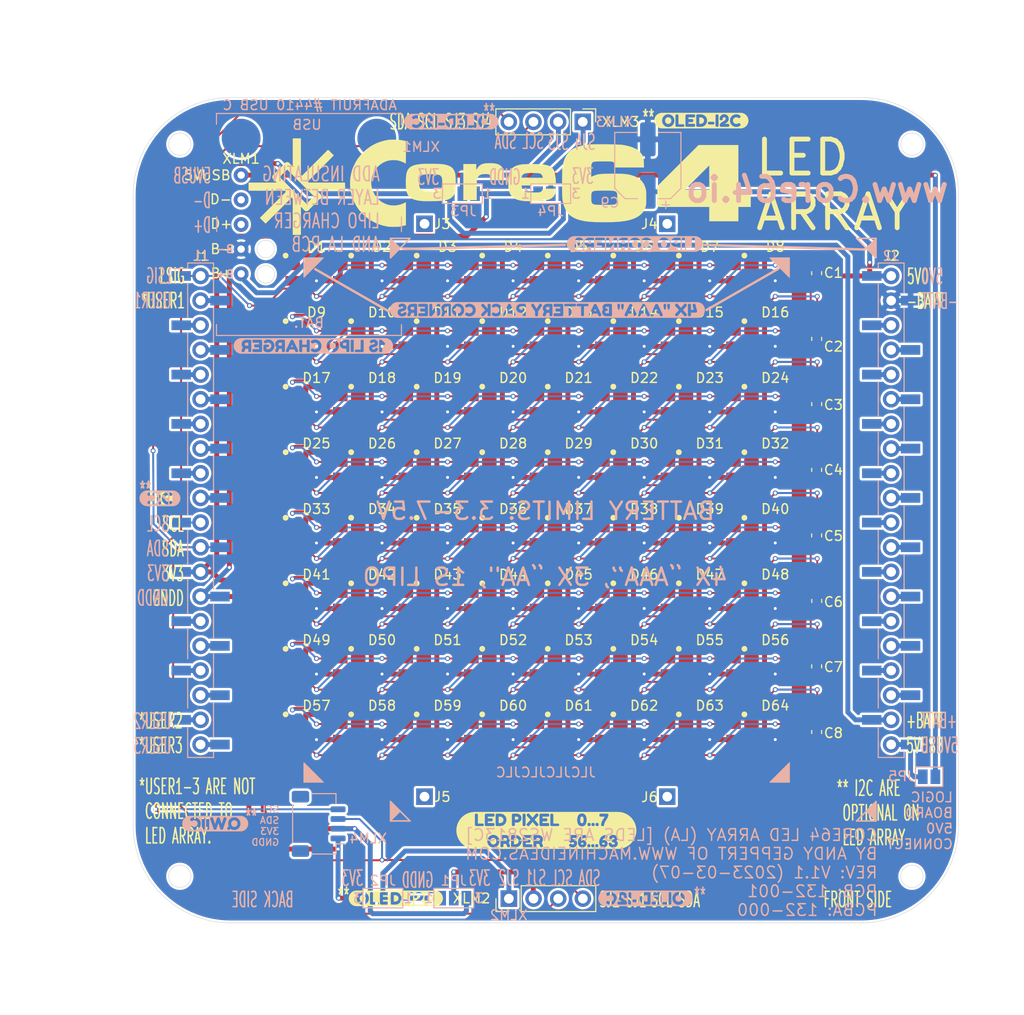
<source format=kicad_pcb>
(kicad_pcb (version 20211014) (generator pcbnew)
  (title_block (title "Core 64 (Cores)") (date "2020-03-16") (rev "0.3") (company "Andy Geppert"))
  (layers (0 "F.Cu" signal) (31 "B.Cu" signal) (34 "B.Paste" user) (35 "F.Paste" user) (36 "B.SilkS" user "B.Silkscreen") (37 "F.SilkS" user "F.Silkscreen") (38 "B.Mask" user) (39 "F.Mask" user) (44 "Edge.Cuts" user))
  (net 0 "")
  (net 18 "5V0")
  (net 31 "Net-(D1-Pad3)")
  (net 33 "Net-(D2-Pad3)")
  (net 35 "Net-(D3-Pad3)")
  (net 37 "Net-(D4-Pad3)")
  (net 39 "Net-(D5-Pad3)")
  (net 41 "Net-(D6-Pad3)")
  (net 46 "Net-(D10-Pad3)")
  (net 47 "Net-(D10-Pad4)")
  (net 49 "Net-(D11-Pad3)")
  (net 51 "Net-(D12-Pad3)")
  (net 53 "Net-(D13-Pad3)")
  (net 55 "Net-(D14-Pad3)")
  (net 59 "Net-(D17-Pad3)")
  (net 61 "Net-(D18-Pad3)")
  (net 63 "Net-(D19-Pad3)")
  (net 65 "Net-(D20-Pad3)")
  (net 67 "Net-(D21-Pad3)")
  (net 69 "Net-(D22-Pad3)")
  (net 73 "Net-(D25-Pad3)")
  (net 75 "Net-(D26-Pad3)")
  (net 77 "Net-(D27-Pad3)")
  (net 79 "Net-(D28-Pad3)")
  (net 81 "Net-(D29-Pad3)")
  (net 83 "Net-(D30-Pad3)")
  (net 87 "Net-(D33-Pad3)")
  (net 89 "Net-(D34-Pad3)")
  (net 91 "Net-(D35-Pad3)")
  (net 93 "Net-(D36-Pad3)")
  (net 95 "Net-(D37-Pad3)")
  (net 96 "unconnected-(J1-Pad19)")
  (net 97 "Net-(D38-Pad3)")
  (net 98 "unconnected-(J1-Pad20)")
  (net 99 "unconnected-(J1-Pad18)")
  (net 100 "unconnected-(J1-Pad17)")
  (net 101 "Net-(D41-Pad3)")
  (net 102 "unconnected-(J1-Pad15)")
  (net 103 "Net-(D42-Pad3)")
  (net 104 "unconnected-(J1-Pad9)")
  (net 105 "Net-(D43-Pad3)")
  (net 106 "unconnected-(J1-Pad4)")
  (net 107 "Net-(D44-Pad3)")
  (net 108 "unconnected-(J1-Pad2)")
  (net 109 "Net-(D45-Pad3)")
  (net 110 "unconnected-(J1-Pad5)")
  (net 111 "Net-(D46-Pad3)")
  (net 112 "unconnected-(J1-Pad6)")
  (net 113 "unconnected-(J1-Pad8)")
  (net 114 "unconnected-(J1-Pad7)")
  (net 115 "Net-(D49-Pad3)")
  (net 116 "unconnected-(J1-Pad3)")
  (net 117 "Net-(D50-Pad3)")
  (net 118 "unconnected-(J1-Pad16)")
  (net 119 "Net-(D51-Pad3)")
  (net 120 "unconnected-(J1-Pad10)")
  (net 121 "Net-(D52-Pad3)")
  (net 122 "unconnected-(J2-Pad18)")
  (net 123 "Net-(D53-Pad3)")
  (net 124 "unconnected-(J2-Pad17)")
  (net 125 "Net-(D54-Pad3)")
  (net 126 "unconnected-(J2-Pad15)")
  (net 127 "unconnected-(J2-Pad9)")
  (net 128 "unconnected-(J2-Pad4)")
  (net 129 "Net-(D57-Pad3)")
  (net 130 "unconnected-(J2-Pad5)")
  (net 131 "Net-(D58-Pad3)")
  (net 132 "unconnected-(J2-Pad6)")
  (net 133 "Net-(D59-Pad3)")
  (net 134 "unconnected-(J2-Pad8)")
  (net 135 "Net-(D60-Pad3)")
  (net 136 "unconnected-(J2-Pad7)")
  (net 137 "Net-(D61-Pad3)")
  (net 138 "unconnected-(J2-Pad3)")
  (net 139 "Net-(D62-Pad3)")
  (net 140 "unconnected-(J2-Pad11)")
  (net 141 "Net-(D63-Pad3)")
  (net 142 "unconnected-(J2-Pad13)")
  (net 143 "unconnected-(J2-Pad12)")
  (net 144 "R1DIN")
  (net 145 "R1DO")
  (net 146 "R2DIN")
  (net 147 "R2DO")
  (net 148 "R3DIN")
  (net 149 "R3DO")
  (net 150 "R4DIN")
  (net 151 "R4DO")
  (net 152 "R5DIN")
  (net 153 "R5DO")
  (net 154 "R6DIN")
  (net 155 "R6DO")
  (net 156 "R7DIN")
  (net 157 "R7DO")
  (net 158 "unconnected-(J2-Pad16)")
  (net 159 "+BATT")
  (net 160 "5VUSB")
  (net 161 "I2C_CLOCK")
  (net 162 "3V3")
  (net 163 "I2C_DATA")
  (net 164 "GNDD")
  (net 165 "Net-(JP1-Pad2)")
  (net 166 "Net-(JP2-Pad2)")
  (net 167 "unconnected-(J2-Pad14)")
  (net 168 "unconnected-(J2-Pad10)")
  (net 169 "Net-(JP3-Pad2)")
  (net 170 "Net-(JP4-Pad2)")
  (net 171 "Net-(JP5-Pad1)")
  (net 178 "LED_ARRAY_5V0_SIG")
  (net 179 "-BATT")
  (footprint "Core_Memory_8x8_Array:Core64_Logo_9mm_tall" (layer "F.Cu") (at 2.35 -33.7)
    (fp_text reference "L1" hide)
    (fp_text value "Core_64_Logo_9mm_tall" hide)
  )
  (footprint "Capacitor_SMD:C_0603_1608Metric" (layer "F.Cu") (at 27.89 -17.65 -90)
    (fp_text reference "C2")
    (fp_text value "0.1uF")
  )
  (footprint "Capacitor_SMD:C_0603_1608Metric" (layer "F.Cu") (at 27.885 -4.16 -90)
    (fp_text reference "C4")
    (fp_text value "0.1uF")
  )
  (footprint "Capacitor_SMD:C_0603_1608Metric" (layer "F.Cu") (at 27.885 16.08 -90)
    (fp_text reference "C7")
    (fp_text value "0.1uF")
  )
  (footprint "Capacitor_SMD:C_0603_1608Metric" (layer "F.Cu") (at 27.885 22.84 -90)
    (fp_text reference "C8")
    (fp_text value "0.1uF")
  )
  (footprint "Core_64_footprints:LED_WS2813_PLCC6_5.0x5.0mm_P1.6mm_Core64_Abg_Mod" (layer "F.Cu") (at -23.625 -10.125)
    (fp_text reference "D17")
    (fp_text value "WS2813C")
  )
  (footprint "Core_64_footprints:LED_WS2813_PLCC6_5.0x5.0mm_P1.6mm_Core64_Abg_Mod" (layer "F.Cu") (at -16.875 -10.125)
    (fp_text reference "D18")
    (fp_text value "WS2813C")
  )
  (footprint "Core_64_footprints:LED_WS2813_PLCC6_5.0x5.0mm_P1.6mm_Core64_Abg_Mod" (layer "F.Cu") (at -10.125 -10.125)
    (fp_text reference "D19")
    (fp_text value "WS2813C")
  )
  (footprint "Core_64_footprints:LED_WS2813_PLCC6_5.0x5.0mm_P1.6mm_Core64_Abg_Mod" (layer "F.Cu") (at -3.375 -10.125)
    (fp_text reference "D20")
    (fp_text value "WS2813C")
  )
  (footprint "Core_64_footprints:LED_WS2813_PLCC6_5.0x5.0mm_P1.6mm_Core64_Abg_Mod" (layer "F.Cu") (at 3.375 -10.125)
    (fp_text reference "D21")
    (fp_text value "WS2813C")
  )
  (footprint "Core_64_footprints:LED_WS2813_PLCC6_5.0x5.0mm_P1.6mm_Core64_Abg_Mod" (layer "F.Cu") (at 10.125 -10.125)
    (fp_text reference "D22")
    (fp_text value "WS2813C")
  )
  (footprint "Core_64_footprints:LED_WS2813_PLCC6_5.0x5.0mm_P1.6mm_Core64_Abg_Mod" (layer "F.Cu") (at 16.875 -10.125)
    (fp_text reference "D23")
    (fp_text value "WS2813C")
  )
  (footprint "Core_64_footprints:LED_WS2813_PLCC6_5.0x5.0mm_P1.6mm_Core64_Abg_Mod" (layer "F.Cu") (at 23.625 -10.125)
    (fp_text reference "D24")
    (fp_text value "WS2813C")
  )
  (footprint "Core_64_footprints:LED_WS2813_PLCC6_5.0x5.0mm_P1.6mm_Core64_Abg_Mod" (layer "F.Cu") (at -23.625 -3.375)
    (fp_text reference "D25")
    (fp_text value "WS2813C")
  )
  (footprint "Core_64_footprints:LED_WS2813_PLCC6_5.0x5.0mm_P1.6mm_Core64_Abg_Mod" (layer "F.Cu") (at -10.125 -3.375)
    (fp_text reference "D27")
    (fp_text value "WS2813C")
  )
  (footprint "Core_64_footprints:LED_WS2813_PLCC6_5.0x5.0mm_P1.6mm_Core64_Abg_Mod" (layer "F.Cu") (at -3.375 -3.375)
    (fp_text reference "D28")
    (fp_text value "WS2813C")
  )
  (footprint "Core_64_footprints:LED_WS2813_PLCC6_5.0x5.0mm_P1.6mm_Core64_Abg_Mod" (layer "F.Cu") (at 3.375 -3.375)
    (fp_text reference "D29")
    (fp_text value "WS2813C")
  )
  (footprint "Core_64_footprints:LED_WS2813_PLCC6_5.0x5.0mm_P1.6mm_Core64_Abg_Mod" (layer "F.Cu") (at 10.125 -3.375)
    (fp_text reference "D30")
    (fp_text value "WS2813C")
  )
  (footprint "Core_64_footprints:LED_WS2813_PLCC6_5.0x5.0mm_P1.6mm_Core64_Abg_Mod" (layer "F.Cu") (at 16.875 -3.375)
    (fp_text reference "D31")
    (fp_text value "WS2813C")
  )
  (footprint "Core_64_footprints:LED_WS2813_PLCC6_5.0x5.0mm_P1.6mm_Core64_Abg_Mod" (layer "F.Cu") (at 23.625 -3.375)
    (fp_text reference "D32")
    (fp_text value "WS2813C")
  )
  (footprint "Core_64_footprints:LED_WS2813_PLCC6_5.0x5.0mm_P1.6mm_Core64_Abg_Mod" (layer "F.Cu") (at -23.625 3.375)
    (fp_text reference "D33")
    (fp_text value "WS2813C")
  )
  (footprint "Core_64_footprints:LED_WS2813_PLCC6_5.0x5.0mm_P1.6mm_Core64_Abg_Mod" (layer "F.Cu") (at -16.875 3.375)
    (fp_text reference "D34")
    (fp_text value "WS2813C")
  )
  (footprint "Core_64_footprints:LED_WS2813_PLCC6_5.0x5.0mm_P1.6mm_Core64_Abg_Mod" (layer "F.Cu") (at -10.125 3.375)
    (fp_text reference "D35")
    (fp_text value "WS2813C")
  )
  (footprint "Core_64_footprints:LED_WS2813_PLCC6_5.0x5.0mm_P1.6mm_Core64_Abg_Mod" (layer "F.Cu") (at -3.375 3.375)
    (fp_text reference "D36")
    (fp_text value "WS2813C")
  )
  (footprint "Core_64_footprints:LED_WS2813_PLCC6_5.0x5.0mm_P1.6mm_Core64_Abg_Mod" (layer "F.Cu") (at 3.375 3.375)
    (fp_text reference "D37")
    (fp_text value "WS2813C")
  )
  (footprint "Core_64_footprints:LED_WS2813_PLCC6_5.0x5.0mm_P1.6mm_Core64_Abg_Mod" (layer "F.Cu") (at 23.625 3.375)
    (fp_text reference "D40")
    (fp_text value "WS2813C")
  )
  (footprint "Core_64_footprints:LED_WS2813_PLCC6_5.0x5.0mm_P1.6mm_Core64_Abg_Mod" (layer "F.Cu") (at -23.625 10.125)
    (fp_text reference "D41")
    (fp_text value "WS2813C")
  )
  (footprint "Core_64_footprints:LED_WS2813_PLCC6_5.0x5.0mm_P1.6mm_Core64_Abg_Mod" (layer "F.Cu") (at -16.875 10.125)
    (fp_text reference "D42")
    (fp_text value "WS2813C")
  )
  (footprint "Core_64_footprints:LED_WS2813_PLCC6_5.0x5.0mm_P1.6mm_Core64_Abg_Mod" (layer "F.Cu") (at -10.125 10.125)
    (fp_text reference "D43")
    (fp_text value "WS2813C")
  )
  (footprint "Core_64_footprints:LED_WS2813_PLCC6_5.0x5.0mm_P1.6mm_Core64_Abg_Mod" (layer "F.Cu") (at -3.375 10.125)
    (fp_text reference "D44")
    (fp_text value "WS2813C")
  )
  (footprint "Core_64_footprints:LED_WS2813_PLCC6_5.0x5.0mm_P1.6mm_Core64_Abg_Mod" (layer "F.Cu") (at 10.125 10.125)
    (fp_text reference "D46")
    (fp_text value "WS2813C")
  )
  (footprint "Core_64_footprints:LED_WS2813_PLCC6_5.0x5.0mm_P1.6mm_Core64_Abg_Mod" (layer "F.Cu") (at 16.875 10.125)
    (fp_text reference "D47")
    (fp_text value "WS2813C")
  )
  (footprint "Core_64_footprints:LED_WS2813_PLCC6_5.0x5.0mm_P1.6mm_Core64_Abg_Mod" (layer "F.Cu") (at 23.625 10.125)
    (fp_text reference "D48")
    (fp_text value "WS2813C")
  )
  (footprint "Core_64_footprints:LED_WS2813_PLCC6_5.0x5.0mm_P1.6mm_Core64_Abg_Mod" (layer "F.Cu") (at -23.625 16.875)
    (fp_text reference "D49")
    (fp_text value "WS2813C")
  )
  (footprint "Core_64_footprints:LED_WS2813_PLCC6_5.0x5.0mm_P1.6mm_Core64_Abg_Mod" (layer "F.Cu") (at -16.875 16.875)
    (fp_text reference "D50")
    (fp_text value "WS2813C")
  )
  (footprint "Core_64_footprints:LED_WS2813_PLCC6_5.0x5.0mm_P1.6mm_Core64_Abg_Mod" (layer "F.Cu") (at -10.125 16.875)
    (fp_text reference "D51")
    (fp_text value "WS2813C")
  )
  (footprint "Core_64_footprints:LED_WS2813_PLCC6_5.0x5.0mm_P1.6mm_Core64_Abg_Mod" (layer "F.Cu") (at -3.375 16.875)
    (fp_text reference "D52")
    (fp_text value "WS2813C")
  )
  (footprint "Core_64_footprints:LED_WS2813_PLCC6_5.0x5.0mm_P1.6mm_Core64_Abg_Mod" (layer "F.Cu") (at 3.375 16.875)
    (fp_text reference "D53")
    (fp_text value "WS2813C")
  )
  (footprint "Core_64_footprints:LED_WS2813_PLCC6_5.0x5.0mm_P1.6mm_Core64_Abg_Mod" (layer "F.Cu") (at 10.125 16.875)
    (fp_text reference "D54")
    (fp_text value "WS2813C")
  )
  (footprint "Core_64_footprints:LED_WS2813_PLCC6_5.0x5.0mm_P1.6mm_Core64_Abg_Mod" (layer "F.Cu") (at 23.625 16.875)
    (fp_text reference "D56")
    (fp_text value "WS2813C")
  )
  (footprint "Core_64_footprints:LED_WS2813_PLCC6_5.0x5.0mm_P1.6mm_Core64_Abg_Mod" (layer "F.Cu") (at -23.625 23.625)
    (fp_text reference "D57")
    (fp_text value "WS2813C")
  )
  (footprint "Core_64_footprints:LED_WS2813_PLCC6_5.0x5.0mm_P1.6mm_Core64_Abg_Mod" (layer "F.Cu") (at -16.875 23.625)
    (fp_text reference "D58")
    (fp_text value "WS2813C")
  )
  (footprint "Core_64_footprints:LED_WS2813_PLCC6_5.0x5.0mm_P1.6mm_Core64_Abg_Mod" (layer "F.Cu") (at -10.125 23.625)
    (fp_text reference "D59")
    (fp_text value "WS2813C")
  )
  (footprint "Core_64_footprints:LED_WS2813_PLCC6_5.0x5.0mm_P1.6mm_Core64_Abg_Mod" (layer "F.Cu") (at -3.375 23.625)
    (fp_text reference "D60")
    (fp_text value "WS2813C")
  )
  (footprint "Core_64_footprints:LED_WS2813_PLCC6_5.0x5.0mm_P1.6mm_Core64_Abg_Mod" (layer "F.Cu") (at 3.375 23.625)
    (fp_text reference "D61")
    (fp_text value "WS2813C")
  )
  (footprint "Core_64_footprints:LED_WS2813_PLCC6_5.0x5.0mm_P1.6mm_Core64_Abg_Mod" (layer "F.Cu") (at 10.125 23.625)
    (fp_text reference "D62")
    (fp_text value "WS2813C")
  )
  (footprint "Core_64_footprints:LED_WS2813_PLCC6_5.0x5.0mm_P1.6mm_Core64_Abg_Mod" (layer "F.Cu") (at 16.875 23.625)
    (fp_text reference "D63")
    (fp_text value "WS2813C")
  )
  (footprint "Core_64_footprints:LED_WS2813_PLCC6_5.0x5.0mm_P1.6mm_Core64_Abg_Mod" (layer "F.Cu") (at 23.625 23.625)
    (fp_text reference "D64")
    (fp_text value "WS2813C")
  )
  (footprint "Core_64_footprints:LED_WS2813_PLCC6_5.0x5.0mm_P1.6mm_Core64_Abg_Mod" (layer "F.Cu") (at -23.625 -16.875)
    (fp_text reference "D9")
    (fp_text value "WS2813C")
  )
  (footprint "Core_64_footprints:LED_WS2813_PLCC6_5.0x5.0mm_P1.6mm_Core64_Abg_Mod" (layer "F.Cu") (at -16.875 -16.875)
    (fp_text reference "D10")
    (fp_text value "WS2813C")
  )
  (footprint "Core_64_footprints:LED_WS2813_PLCC6_5.0x5.0mm_P1.6mm_Core64_Abg_Mod" (layer "F.Cu") (at -3.375 -16.875)
    (fp_text reference "D12")
    (fp_text value "WS2813C")
  )
  (footprint "Core_64_footprints:LED_WS2813_PLCC6_5.0x5.0mm_P1.6mm_Core64_Abg_Mod" (layer "F.Cu") (at 3.375 -16.875)
    (fp_text reference "D13")
    (fp_text value "WS2813C")
  )
  (footprint "Core_64_footprints:LED_WS2813_PLCC6_5.0x5.0mm_P1.6mm_Core64_Abg_Mod" (layer "F.Cu") (at 10.125 -16.875)
    (fp_text reference "D14")
    (fp_text value "WS2813C")
  )
  (footprint "Core_64_footprints:LED_WS2813_PLCC6_5.0x5.0mm_P1.6mm_Core64_Abg_Mod" (layer "F.Cu") (at 16.875 -16.875)
    (fp_text reference "D15")
    (fp_text value "WS2813C")
  )
  (footprint "Core_64_footprints:LED_WS2813_PLCC6_5.0x5.0mm_P1.6mm_Core64_Abg_Mod" (layer "F.Cu") (at 23.625 -16.875)
    (fp_text reference "D16")
    (fp_text value "WS2813C")
  )
  (footprint "Core_64_footprints:LED_WS2813_PLCC6_5.0x5.0mm_P1.6mm_Core64_Abg_Mod" (layer "F.Cu") (at -10.125 -23.625)
    (fp_text reference "D3")
    (fp_text value "WS2813C")
  )
  (footprint "Core_64_footprints:LED_WS2813_PLCC6_5.0x5.0mm_P1.6mm_Core64_Abg_Mod" (layer "F.Cu") (at 3.375 -23.625)
    (fp_text reference "D5")
    (fp_text value "WS2813C")
  )
  (footprint "Core_64_footprints:LED_WS2813_PLCC6_5.0x5.0mm_P1.6mm_Core64_Abg_Mod" (layer "F.Cu") (at -3.375 -23.625)
    (fp_text reference "D4")
    (fp_text value "WS2813C")
  )
  (footprint "Core_64_footprints:LED_WS2813_PLCC6_5.0x5.0mm_P1.6mm_Core64_Abg_Mod" (layer "F.Cu") (at 16.875 -23.625)
    (fp_text reference "D7")
    (fp_text value "WS2813C")
  )
  (footprint "Core_64_footprints:LED_WS2813_PLCC6_5.0x5.0mm_P1.6mm_Core64_Abg_Mod" (layer "F.Cu") (at 23.625 -23.625)
    (fp_text reference "D8")
    (fp_text value "WS2813C")
  )
  (footprint "Core_64_footprints:LED_WS2813_PLCC6_5.0x5.0mm_P1.6mm_Core64_Abg_Mod" (layer "F.Cu") (at 10.125 -23.625)
    (fp_text reference "D6")
    (fp_text value "WS2813C")
  )
  (footprint "Core_64_footprints:LED_WS2813_PLCC6_5.0x5.0mm_P1.6mm_Core64_Abg_Mod" (layer "F.Cu") (at -16.875 -23.625)
    (fp_text reference "D2")
    (fp_text value "WS2813C")
  )
  (footprint "Core_64_footprints:LED_WS2813_PLCC6_5.0x5.0mm_P1.6mm_Core64_Abg_Mod" (layer "F.Cu") (at -23.625 -23.625)
    (fp_text reference "D1")
    (fp_text value "WS2813C")
  )
  (footprint "Core_64_footprints:LED_WS2813_PLCC6_5.0x5.0mm_P1.6mm_Core64_Abg_Mod" (layer "F.Cu") (at -10.125 -16.875)
    (fp_text reference "D11")
    (fp_text value "WS2813C")
  )
  (footprint "Core_64_footprints:LED_WS2813_PLCC6_5.0x5.0mm_P1.6mm_Core64_Abg_Mod" (layer "F.Cu") (at 10.125 3.375)
    (fp_text reference "D38")
    (fp_text value "WS2813C")
  )
  (footprint "Core_64_footprints:LED_WS2813_PLCC6_5.0x5.0mm_P1.6mm_Core64_Abg_Mod" (layer "F.Cu") (at -16.875 -3.375)
    (fp_text reference "D26")
    (fp_text value "WS2813C")
  )
  (footprint "Core_64_footprints:LED_WS2813_PLCC6_5.0x5.0mm_P1.6mm_Core64_Abg_Mod" (layer "F.Cu") (at 16.875 16.875)
    (fp_text reference "D55")
    (fp_text value "WS2813C")
  )
  (footprint "Capacitor_SMD:C_0603_1608Metric" (layer "F.Cu") (at 27.895 9.34 -90)
    (fp_text reference "C6")
    (fp_text value "0.1uF")
  )
  (footprint "Capacitor_SMD:C_0603_1608Metric" (layer "F.Cu") (at 27.89 -10.925 -90)
    (fp_text reference "C3")
    (fp_text value "0.1uF")
  )
  (footprint "Capacitor_SMD:C_0603_1608Metric" (layer "F.Cu") (at 27.885 2.59 -90)
    (fp_text reference "C5")
    (fp_text value "0.1uF")
  )
  (footprint "Core_64_footprints:LED_WS2813_PLCC6_5.0x5.0mm_P1.6mm_Core64_Abg_Mod" (layer "F.Cu") (at 16.875 3.375)
    (fp_text reference "D39")
    (fp_text value "WS2813C")
  )
  (footprint "Core_64_footprints:LED_WS2813_PLCC6_5.0x5.0mm_P1.6mm_Core64_Abg_Mod" (layer "F.Cu") (at 3.375 10.125)
    (fp_text reference "D45")
    (fp_text value "WS2813C")
  )
  (footprint "Capacitor_SMD:C_0603_1608Metric" (layer "F.Cu") (at 27.885 -24.41 -90)
    (fp_text reference "C1")
    (fp_text value "0.1uF")
  )
  (footprint "Connector_PinHeader_2.54mm:PinHeader_1x04_P2.54mm_Vertical" (layer "F.Cu") (at -3.81 40 90)
    (fp_text reference "XLM2")
    (fp_text value "Conn_01x04_Male")
  )
  (footprint "Connector_PinHeader_2.54mm:PinHeader_1x04_P2.54mm_Vertical" (layer "F.Cu") (at 3.8 -40 -90)
    (fp_text reference "XLM3")
    (fp_text value "Conn_01x04_Male")
  )
  (footprint "Connector_PinHeader_2.54mm:PinHeader_1x01_P2.54mm_Vertical_No_Registration" (layer "F.Cu") (at -12.7 -29.21)
    (fp_text reference "J3")
    (fp_text value "Conn_01x01_Male")
  )
  (footprint "Connector_PinHeader_2.54mm:PinHeader_1x01_P2.54mm_Vertical_No_Registration" (layer "F.Cu") (at 12.7 -29.21)
    (fp_text reference "J4")
    (fp_text value "Conn_01x01_Male")
  )
  (footprint "Connector_PinHeader_2.54mm:PinHeader_1x01_P2.54mm_Vertical_No_Registration" (layer "F.Cu") (at -12.7 29.21)
    (fp_text reference "J5")
    (fp_text value "Conn_01x01_Male")
  )
  (footprint "Connector_PinHeader_2.54mm:PinHeader_1x01_P2.54mm_Vertical_No_Registration" (layer "F.Cu") (at 12.7 29.21)
    (fp_text reference "J6")
    (fp_text value "Conn_01x01_Male")
  )
  (footprint "kibuzzard-6407E193" (layer "F.Cu") (at -15.45 39.975)
    (fp_text reference "kibuzzard-6407E193" hide)
    (fp_text value "G***" hide)
  )
  (footprint "kibuzzard-6407E17B" (layer "F.Cu") (at 16.012 -40.127)
    (fp_text reference "kibuzzard-6407E17B" hide)
    (fp_text value "G***" hide)
  )
  (footprint "Core_64_footprints:Core64_Symbol_Only" (layer "F.Cu") (at -25.65 -33.325)
    (fp_text reference "REF**" hide)
    (fp_text value "Core64_Symbol_Only")
  )
  (footprint "kibuzzard-6407F11B" (layer "F.Cu") (at 0.05 32.975)
    (fp_text reference "kibuzzard-6407F11B" hide)
    (fp_text value "G***" hide)
  )
  (footprint "kibuzzard-6407E376" (layer "F.Cu") (at -39.75 -1.225)
    (fp_text reference "kibuzzard-6407E376" hide)
    (fp_text value "G***" hide)
  )
  (footprint "Connector_PinHeader_2.54mm:PinHeader_1x20_P2.54mm_Vertical_SMD_and_TH_Pin1Right" (layer "B.Cu") (at -35.56 -5.08 180)
    (fp_text reference "J1")
    (fp_text value "TSW-108-15-T-S")
  )
  (footprint "Jumper:SolderJumper-3_P1.3mm_Open_Pad1.0x1.5mm_NumberLabels" (layer "B.Cu") (at -9.485 39.95)
    (fp_text reference "JP1")
    (fp_text value "SolderJumper_3_Open")
  )
  (footprint "Jumper:SolderJumper-3_P1.3mm_Open_Pad1.0x1.5mm_NumberLabels" (layer "B.Cu") (at -16.785 39.95 180)
    (fp_text reference "JP2")
    (fp_text value "SolderJumper_3_Open")
  )
  (footprint "Connector_JST:JST_SH_SM04B-SRSS-TB_1x04-1MP_P1.00mm_Horizontal" (layer "B.Cu") (at -23.4 32.3 90)
    (fp_text reference "XLM4")
    (fp_text value "QWIIC")
  )
  (footprint "Jumper:SolderJumper-2_P1.3mm_Open_Pad1.0x1.5mm" (layer "B.Cu") (at 39.465 27.45 180)
    (fp_text reference "JP5")
    (fp_text value "Logic_Board_5V0_Connect")
  )
  (footprint "Connector_PinHeader_2.54mm:PinHeader_1x20_P2.54mm_Vertical_SMD_and_TH_Pin1Right" (layer "B.Cu") (at 35.56 -5.08 180)
    (fp_text reference "J2")
    (fp_text value "TSW-108-15-T-S")
  )
  (footprint "Jumper:SolderJumper-3_P1.3mm_Open_Pad1.0x1.5mm_NumberLabels" (layer "B.Cu") (at -8.6 -32.6 180)
    (fp_text reference "JP3")
    (fp_text value "SolderJumper_3_Open")
  )
  (footprint "Jumper:SolderJumper-3_P1.3mm_Open_Pad1.0x1.5mm_NumberLabels" (layer "B.Cu") (at 0.5 -32.6)
    (fp_text reference "JP4")
    (fp_text value "SolderJumper_3_Open")
  )
  (footprint "Capacitor_SMD:CP_Elec_6.3x7.7" (layer "B.Cu") (at 10.5 -35.5 90)
    (fp_text reference "C9")
    (fp_text value "470uF")
  )
  (footprint "Core_Memory_8x8_Array:Micro_LiPo_Charger_USB-C_CornerSMD" (layer "B.Cu") (at -24.4 -30.7 -90)
    (fp_text reference "XLM1")
    (fp_text value "Micro_LiPo_Charger-USB-C")
  )
  (footprint "kibuzzard-6407EF2F" (layer "B.Cu") (at 9.15 -27.425 180)
    (fp_text reference "kibuzzard-6407EF2F" hide)
    (fp_text value "G***" hide)
  )
  (footprint "kibuzzard-6407EE30" (layer "B.Cu") (at -23.95 -16.925 180)
    (fp_text reference "kibuzzard-6407EE30" hide)
    (fp_text value "G***" hide)
  )
  (footprint "kibuzzard-64074D68" (layer "B.Cu") (at -9.75 -40.025 180)
    (fp_text reference "kibuzzard-64074D68" hide)
    (fp_text value "G***" hide)
  )
  (footprint "kibuzzard-6407EECD" (layer "B.Cu") (at -34.05 32.275 180)
    (fp_text reference "kibuzzard-6407EECD" hide)
    (fp_text value "G***" hide)
  )
  (footprint "kibuzzard-6407EBC3" (layer "B.Cu") (at 0.15 -20.625 180)
    (fp_text reference "kibuzzard-6407EBC3" hide)
    (fp_text value "G***" hide)
  )
  (footprint "kibuzzard-6407E36C" (layer "B.Cu") (at -39.75 -1.225 180)
    (fp_text reference "kibuzzard-6407E36C" hide)
    (fp_text value "G***" hide)
  )
  (footprint "kibuzzard-6407E21C" (layer "B.Cu") (at 10.25 39.975 180)
    (fp_text reference "kibuzzard-6407E21C" hide)
    (fp_text value "G***" hide)
  )
  (gr_line (start 34 -26) (end 32 -28) (layer "B.SilkS") (width 0.16))
  (gr_line (start 34 30) (end 34 32) (layer "B.SilkS") (width 0.16))
  (gr_line (start -16 30) (end -16 32) (layer "B.SilkS") (width 0.16))
  (gr_line (start -16 -26) (end -16 -28) (layer "B.SilkS") (width 0.16))
  (gr_line (start 34 32) (end 32 32) (layer "B.SilkS") (width 0.16))
  (gr_poly (pts (xy -24.92 26.01) (xy -24.92 28.01) (xy -22.92 28.01)) (layer "B.SilkS") (width 0.1) (fill solid))
  (gr_poly (pts (xy 23.08 -25.99) (xy 25.08 -25.99) (xy 25.08 -23.99)) (layer "B.SilkS") (width 0.1) (fill solid))
  (gr_line (start -14 -28) (end -16 -26) (layer "B.SilkS") (width 0.16))
  (gr_line (start -14 32) (end -16 30) (layer "B.SilkS") (width 0.16))
  (gr_line (start 34 -28) (end 32 -28) (layer "B.SilkS") (width 0.16))
  (gr_line (start 34 -28) (end 34 -26) (layer "B.SilkS") (width 0.16))
  (gr_poly (pts (xy -16 -28) (xy -15 -27) (xy -16 -26) (xy -16 -27.9)) (layer "B.SilkS") (width 0.1) (fill solid))
  (gr_line (start -16 -28) (end -14 -28) (layer "B.SilkS") (width 0.16))
  (gr_poly (pts (xy 34 32) (xy 34 30) (xy 33 31)) (layer "B.SilkS") (width 0.1) (fill solid))
  (gr_line (start 32 32) (end 34 30) (layer "B.SilkS") (width 0.16))
  (gr_line (start -16 32) (end -14 32) (layer "B.SilkS") (width 0.16))
  (gr_poly (pts (xy -24.92 -25.99) (xy -22.92 -25.99) (xy -24.92 -23.99)) (layer "B.SilkS") (width 0.1) (fill solid))
  (gr_poly (pts (xy 25.08 26.01) (xy 25.08 28.01) (xy 23.08 28.01)) (layer "B.SilkS") (width 0.1) (fill solid))
  (gr_line (start 1.95 -27.325) (end -14.75 -26.9) (layer "B.SilkS") (width 0.254))
  (gr_poly (pts (xy 34 -28) (xy 34 -26) (xy 33 -27)) (layer "B.SilkS") (width 0.1) (fill solid))
  (gr_line (start 23.95 -24.875) (end 16.55 -20.625) (layer "B.SilkS") (width 0.254))
  (gr_line (start -23.75 -24.825) (end -16.25 -20.525) (layer "B.SilkS") (width 0.254))
  (gr_poly (pts (xy -16 30) (xy -16 32) (xy -15 31)) (layer "B.SilkS") (width 0.1) (fill solid))
  (gr_line (start 32.85 -26.85) (end 16.35 -27.325) (layer "B.SilkS") (width 0.254))
  (gr_line (start -32.5 -42.5) (end 32.5 -42.5) (layer "Edge.Cuts") (width 0.05))
  (gr_line (start -42.5 32.5) (end -42.5 -32.5) (layer "Edge.Cuts") (width 0.05))
  (gr_line (start 42.5 -32.5) (end 42.5 32.5) (layer "Edge.Cuts") (width 0.05))
  (gr_line (start -32.5 42.5) (end 32.5 42.5) (layer "Edge.Cuts") (width 0.05))
  (gr_arc (start -32.5 42.5) (mid -39.571068 39.571068) (end -42.5 32.5) (layer "Edge.Cuts") (width 0.05))
  (gr_arc (start 42.5 32.5) (mid 39.571068 39.571068) (end 32.5 42.5) (layer "Edge.Cuts") (width 0.05))
  (gr_arc (start -42.5 -32.5) (mid -39.571068 -39.571068) (end -32.5 -42.5) (layer "Edge.Cuts") (width 0.05))
  (gr_circle (center -37.7 37.7) (end -36.55 37.7) (layer "Edge.Cuts") (width 0.05) (fill none))
  (gr_circle (center 37.7 -37.7) (end 38.85 -37.7) (layer "Edge.Cuts") (width 0.05) (fill none))
  (gr_circle (center 37.7 37.7) (end 38.85 37.7) (layer "Edge.Cuts") (width 0.05) (fill none))
  (gr_circle (center -37.7 -37.7) (end -36.55 -37.7) (layer "Edge.Cuts") (width 0.05) (fill none))
  (gr_circle (center -28.85 -26.9) (end -27.95 -26.9) (layer "Edge.Cuts") (width 0.05) (fill none))
  (gr_circle (center -28.85 -24.3) (end -27.95 -24.3) (layer "Edge.Cuts") (width 0.05) (fill none))
  (gr_arc (start 32.5 -42.5) (mid 39.571068 -39.571068) (end 42.5 -32.5) (layer "Edge.Cuts") (width 0.05))
  (gr_text "5V0\n-BATT" (at 38.6 -22.8) (layer "B.SilkS") (effects (font (size 1.58 0.8) (thickness 0.16)) (justify right mirror)))
  (gr_text "LSIG\nUSER1" (at -38.4556 -22.85) (layer "B.SilkS") (effects (font (size 1.58 0.8) (thickness 0.16)) (justify left mirror)))
  (gr_text "www.Core64.io" (at 27.94 -33.02) (layer "B.SilkS") (effects (font (size 2.5 2.5) (thickness 0.5)) (justify mirror)))
  (gr_text "SDA SCL" (at 5.715 37.9) (layer "B.SilkS") (effects (font (size 1.58 0.8) (thickness 0.16)) (justify left mirror)))
  (gr_text "GNDD" (at -11.485 38.1) (layer "B.SilkS") (effects (font (size 1.58 0.8) (thickness 0.16)) (justify left mirror)))
  (gr_text "3V3" (at -18.7 37.9) (layer "B.SilkS") (effects (font (size 1.58 0.8) (thickness 0.16)) (justify left mirror)))
  (gr_text "3V3" (at -5.6 37.9) (layer "B.SilkS") (effects (font (size 1.58 0.8) (thickness 0.16)) (justify left mirror)))
  (gr_text "SJ1 SJ2" (at 0.115 37.875) (layer "B.SilkS") (effects (font (size 1.58 0.8) (thickness 0.16)) (justify left mirror)))
  (gr_text "SCL\nSDA\n3V3\nGNDD" (at -38.75 5.225) (layer "B.SilkS") (effects (font (size 1.58 0.8) (thickness 0.16)) (justify left mirror)))
  (gr_text "+BATT\n5VUSB" (at 38.515 22.95) (layer "B.SilkS") (effects (font (size 1.58 0.8) (thickness 0.16)) (justify right mirror)))
  (gr_text "XLM2" (at -1.8 41.7) (layer "B.SilkS") (effects (font (size 1 1)) (justify left mirror)))
  (gr_text "SCL\nSDA\n3V3\nGNDD" (at -27.4 32.5) (layer "B.SilkS") (effects (font (size 0.7 0.7) (thickness 0.12)) (justify left mirror)))
  (gr_text "BACK SIDE" (at -25.9 40.1) (layer "B.SilkS") (effects (font (size 1.58 0.8) (thickness 0.16)) (justify left mirror)))
  (gr_text "JLCJLCJLCJLC" (at 0 27) (layer "B.SilkS") (effects (font (size 1 1)) (justify mirror)))
  (gr_text "XLM3" (at 9.1 -40) (layer "B.SilkS") (effects (font (size 1 1)) (justify left mirror)))
  (gr_text "SJ4 SJ3" (at 5.2 -37.9) (layer "B.SilkS") (effects (font (size 1.58 0.8) (thickness 0.16)) (justify left mirror)))
  (gr_text "3V3" (at 5 -34.4) (layer "B.SilkS") (effects (font (size 1.58 0.8) (thickness 0.16)) (justify left mirror)))
  (gr_text "3V3" (at -10.9 -34.3) (layer "B.SilkS") (effects (font (size 1.58 0.8) (thickness 0.16)) (justify left mirror)))
  (gr_text "GNDD" (at -2.5 -34.3) (layer "B.SilkS") (effects (font (size 1.58 0.8) (thickness 0.16)) (justify left mirror)))
  (gr_text "SCL SDA" (at -0.1 -38) (layer "B.SilkS") (effects (font (size 1.58 0.8) (thickness 0.16)) (justify left mirror)))
  (gr_text "LOGIC\nBOARD\n5V0\nCONNECT" (at 42.0116 31.9786) (layer "B.SilkS") (effects (font (size 1 1)) (justify left mirror)))
  (gr_text "CORE64 LED ARRAY (LA) [LEDS ARE WS2813C]\nBY ANDY GEPPERT OF WWW.MACHINEIDEAS.COM\nREV: V1.1 (2023-03-07)\nPCB: 132-001\nPCBA: 132-000" (at 34.25 37.3126) (layer "B.SilkS") (effects (font (size 1.2 1.2)) (justify left mirror)))
  (gr_text "BATTERY LIMITS: 3.3-7.5V" (at -0.05 0.075) (layer "B.SilkS") (effects (font (size 1.778 1.778) (thickness 0.254)) (justify mirror)))
  (gr_text "USER2\nUSER3" (at -38.4556 23.0124) (layer "B.SilkS") (effects (font (size 1.58 0.8) (thickness 0.16)) (justify left mirror)))
  (gr_text "B+" (at -33.05 -24.3) (layer "B.SilkS") (effects (font (size 0.8 0.8) (thickness 0.16)) (justify mirror)))
  (gr_text "B-" (at -33.05 -26.9) (layer "B.SilkS") (effects (font (size 0.8 0.8) (thickness 0.16)) (justify mirror)))
  (gr_text "ADAFRUIT #4410 USB C" (at -15.25 -41.725) (layer "B.SilkS") (effects (font (size 1 1)) (justify left mirror)))
  (gr_text "5VUSB\nD-\nD+" (at -34.4 -31.9) (layer "B.SilkS") (effects (font (size 1.58 0.8) (thickness 0.16)) (justify left mirror)))
  (gr_text "ADD INSULATING\nLAYER BETWEEN\nLIPO CHARGER\nAND LA PCB" (at -17 -31) (layer "B.SilkS") (effects (font (size 1.5 1) (thickness 0.16)) (justify left mirror)))
  (gr_text "4X “AAA”, 3X “AA{dblquote}, 1S LIPO" (at -0.05 6.875) (layer "B.SilkS") (effects (font (size 1.778 1.778) (thickness 0.254)) (justify mirror)))
  (gr_text "**" (at 15.15 39.675) (layer "B.SilkS") (effects (font (size 1.58 0.8) (thickness 0.16)) (justify left)))
  (gr_text "**" (at -31.05 31.575) (layer "B.SilkS") (effects (font (size 1.58 0.8) (thickness 0.16)) (justify left)))
  (gr_text "**" (at -6.55 -41.025) (layer "B.SilkS") (effects (font (size 1.58 0.8) (thickness 0.16)) (justify left)))
  (gr_text "**" (at -41.95 -2.125) (layer "B.SilkS") (effects (font (size 1.58 0.8) (thickness 0.16)) (justify left)))
  (gr_text "5V0\n-BATT" (at 37.1 -22.8) (layer "F.SilkS") (effects (font (size 1.58 0.8) (thickness 0.16)) (justify left)))
  (gr_text "LED\nARRAY" (at 21.35 -33.5) (layer "F.SilkS") (effects (font (size 3.5 3.5) (thickness 0.5)) (justify left)))
  (gr_text "SJ2 SJ1" (at 5.4 40.1) (layer "F.SilkS") (effects (font (size 1.58 0.8) (thickness 0.16)) (justify left)))
  (gr_text "SCL SDA" (at 10.7 40.1) (layer "F.SilkS") (effects (font (size 1.58 0.8) (thickness 0.16)) (justify left)))
  (gr_text "SCL\nSDA\n3V3\nGNDD" (at -37.185 5.25) (layer "F.SilkS") (effects (font (size 1.58 0.8) (thickness 0.16)) (justify right)))
  (gr_text "+BATT\n5VUSB" (at 37.015 22.95) (layer "F.SilkS") (effects (font (size 1.58 0.8) (thickness 0.16)) (justify left)))
  (gr_text "J2" (at 35.6 -26.2) (layer "F.SilkS") (effects (font (size 1 1))))
  (gr_text "*USER2\n*USER3" (at -37.3126 22.9616) (layer "F.SilkS") (effects (font (size 1.58 0.8) (thickness 0.16)) (justify right)))
  (gr_text "FRONT SIDE" (at 28.5 40.1) (layer "F.SilkS") (effects (font (size 1.58 0.8) (thickness 0.16)) (justify left)))
  (gr_text "SJ3 SJ4" (at -10.5 -40) (layer "F.SilkS") (effects (font (size 1.58 0.8) (thickness 0.16)) (justify left)))
  (gr_text "SDA SCL" (at -16.2 -40) (layer "F.SilkS") (effects (font (size 1.58 0.8) (thickness 0.16)) (justify left)))
  (gr_text "*USER1-3 ARE NOT\n CONNECTED TO\n LED ARRAY." (at -42 31) (layer "F.SilkS") (effects (font (size 1.58 0.8) (thickness 0.16)) (justify left)))
  (gr_text "5VUSB" (at -32.375 -34.5) (layer "F.SilkS") (effects (font (size 1 1)) (justify right)))
  (gr_text "B-" (at -32.2 -26.9) (layer "F.SilkS") (effects (font (size 1 1)) (justify right)))
  (gr_text "B+" (at -32.175 -24.4) (layer "F.SilkS") (effects (font (size 1 1)) (justify right)))
  (gr_text "XLM1" (at -33.407143 -36.2) (layer "F.SilkS") (effects (font (size 1 1)) (justify left)))
  (gr_text "D+" (at -32.2 -29.5) (layer "F.SilkS") (effects (font (size 1 1)) (justify right)))
  (gr_text "D-" (at -32.25 -32.025) (layer "F.SilkS") (effects (font (size 1 1)) (justify right)))
  (gr_text "LSIG\n*USER1" (at -37.085 -22.85) (layer "F.SilkS") (effects (font (size 1.58 0.8) (thickness 0.16)) (justify right)))
  (gr_text "J1" (at -35.5 -26.2) (layer "F.SilkS") (effects (font (size 1 1))))
  (gr_text "**" (at -21.55 39.675) (layer "F.SilkS") (effects (font (size 1.58 0.8) (thickness 0.16)) (justify left)))
  (gr_text "** I2C ARE\n OPTIONAL ON\n LED ARRAY." (at 29.85 31.175) (layer "F.SilkS") (effects (font (size 1.58 0.8) (thickness 0.16)) (justify left)))
  (gr_text "**" (at 9.85 -40.425) (layer "F.SilkS") (effects (font (size 1.58 0.8) (thickness 0.16)) (justify left)))
  (gr_text "**" (at -41.95 -2.125) (layer "F.SilkS") (effects (font (size 1.58 0.8) (thickness 0.16)) (justify left)))
  (segment (start 14.425 -26.22) (end 21.185 -26.22) (width 0.508) (layer "F.Cu") (net 18))
  (segment (start -5.825 -19.47) (end 0.935 -19.47) (width 0.508) (layer "F.Cu") (net 18))
  (segment (start 7.675 -19.47) (end 14.435 -19.47) (width 0.508) (layer "F.Cu") (net 18))
  (segment (start 0.925 -19.47) (end 7.685 -19.47) (width 0.508) (layer "F.Cu") (net 18))
  (segment (start 27.885 -18.4475) (end 27.885 -19.46) (width 0.508) (layer "F.Cu") (net 18))
  (segment (start -19.325 -19.47) (end -12.565 -19.47) (width 0.508) (layer "F.Cu") (net 18))
  (segment (start -12.575 -19.47) (end -5.815 -19.47) (width 0.508) (layer "F.Cu") (net 18))
  (segment (start 21.175 -19.47) (end 29.105 -19.46) (width 0.508) (layer "F.Cu") (net 18))
  (segment (start 29.105 -19.47) (end 29.105 -19.46) (width 0.508) (layer "F.Cu") (net 18))
  (segment (start 14.425 -19.47) (end 21.185 -19.47) (width 0.508) (layer "F.Cu") (net 18))
  (segment (start -5.825 -12.72) (end 0.935 -12.72) (width 0.508) (layer "F.Cu") (net 18))
  (segment (start 7.675 -12.72) (end 14.435 -12.72) (width 0.508) (layer "F.Cu") (net 18))
  (segment (start 0.925 -12.72) (end 7.685 -12.72) (width 0.508) (layer "F.Cu") (net 18))
  (segment (start 27.885 -11.6975) (end 27.885 -12.71) (width 0.508) (layer "F.Cu") (net 18))
  (segment (start -19.325 -12.72) (end -12.565 -12.72) (width 0.508) (layer "F.Cu") (net 18))
  (segment (start -12.575 -12.72) (end -5.815 -12.72) (width 0.508) (layer "F.Cu") (net 18))
  (segment (start 21.175 -12.72) (end 29.105 -12.71) (width 0.508) (layer "F.Cu") (net 18))
  (segment (start 14.425 -12.72) (end 21.185 -12.72) (width 0.508) (layer "F.Cu") (net 18))
  (segment (start 29.105 -12.72) (end 29.105 -12.71) (width 0.508) (layer "F.Cu") (net 18))
  (segment (start 27.885 -4.9475) (end 27.885 -5.96) (width 0.508) (layer "F.Cu") (net 18))
  (segment (start -19.325 -5.97) (end -12.565 -5.97) (width 0.508) (layer "F.Cu") (net 18))
  (segment (start 14.425 -5.97) (end 21.185 -5.97) (width 0.508) (layer "F.Cu") (net 18))
  (segment (start 21.175 -5.97) (end 29.105 -5.96) (width 0.508) (layer "F.Cu") (net 18))
  (segment (start 29.105 -5.97) (end 29.105 -5.96) (width 0.508) (layer "F.Cu") (net 18))
  (segment (start -12.575 -5.97) (end -5.815 -5.97) (width 0.508) (layer "F.Cu") (net 18))
  (segment (start 0.925 -5.97) (end 7.685 -5.97) (width 0.508) (layer "F.Cu") (net 18))
  (segment (start 7.675 -5.97) (end 14.435 -5.97) (width 0.508) (layer "F.Cu") (net 18))
  (segment (start -5.825 -5.97) (end 0.935 -5.97) (width 0.508) (layer "F.Cu") (net 18))
  (segment (start 27.885 1.8025) (end 27.885 0.79) (width 0.508) (layer "F.Cu") (net 18))
  (segment (start 7.675 0.78) (end 14.435 0.78) (width 0.508) (layer "F.Cu") (net 18))
  (segment (start 21.175 0.78) (end 29.105 0.79) (width 0.508) (layer "F.Cu") (net 18))
  (segment (start -19.325 0.78) (end -12.565 0.78) (width 0.508) (layer "F.Cu") (net 18))
  (segment (start -12.575 0.78) (end -5.815 0.78) (width 0.508) (layer "F.Cu") (net 18))
  (segment (start 0.925 0.78) (end 7.685 0.78) (width 0.508) (layer "F.Cu") (net 18))
  (segment (start 14.425 0.78) (end 21.185 0.78) (width 0.508) (layer "F.Cu") (net 18))
  (segment (start -5.825 0.78) (end 0.935 0.78) (width 0.508) (layer "F.Cu") (net 18))
  (segment (start -5.825 7.53) (end 0.935 7.53) (width 0.508) (layer "F.Cu") (net 18))
  (segment (start 0.925 7.53) (end 7.685 7.53) (width 0.508) (layer "F.Cu") (net 18))
  (segment (start 14.425 7.53) (end 21.185 7.53) (width 0.508) (layer "F.Cu") (net 18))
  (segment (start -19.325 7.53) (end -12.565 7.53) (width 0.508) (layer "F.Cu") (net 18))
  (segment (start -12.575 7.53) (end -5.815 7.53) (width 0.508) (layer "F.Cu") (net 18))
  (segment (start 21.175 7.53) (end 29.105 7.54) (width 0.508) (layer "F.Cu") (net 18))
  (segment (start 27.885 8.5525) (end 27.885 7.54) (width 0.508) (layer "F.Cu") (net 18))
  (segment (start 7.675 7.53) (end 14.435 7.53) (width 0.508) (layer "F.Cu") (net 18))
  (segment (start 0.925 14.28) (end 7.685 14.28) (width 0.508) (layer "F.Cu") (net 18))
  (segment (start 14.425 14.28) (end 21.185 14.28) (width 0.508) (layer "F.Cu") (net 18))
  (segment (start -19.325 14.28) (end -12.565 14.28) (width 0.508) (layer "F.Cu") (net 18))
  (segment (start -12.575 14.28) (end -5.815 14.28) (width 0.508) (layer "F.Cu") (net 18))
  (segment (start 21.175 14.28) (end 29.105 14.29) (width 0.508) (layer "F.Cu") (net 18))
  (segment (start 27.885 15.3025) (end 27.885 14.29) (width 0.508) (layer "F.Cu") (net 18))
  (segment (start 7.675 14.28) (end 14.435 14.28) (width 0.508) (layer "F.Cu") (net 18))
  (segment (start -5.825 14.28) (end 0.935 14.28) (width 0.508) (layer "F.Cu") (net 18))
  (segment (start 0.925 21.03) (end 7.685 21.03) (width 0.508) (layer "F.Cu") (net 18))
  (segment (start 14.425 21.03) (end 21.185 21.03) (width 0.508) (layer "F.Cu") (net 18))
  (segment (start -19.325 21.03) (end -12.565 21.03) (width 0.508) (layer "F.Cu") (net 18))
  (segment (start -12.575 21.03) (end -5.815 21.03) (width 0.508) (layer "F.Cu") (net 18))
  (segment (start 21.175 21.03) (end 29.105 21.04) (width 0.508) (layer "F.Cu") (net 18))
  (segment (start 27.885 22.0525) (end 27.885 21.04) (width 0.508) (layer "F.Cu") (net 18))
  (segment (start 7.675 21.03) (end 14.435 21.03) (width 0.508) (layer "F.Cu") (net 18))
  (segment (start -5.825 21.03) (end 0.935 21.03) (width 0.508) (layer "F.Cu") (net 18))
  (segment (start 22.52 -24.07) (end 22.52 -26.19) (width 0.508) (layer "F.Cu") (net 18))
  (segment (start 22.075 -23.625) (end 22.52 -24.07) (width 0.508) (layer "F.Cu") (net 18))
  (segment (start 21.175 -23.625) (end 22.075 -23.625) (width 0.508) (layer "F.Cu") (net 18))
  (segment (start -5.825 -16.875) (end -4.925 -16.875) (width 0.508) (layer "F.Cu") (net 18))
  (segment (start -4.925 -16.875) (end -4.48 -17.32) (width 0.508) (layer "F.Cu") (net 18))
  (segment (start -4.48 -17.32) (end -4.48 -19.44) (width 0.508) (layer "F.Cu") (net 18))
  (segment (start 2.27 -17.32) (end 2.27 -19.44) (width 0.508) (layer "F.Cu") (net 18))
  (segment (start 1.825 -16.875) (end 2.27 -17.32) (width 0.508) (layer "F.Cu") (net 18))
  (segment (start -11.675 -16.875) (end -11.23 -17.32) (width 0.508) (layer "F.Cu") (net 18))
  (segment (start -11.23 -17.32) (end -11.23 -19.44) (width 0.508) (layer "F.Cu") (net 18))
  (segment (start -12.575 -16.875) (end -11.675 -16.875) (width 0.508) (layer "F.Cu") (net 18))
  (segment (start 0.925 -16.875) (end 1.825 -16.875) (width 0.508) (layer "F.Cu") (net 18))
  (segment (start -19.325 -16.875) (end -18.425 -16.875) (width 0.508) (layer "F.Cu") (net 18))
  (segment (start 14.425 -16.875) (end 15.325 -16.875) (width 0.508) (layer "F.Cu") (net 18))
  (segment (start 21.175 -16.875) (end 22.075 -16.875) (width 0.508) (layer "F.Cu") (net 18))
  (segment (start 22.075 -16.875) (end 22.52 -17.32) (width 0.508) (layer "F.Cu") (net 18))
  (segment (start 15.325 -16.875) (end 15.77 -17.32) (width 0.508) (layer "F.Cu") (net 18))
  (segment (start -18.425 -16.875) (end -17.98 -17.32) (width 0.508) (layer "F.Cu") (net 18))
  (segment (start 22.52 -17.32) (end 22.52 -19.44) (width 0.508) (layer "F.Cu") (net 18))
  (segment (start -17.98 -17.32) (end -17.98 -19.44) (width 0.508) (layer "F.Cu") (net 18))
  (segment (start 9.02 -17.32) (end 9.02 -19.44) (width 0.508) (layer "F.Cu") (net 18))
  (segment (start 8.575 -16.875) (end 9.02 -17.32) (width 0.508) (layer "F.Cu") (net 18))
  (segment (start 7.675 -16.875) (end 8.575 -16.875) (width 0.508) (layer "F.Cu") (net 18))
  (segment (start 15.77 -17.32) (end 15.77 -19.44) (width 0.508) (layer "F.Cu") (net 18))
  (segment (start -24.73 -17.32) (end -24.73 -19.44) (width 0.508) (layer "F.Cu") (net 18))
  (segment (start -25.175 -16.875) (end -24.73 -17.32) (width 0.508) (layer "F.Cu") (net 18))
  (segment (start -26.075 -16.875) (end -25.175 -16.875) (width 0.508) (layer "F.Cu") (net 18))
  (segment (start 15.77 23.18) (end 15.77 21.06) (width 0.508) (layer "F.Cu") (net 18))
  (segment (start 8.575 23.625) (end 9.02 23.18) (width 0.508) (layer "F.Cu") (net 18))
  (segment (start -18.425 23.625) (end -17.98 23.18) (width 0.508) (layer "F.Cu") (net 18))
  (segment (start 9.02 23.18) (end 9.02 21.06) (width 0.508) (layer "F.Cu") (net 18))
  (segment (start 22.52 23.18) (end 22.52 21.06) (width 0.508) (layer "F.Cu") (net 18))
  (segment (start 15.325 23.625) (end 15.77 23.18) (width 0.508) (layer "F.Cu") (net 18))
  (segment (start 7.675 23.625) (end 8.575 23.625) (width 0.508) (layer "F.Cu") (net 18))
  (segment (start -17.98 23.18) (end -17.98 21.06) (width 0.508) (layer "F.Cu") (net 18))
  (segment (start -4.48 23.18) (end -4.48 21.06) (width 0.508) (layer "F.Cu") (net 18))
  (segment (start 21.175 23.625) (end 22.075 23.625) (width 0.508) (layer "F.Cu") (net 18))
  (segment (start -11.675 23.625) (end -11.23 23.18) (width 0.508) (layer "F.Cu") (net 18))
  (segment (start 0.925 23.625) (end 1.825 23.625) (width 0.508) (layer "F.Cu") (net 18))
  (segment (start -12.575 23.625) (end -11.675 23.625) (width 0.508) (layer "F.Cu") (net 18))
  (segment (start 1.825 23.625) (end 2.27 23.18) (width 0.508) (layer "F.Cu") (net 18))
  (segment (start -19.325 23.625) (end -18.425 23.625) (width 0.508) (layer "F.Cu") (net 18))
  (segment (start -5.825 23.625) (end -4.925 23.625) (width 0.508) (layer "F.Cu") (net 18))
  (segment (start 14.425 23.625) (end 15.325 23.625) (width 0.508) (layer "F.Cu") (net 18))
  (segment (start 22.075 23.625) (end 22.52 23.18) (width 0.508) (layer "F.Cu") (net 18))
  (segment (start -4.925 23.625) (end -4.48 23.18) (width 0.508) (layer "F.Cu") (net 18))
  (segment (start 2.27 23.18) (end 2.27 21.06) (width 0.508) (layer "F.Cu") (net 18))
  (segment (start -11.23 23.18) (end -11.23 21.06) (width 0.508) (layer "F.Cu") (net 18))
  (segment (start -24.73 21.03) (end -19.315 21.03) (width 0.508) (layer "F.Cu") (net 18))
  (segment (start -24.73 23.18) (end -24.73 21.06) (width 0.508) (layer "F.Cu") (net 18))
  (segment (start -26.075 23.625) (end -25.175 23.625) (width 0.508) (layer "F.Cu") (net 18))
  (segment (start -25.175 23.625) (end -24.73 23.18) (width 0.508) (layer "F.Cu") (net 18))
  (segment (start -12.575 -26.22) (end -5.815 -26.22) (width 0.508) (layer "F.Cu") (net 18))
  (segment (start -26.075 10.125) (end -25.175 10.125) (width 0.508) (layer "F.Cu") (net 18))
  (segment (start 27.885 -25.1975) (end 27.885 -26.21) (width 0.508) (layer "F.Cu") (net 18))
  (segment (start -24.73 -10.57) (end -24.73 -12.69) (width 0.508) (layer "F.Cu") (net 18))
  (segment (start 1.825 16.875) (end 2.27 16.43) (width 0.508) (layer "F.Cu") (net 18))
  (segment (start 0.925 16.875) (end 1.825 16.875) (width 0.508) (layer "F.Cu") (net 18))
  (segment (start 15.77 9.68) (end 15.77 7.56) (width 0.508) (layer "F.Cu") (net 18))
  (segment (start 0.925 3.375) (end 1.825 3.375) (width 0.508) (layer "F.Cu") (net 18))
  (segment (start -4.48 -10.57) (end -4.48 -12.69) (width 0.508) (layer "F.Cu") (net 18))
  (segment (start 22.075 -3.375) (end 22.52 -3.82) (width 0.508) (layer "F.Cu") (net 18))
  (segment (start 0.925 -3.375) (end 1.825 -3.375) (width 0.508) (layer "F.Cu") (net 18))
  (segment (start -12.575 -10.125) (end -11.675 -10.125) (width 0.508) (layer "F.Cu") (net 18))
  (segment (start -5.825 -3.375) (end -4.925 -3.375) (width 0.508) (layer "F.Cu") (net 18))
  (segment (start 14.425 16.875) (end 15.325 16.875) (width 0.508) (layer "F.Cu") (net 18))
  (segment (start 1.825 -10.125) (end 2.27 -10.57) (width 0.508) (layer "F.Cu") (net 18))
  (segment (start -25.175 -23.625) (end -24.73 -24.07) (width 0.508) (layer "F.Cu") (net 18))
  (segment (start 22.52 16.43) (end 22.52 14.31) (width 0.508) (layer "F.Cu") (net 18))
  (segment (start -17.98 16.43) (end -17.98 14.31) (width 0.508) (layer "F.Cu") (net 18))
  (segment (start 14.425 10.125) (end 15.325 10.125) (width 0.508) (layer "F.Cu") (net 18))
  (segment (start -11.675 3.375) (end -11.23 2.93) (width 0.508) (layer "F.Cu") (net 18))
  (segment (start 15.77 -3.82) (end 15.77 -5.94) (width 0.508) (layer "F.Cu") (net 18))
  (segment (start -11.23 9.68) (end -11.23 7.56) (width 0.508) (layer "F.Cu") (net 18))
  (segment (start -24.73 16.43) (end -24.73 14.31) (width 0.508) (layer "F.Cu") (net 18))
  (segment (start -18.425 -10.125) (end -17.98 -10.57) (width 0.508) (layer "F.Cu") (net 18))
  (segment (start -24.73 9.68) (end -24.73 7.56) (width 0.508) (layer "F.Cu") (net 18))
  (segment (start 1.825 -3.375) (end 2.27 -3.82) (width 0.508) (layer "F.Cu") (net 18))
  (segment (start -17.98 -3.82) (end -17.98 -5.94) (width 0.508) (layer "F.Cu") (net 18))
  (segment (start -25.175 3.375) (end -24.73 2.93) (width 0.508) (layer "F.Cu") (net 18))
  (segment (start -11.23 16.43) (end -11.23 14.31) (width 0.508) (layer "F.Cu") (net 18))
  (segment (start -19.325 16.875) (end -18.425 16.875) (width 0.508) (layer "F.Cu") (net 18))
  (segment (start -12.575 -23.625) (end -11.675 -23.625) (width 0.508) (layer "F.Cu") (net 18))
  (segment (start -12.575 3.375) (end -11.675 3.375) (width 0.508) (layer "F.Cu") (net 18))
  (segment (start 8.575 -3.375) (end 9.02 -3.82) (width 0.508) (layer "F.Cu") (net 18))
  (segment (start -25.175 -10.125) (end -24.73 -10.57) (width 0.508) (layer "F.Cu") (net 18))
  (segment (start 2.27 -3.82) (end 2.27 -5.94) (width 0.508) (layer "F.Cu") (net 18))
  (segment (start 9.02 2.93) (end 9.02 0.81) (width 0.508) (layer "F.Cu") (net 18))
  (segment (start 14.425 3.375) (end 15.325 3.375) (width 0.508) (layer "F.Cu") (net 18))
  (segment (start 22.52 9.68) (end 22.52 7.56) (width 0.508) (layer "F.Cu") (net 18))
  (segment (start 21.175 3.375) (end 22.075 3.375) (width 0.508) (layer "F.Cu") (net 18))
  (segment (start -17.98 -10.57) (end -17.98 -12.69) (width 0.508) (layer "F.Cu") (net 18))
  (segment (start -5.825 -23.625) (end -4.925 -23.625) (width 0.508) (layer "F.Cu") (net 18))
  (segment (start -24.73 -19.47) (end -19.315 -19.47) (width 0.508) (layer "F.Cu") (net 18))
  (segment (start -11.675 16.875) (end -11.23 16.43) (width 0.508) (layer "F.Cu") (net 18))
  (segment (start 15.325 -23.625) (end 15.77 -24.07) (width 0.508) (layer "F.Cu") (net 18))
  (segment (start 29.1 -24.1) (end 29.1 -25.9418) (width 0.508) (layer "F.Cu") (net 18))
  (segment (start -17.98 2.93) (end -17.98 0.81) (width 0.508) (layer "F.Cu") (net 18))
  (segment (start -25.175 16.875) (end -24.73 16.43) (width 0.508) (layer "F.Cu") (net 18))
  (segment (start -24.7 -26.22) (end -19.315 -26.22) (width 0.508) (layer "F.Cu") (net 18))
  (segment (start 0.925 10.125) (end 1.825 10.125) (width 0.508) (layer "F.Cu") (net 18))
  (segment (start 15.77 -10.57) (end 15.77 -12.69) (width 0.508) (layer "F.Cu") (net 18))
  (segment (start 22.075 10.125) (end 22.52 9.68) (width 0.508) (layer "F.Cu") (net 18))
  (segment (start -4.925 -10.125) (end -4.48 -10.57) (width 0.508) (layer "F.Cu") (net 18))
  (segment (start -18.425 10.125) (end -17.98 9.68) (width 0.508) (layer "F.Cu") (net 18))
  (segment (start 15.77 2.93) (end 15.77 0.81) (width 0.508) (layer "F.Cu") (net 18))
  (segment (start -4.48 9.68) (end -4.48 7.56) (width 0.508) (layer "F.Cu") (net 18))
  (segment (start -26.075 16.875) (end -25.175 16.875) (width 0.508) (layer "F.Cu") (net 18))
  (segment (start -11.23 -10.57) (end -11.23 -12.69) (width 0.508) (layer "F.Cu") (net 18))
  (segment (start 7.675 10.125) (end 8.575 10.125) (width 0.508) (layer "F.Cu") (net 18))
  (segment (start -24.73 7.53) (end -19.315 7.53) (width 0.508) (layer "F.Cu") (net 18))
  (segment (start -11.23 -3.82) (end -11.23 -5.94) (width 0.508) (layer "F.Cu") (net 18))
  (segment (start 21.175 10.125) (end 22.075 10.125) (width 0.508) (layer "F.Cu") (net 18))
  (segment (start 1.825 10.125) (end 2.27 9.68) (width 0.508) (layer "F.Cu") (net 18))
  (segment (start -4.48 -24.07) (end -4.48 -26.19) (width 0.508) (layer "F.Cu") (net 18))
  (segment (start 15.325 16.875) (end 15.77 16.43) (width 0.508) (layer "F.Cu") (net 18))
  (segment (start -4.925 -23.625) (end -4.48 -24.07) (width 0.508) (layer "F.Cu") (net 18))
  (segment (start 9.02 9.68) (end 9.02 7.56) (width 0.508) (layer "F.Cu") (net 18))
  (segment (start -24.73 -5.97) (end -19.315 -5.97) (width 0.508) (layer "F.Cu") (net 18))
  (segment (start 8.575 -23.625) (end 9.02 -24.07) (width 0.508) (layer "F.Cu") (net 18))
  (segment (start 21.175 -3.375) (end 22.075 -3.375) (width 0.508) (layer "F.Cu") (net 18))
  (segment (start 2.27 9.68) (end 2.27 7.56) (width 0.508) (layer "F.Cu") (net 18))
  (segment (start -24.73 2.93) (end -24.73 0.81) (width 0.508) (layer "F.Cu") (net 18))
  (segment (start -5.825 10.125) (end -4.925 10.125) (width 0.508) (layer "F.Cu") (net 18))
  (segment (start -19.325 -26.22) (end -12.565 -26.22) (width 0.508) (layer "F.Cu") (net 18))
  (segment (start -25.175 -3.375) (end -24.73 -3.82) (width 0.508) (layer "F.Cu") (net 18))
  (segment (start -4.925 -3.375) (end -4.48 -3.82) (width 0.508) (layer "F.Cu") (net 18))
  (segment (start 22.52 -10.57) (end 22.52 -12.69) (width 0.508) (layer "F.Cu") (net 18))
  (segment (start 15.77 -24.07) (end 15.77 -26.19) (width 0.508) (layer "F.Cu") (net 18))
  (segment (start -4.925 10.125) (end -4.48 9.68) (width 0.508) (layer "F.Cu") (net 18))
  (segment (start 1.825 3.375) (end 2.27 2.93) (width 0.508) (layer "F.Cu") (net 18))
  (segment (start -24.73 -3.82) (end -24.73 -5.94) (width 0.508) (layer "F.Cu") (net 18))
  (segment (start -11.23 2.93) (end -11.23 0.81) (width 0.508) (layer "F.Cu") (net 18))
  (segment (start 15.325 -3.375) (end 15.77 -3.82) (width 0.508) (layer "F.Cu") (net 18))
  (segment (start -12.575 -3.375) (end -11.675 -3.375) (width 0.508) (layer "F.Cu") (net 18))
  (segment (start -26.075 -10.125) (end -25.175 -10.125) (width 0.508) (layer "F.Cu") (net 18))
  (segment (start -18.425 16.875) (end -17.98 16.43) (width 0.508) (layer "F.Cu") (net 18))
  (segment (start 0.925 -26.22) (end 7.685 -26.22) (width 0.508) (layer "F.Cu") (net 18))
  (segment (start 2.27 2.93) (end 2.27 0.81) (width 0.508) (layer "F.Cu") (net 18))
  (segment (start 15.325 3.375) (end 15.77 2.93) (width 0.508) (layer "F.Cu") (net 18))
  (segment (start -4.925 3.375) (end -4.48 2.93) (width 0.508) (layer "F.Cu") (net 18))
  (segment (start -18.425 3.375) (end -17.98 2.93) (width 0.508) (layer "F.Cu") (net 18))
  (segment (start -24.73 14.28) (end -19.315 14.28) (width 0.508) (layer "F.Cu") (net 18))
  (segment (start 7.675 -3.375) (end 8.575 -3.375) (width 0.508) (layer "F.Cu") (net 18))
  (segment (start -5.825 -26.22) (end 0.935 -26.22) (width 0.508) (layer "F.Cu") (net 18))
  (segment (start 0.925 -10.125) (end 1.825 -10.125) (width 0.508) (layer "F.Cu") (net 18))
  (segment (start 1.825 -23.625) (end 2.27 -24.07) (width 0.508) (layer "F.Cu") (net 18))
  (segment (start -19.325 3.375) (end -18.425 3.375) (width 0.508) (layer "F.Cu") (net 18))
  (segment (start -12.575 10.125) (end -11.675 10.125) (width 0.508) (layer "F.Cu") (net 18))
  (segment (start 2.27 -24.07) (end 2.27 -26.19) (width 0.508) (layer "F.Cu") (net 18))
  (segment (start 8.575 3.375) (end 9.02 2.93) (width 0.508) (layer "F.Cu") (net 18))
  (segment (start 33.35 -25.525) (end 33.3502 -24.13) (width 0.508) (layer "F.Cu") (net 18))
  (segment (start -11.675 10.125) (end -11.23 9.68) (width 0.508) (layer "F.Cu") (net 18))
  (segment (start 8.575 -10.125) (end 9.02 -10.57) (width 0.508) (layer "F.Cu") (net 18))
  (segment (start -24.73 -12.72) (end -19.315 -12.72) (width 0.508) (layer "F.Cu") (net 18))
  (segment (start -11.675 -23.625) (end -11.23 -24.07) (width 0.508) (layer "F.Cu") (net 18))
  (segment (start -5.825 -10.125) (end -4.925 -10.125) (width 0.508) (layer "F.Cu") (net 18))
  (segment (start 22.075 -10.125) (end 22.52 -10.57) (width 0.508) (layer "F.Cu") (net 18))
  (segment (start -19.325 -23.625) (end -18.425 -23.625) (width 0.508) (layer "F.Cu") (net 18))
  (segment (start -19.325 10.125) (end -18.425 10.125) (width 0.508) (layer "F.Cu") (net 18))
  (segment (start -4.48 -3.82) (end -4.48 -5.94) (width 0.508) (layer "F.Cu") (net 18))
  (segment (start 15.325 10.125) (end 15.77 9.68) (width 0.508) (layer "F.Cu") (net 18))
  (segment (start -25.175 10.125) (end -24.73 9.68) (width 0.508) (layer "F.Cu") (net 18))
  (segment (start 8.575 10.125) (end 9.02 9.68) (width 0.508) (layer "F.Cu") (net 18))
  (segment (start 22.075 3.375) (end 22.52 2.93) (width 0.508) (layer "F.Cu") (net 18))
  (segment (start -18.425 -23.625) (end -17.98 -24.07) (width 0.508) (layer "F.Cu") (net 18))
  (segment (start 35.56 -24.13) (end 33.3502 -24.13) (width 0.508) (layer "F.Cu") (net 18))
  (segment (start 15.325 -10.125) (end 15.77 -10.57) (width 0.508) (layer "F.Cu") (net 18))
  (segment (start 9.02 16.43) (end 9.02 14.31) (width 0.508) (layer "F.Cu") (net 18))
  (segment (start 33.3502 -24.13) (end 29.115 -24.13) (width 0.508) (layer "F.Cu") (net 18))
  (segment (start -18.425 -3.375) (end -17.98 -3.82) (width 0.508) (layer "F.Cu") (net 18))
  (segment (start 29.105 -24.14) (end 29.105 20.85) (width 0.508) (layer "F.Cu") (net 18))
  (segment (start -11.23 -24.07) (end -11.23 -26.19) (width 0.508) (layer "F.Cu") (net 18))
  (segment (start -12.575 16.875) (end -11.675 16.875) (width 0.508) (layer "F.Cu") (net 18))
  (segment (start -5.825 16.875) (end -4.925 16.875) (width 0.508) (layer "F.Cu") (net 18))
  (segment (start 22.52 -3.82) (end 22.52 -5.94) (width 0.508) (layer "F.Cu") (net 18))
  (segment (start -4.48 16.43) (end -4.48 14.31) (width 0.508) (layer "F.Cu") (net 18))
  (segment (start -26.075 -3.375) (end -25.175 -3.375) (width 0.508) (layer "F.Cu") (net 18))
  (segment (start -4.48 2.93) (end -4.48 0.81) (width 0.508) (layer "F.Cu") (net 18))
  (segment (start -24.73 -24.07) (end -24.73 -26.19) (width 0.508) (layer "F.Cu") (net 18))
  (segment (start 9.02 -3.82) (end 9.02 -5.94) (width 0.508) (layer "F.Cu") (net 18))
  (segment (start -26.075 3.375) (end -25.175 3.375) (width 0.508) (layer "F.Cu") (net 18))
  (segment (start 7.675 16.875) (end 8.575 16.875) (width 0.508) (layer "F.Cu") (net 18))
  (segment (start 7.675 3.375) (end 8.575 3.375) (width 0.508) (layer "F.Cu") (net 18))
  (segment (start -11.675 -10.125) (end -11.23 -10.57) (width 0.508) (layer "F.Cu") (net 18))
  (segment (start -26.075 -23.625) (end -25.175 -23.625) (width 0.508) (layer "F.Cu") (net 18))
  (segment (start -11.675 -3.375) (end -11.23 -3.82) (width 0.508) (layer "F.Cu") (net 18))
  (segment (start -19.325 -3.375) (end -18.425 -3.375) (width 0.508) (layer "F.Cu") (net 18))
  (segment (start 22.52 2.93) (end 22.52 0.81) (width 0.508) (layer "F.Cu") (net 18))
  (segment (start 21.175 16.875) (end 22.075 16.875) (width 0.508) (layer "F.Cu") (net 18))
  (segment (start 21.175 -10.125) (end 22.075 -10.125) (width 0.508) (layer "F.Cu") (net 18))
  (segment (start -17.98 -24.07) (end -17.98 -26.19) (width 0.508) (layer "F.Cu") (net 18))
  (segment (start 14.425 -10.125) (end 15.325 -10.125) (width 0.508) (layer "F.Cu") (net 18))
  (segment (start 14.425 -3.375) (end 15.325 -3.375) (width 0.508) (layer "F.Cu") (net 18))
  (segment (start -19.325 -10.125) (end -18.425 -10.125) (width 0.508) (layer "F.Cu") (net 18))
  (segment (start 7.675 -10.125) (end 8.575 -10.125) (width 0.508) (layer "F.Cu") (net 18))
  (segment (start 14.425 -23.625) (end 15.325 -23.625) (width 0.508) (layer "F.Cu") (net 18))
  (segment (start 0.925 -23.625) (end 1.825 -23.625) (width 0.508) (layer "F.Cu") (net 18))
  (segment (start -24.73 -26.19) (end -24.7 -26.22) (width 0.508) (layer "F.Cu") (net 18))
  (segment (start -24.73 0.78) (end -19.315 0.78) (width 0.508) (layer "F.Cu") (net 18))
  (segment (start 21.175 -26.22) (end 29.105 -26.21) (width 0.508) (layer "F.Cu") (net 18))
  (segment (start -17.98 9.68) (end -17.98 7.56) (width 0.508) (layer "F.Cu") (net 18))
  (segment (start 7.675 -23.625) (end 8.575 -23.625) (width 0.508) (layer "F.Cu") (net 18))
  (segment (start 9.02 -10.57) (end 9.02 -12.69) (width 0.508) (layer "F.Cu") (net 18))
  (segment (start 2.27 -10.57) (end 2.27 -12.69) (width 0.508) (layer "F.Cu") (net 18))
  (segment (start 2.27 16.43) (end 2.27 14.31) (width 0.508) (layer "F.Cu") (net 18))
  (segment (start 29.115 -24.13) (end 29.105 -24.14) (width 0.508) (layer "F.Cu") (net 18))
  (segment (start 8.575 16.875) (end 9.02 16.43) (width 0.508) (layer "F.Cu") (net 18))
  (segment (start 15.77 16.43) (end 15.77 14.31) (width 0.508) (layer "F.Cu") (net 18))
  (segment (start 22.075 16.875) (end 22.52 16.43) (width 0.508) (layer "F.Cu") (net 18))
  (segment (start 7.675 -26.22) (end 14.435 -26.22) (width 0.508) (layer "F.Cu") (net 18))
  (segment (start 9.02 -24.07) (end 9.02 -26.19) (width 0.508) (layer "F.Cu") (net 18))
  (segment (start -5.825 3.375) (end -4.925 3.375) (width 0.508) (layer "F.Cu") (net 18))
  (segment (start -4.925 16.875) (end -4.48 16.43) (width 0.508) (layer "F.Cu") (net 18))
  (via (at 33.35 -25.525) (size 0.508) (drill 0.3048) (layers "F.Cu" "B.Cu") (net 18))
  (segment (start 15.325 -32.8) (end 10.5 -32.8) (width 0.508) (layer "B.Cu") (net 18))
  (segment (start 33.35 -27.4322) (end 27.9822 -32.8) (width 0.508) (layer "B.Cu") (net 18))
  (segment (start 33.56 -24.13) (end 35.56 -24.13) (width 0.508) (layer "B.Cu") (net 18))
  (segment (start 27.9908 -32.8) (end 15.325 -32.8) (width 0.508) (layer "B.Cu") (net 18))
  (segment (start 33.35 -25.525) (end 33.35 -27.4322) (width 0.508) (layer "B.Cu") (net 18))
  (segment (start -17.7 -21.2) (end -16.875 -22.025) (width 0.2032) (layer "F.Cu") (net 31))
  (segment (start -26.075 -22.025) (end -26.075 -21.2) (width 0.2032) (layer "F.Cu") (net 31))
  (segment (start -7.565 -25.23) (end -10.125 -25.23) (width 0.2032) (layer "F.Cu") (net 31))
  (segment (start -26.075 -21.2) (end -17.7 -21.2) (width 0.2032) (layer "F.Cu") (net 31))
  (segment (start -16.875 -22.025) (end -14.425 -22.025) (width 0.2032) (layer "F.Cu") (net 31))
  (via (at -10.125 -25.23) (size 0.508) (drill 0.3048) (layers "F.Cu" "B.Cu") (net 31))
  (via (at -16.875 -22.025) (size 0.508) (drill 0.3048) (layers "F.Cu" "B.Cu") (net 31))
  (segment (start -16.875 -22.025) (end -13.67 -25.23) (width 0.2032) (layer "B.Cu") (net 31))
  (segment (start -11.63 -25.23) (end -10.125 -25.23) (width 0.2032) (layer "B.Cu") (net 31))
  (segment (start -13.67 -25.23) (end -11.63 -25.23) (width 0.2032) (layer "B.Cu") (net 31))
  (segment (start -19.325 -22.025) (end -18.375 -22.025) (width 0.2032) (layer "F.Cu") (net 33))
  (segment (start -17.575 -22.825) (end -11.67 -22.825) (width 0.2032) (layer "F.Cu") (net 33))
  (segment (start -10.87 -22.025) (end -7.675 -22.025) (width 0.2032) (layer "F.Cu") (net 33))
  (segment (start -11.67 -22.825) (end -10.87 -22.025) (width 0.2032) (layer "F.Cu") (net 33))
  (segment (start -18.375 -22.025) (end -17.575 -22.825) (width 0.2032) (layer "F.Cu") (net 33))
  (segment (start -0.815 -25.23) (end -3.375 -25.23) (width 0.2032) (layer "F.Cu") (net 33))
  (via (at -3.375 -25.23) (size 0.508) (drill 0.3048) (layers "F.Cu" "B.Cu") (net 33))
  (via (at -10.125 -22.025) (size 0.508) (drill 0.3048) (layers "F.Cu" "B.Cu") (net 33))
  (segment (start -10.125 -22.025) (end -6.92 -25.23) (width 0.2032) (layer "B.Cu") (net 33))
  (segment (start -6.92 -25.23) (end -4.88 -25.23) (width 0.2032) (layer "B.Cu") (net 33))
  (segment (start -4.88 -25.23) (end -3.375 -25.23) (width 0.2032) (layer "B.Cu") (net 33))
  (segment (start -3.375 -22.025) (end -0.925 -22.025) (width 0.2032) (layer "F.Cu") (net 35))
  (segment (start -12.575 -22.025) (end -12.575 -21.2) (width 0.2032) (layer "F.Cu") (net 35))
  (segment (start -12.575 -21.2) (end -4.2 -21.2) (width 0.2032) (layer "F.Cu") (net 35))
  (segment (start -4.2 -21.2) (end -3.375 -22.025) (width 0.2032) (layer "F.Cu") (net 35))
  (segment (start 5.935 -25.23) (end 3.375 -25.23) (width 0.2032) (layer "F.Cu") (net 35))
  (via (at -3.375 -22.025) (size 0.508) (drill 0.3048) (layers "F.Cu" "B.Cu") (net 35))
  (via (at 3.375 -25.23) (size 0.508) (drill 0.3048) (layers "F.Cu" "B.Cu") (net 35))
  (segment (start -0.17 -25.23) (end 1.87 -25.23) (width 0.2032) (layer "B.Cu") (net 35))
  (segment (start 1.87 -25.23) (end 3.375 -25.23) (width 0.2032) (layer "B.Cu") (net 35))
  (segment (start -3.375 -22.025) (end -0.17 -25.23) (width 0.2032) (layer "B.Cu") (net 35))
  (segment (start 12.685 -25.23) (end 10.125 -25.23) (width 0.2032) (layer "F.Cu") (net 37))
  (segment (start -4.775 -22.025) (end -3.975 -22.825) (width 0.2032) (layer "F.Cu") (net 37))
  (segment (start -3.975 -22.825) (end 1.83 -22.825) (width 0.2032) (layer "F.Cu") (net 37))
  (segment (start 1.83 -22.825) (end 2.63 -22.025) (width 0.2032) (layer "F.Cu") (net 37))
  (segment (start 2.63 -22.025) (end 5.825 -22.025) (width 0.2032) (layer "F.Cu") (net 37))
  (segment (start -5.825 -22.025) (end -4.775 -22.025) (width 0.2032) (layer "F.Cu") (net 37))
  (via (at 10.125 -25.23) (size 0.508) (drill 0.3048) (layers "F.Cu" "B.Cu") (net 37))
  (via (at 3.375 -22.025) (size 0.508) (drill 0.3048) (layers "F.Cu" "B.Cu") (net 37))
  (segment (start 8.62 -25.23) (end 10.125 -25.23) (width 0.2032) (layer "B.Cu") (net 37))
  (segment (start 3.375 -22.025) (end 6.58 -25.23) (width 0.2032) (layer "B.Cu") (net 37))
  (segment (start 6.58 -25.23) (end 8.62 -25.23) (width 0.2032) (layer "B.Cu") (net 37))
  (segment (start 19.435 -25.23) (end 16.875 -25.23) (width 0.2032) (layer "F.Cu") (net 39))
  (segment (start 9.3 -21.2) (end 10.125 -22.025) (width 0.2032) (layer "F.Cu") (net 39))
  (segment (start 0.925 -22.025) (end 0.925 -21.2) (width 0.2032) (layer "F.Cu") (net 39))
  (segment (start 19.39 -25.175) (end 19.44 -25.225) (width 0.2032) (layer "F.Cu") (net 39))
  (segment (start 0.925 -21.2) (end 9.3 -21.2) (width 0.2032) (layer "F.Cu") (net 39))
  (segment (start 10.125 -22.025) (end 12.575 -22.025) (width 0.2032) (layer "F.Cu") (net 39))
  (via (at 10.125 -22.025) (size 0.508) (drill 0.3048) (layers "F.Cu" "B.Cu") (net 39))
  (via (at 16.875 -25.23) (size 0.508) (drill 0.3048) (layers "F.Cu" "B.Cu") (net 39))
  (segment (start 13.33 -25.23) (end 15.37 -25.23) (width 0.2032) (layer "B.Cu") (net 39))
  (segment (start 10.125 -22.025) (end 13.33 -25.23) (width 0.2032) (layer "B.Cu") (net 39))
  (segment (start 15.37 -25.23) (end 16.875 -25.23) (width 0.2032) (layer "B.Cu") (net 39))
  (segment (start 15.33 -22.825) (end 16.13 -22.025) (width 0.2032) (layer "F.Cu") (net 41))
  (segment (start 8.525 -22.025) (end 9.325 -22.825) (width 0.2032) (layer "F.Cu") (net 41))
  (segment (start 9.325 -22.825) (end 15.33 -22.825) (width 0.2032) (layer "F.Cu") (net 41))
  (segment (start 7.675 -22.025) (end 8.525 -22.025) (width 0.2032) (layer "F.Cu") (net 41))
  (segment (start 26.185 -25.23) (end 23.625 -25.23) (width 0.2032) (layer "F.Cu") (net 41))
  (segment (start 16.13 -22.025) (end 19.325 -22.025) (width 0.2032) (layer "F.Cu") (net 41))
  (via (at 23.625 -25.23) (size 0.508) (drill 0.3048) (layers "F.Cu" "B.Cu") (net 41))
  (via (at 16.875 -22.025) (size 0.508) (drill 0.3048) (layers "F.Cu" "B.Cu") (net 41))
  (segment (start 20.08 -25.23) (end 22.12 -25.23) (width 0.2032) (layer "B.Cu") (net 41))
  (segment (start 22.12 -25.23) (end 23.625 -25.23) (width 0.2032) (layer "B.Cu") (net 41))
  (segment (start 16.875 -22.025) (end 20.08 -25.23) (width 0.2032) (layer "B.Cu") (net 41))
  (segment (start -10.87 -15.275) (end -7.675 -15.275) (width 0.2032) (layer "F.Cu") (net 46))
  (segment (start -19.325 -15.275) (end -18.375 -15.275) (width 0.2032) (layer "F.Cu") (net 46))
  (segment (start -18.375 -15.275) (end -17.575 -16.075) (width 0.2032) (layer "F.Cu") (net 46))
  (segment (start -11.67 -16.075) (end -10.87 -15.275) (width 0.2032) (layer "F.Cu") (net 46))
  (segment (start -17.575 -16.075) (end -11.67 -16.075) (width 0.2032) (layer "F.Cu") (net 46))
  (segment (start -0.815 -18.48) (end -3.375 -18.48) (width 0.2032) (layer "F.Cu") (net 46))
  (via (at -3.375 -18.48) (size 0.508) (drill 0.3048) (layers "F.Cu" "B.Cu") (net 46))
  (via (at -10.125 -15.275) (size 0.508) (drill 0.3048) (layers "F.Cu" "B.Cu") (net 46))
  (segment (start -10.125 -15.275) (end -6.92 -18.48) (width 0.2032) (layer "B.Cu") (net 46))
  (segment (start -4.88 -18.48) (end -3.375 -18.48) (width 0.2032) (layer "B.Cu") (net 46))
  (segment (start -6.92 -18.48) (end -4.88 -18.48) (width 0.2032) (layer "B.Cu") (net 46))
  (segment (start -16.875 -15.275) (end -14.425 -15.275) (width 0.2032) (layer "F.Cu") (net 47))
  (segment (start -26.075 -15.275) (end -26.075 -14.45) (width 0.2032) (layer "F.Cu") (net 47))
  (segment (start -26.075 -14.45) (end -17.7 -14.45) (width 0.2032) (layer "F.Cu") (net 47))
  (segment (start -17.7 -14.45) (end -16.875 -15.275) (width 0.2032) (layer "F.Cu") (net 47))
  (segment (start -7.565 -18.48) (end -10.125 -18.48) (width 0.2032) (layer "F.Cu") (net 47))
  (via (at -16.875 -15.275) (size 0.508) (drill 0.3048) (layers "F.Cu" "B.Cu") (net 47))
  (via (at -10.125 -18.48) (size 0.508) (drill 0.3048) (layers "F.Cu" "B.Cu") (net 47))
  (segment (start -13.67 -18.48) (end -11.63 -18.48) (width 0.2032) (layer "B.Cu") (net 47))
  (segment (start -11.63 -18.48) (end -10.125 -18.48) (width 0.2032) (layer "B.Cu") (net 47))
  (segment (start -16.875 -15.275) (end -13.67 -18.48) (width 0.2032) (layer "B.Cu") (net 47))
  (segment (start 5.935 -18.48) (end 3.375 -18.48) (width 0.2032) (layer "F.Cu") (net 49))
  (segment (start -4.2 -14.45) (end -3.375 -15.275) (width 0.2032) (layer "F.Cu") (net 49))
  (segment (start -3.375 -15.275) (end -0.925 -15.275) (width 0.2032) (layer "F.Cu") (net 49))
  (segment (start -12.575 -14.45) (end -4.2 -14.45) (width 0.2032) (layer "F.Cu") (net 49))
  (segment (start -12.575 -15.275) (end -12.575 -14.45) (width 0.2032) (layer "F.Cu") (net 49))
  (via (at 3.375 -18.48) (size 0.508) (drill 0.3048) (layers "F.Cu" "B.Cu") (net 49))
  (via (at -3.375 -15.275) (size 0.508) (drill 0.3048) (layers "F.Cu" "B.Cu") (net 49))
  (segment (start 1.87 -18.48) (end 3.375 -18.48) (width 0.2032) (layer "B.Cu") (net 49))
  (segment (start -3.375 -15.275) (end -0.17 -18.48) (width 0.2032) (layer "B.Cu") (net 49))
  (segment (start -0.17 -18.48) (end 1.87 -18.48) (width 0.2032) (layer "B.Cu") (net 49))
  (segment (start 12.685 -18.48) (end 10.125 -18.48) (width 0.2032) (layer "F.Cu") (net 51))
  (segment (start -3.975 -16.075) (end 1.83 -16.075) (width 0.2032) (layer "F.Cu") (net 51))
  (segment (start 2.63 -15.275) (end 5.825 -15.275) (width 0.2032) (layer "F.Cu") (net 51))
  (segment (start -4.775 -15.275) (end -3.975 -16.075) (width 0.2032) (layer "F.Cu") (net 51))
  (segment (start 1.83 -16.075) (end 2.63 -15.275) (width 0.2032) (layer "F.Cu") (net 51))
  (segment (start -5.825 -15.275) (end -4.775 -15.275) (width 0.2032) (layer "F.Cu") (net 51))
  (via (at 10.125 -18.48) (size 0.508) (drill 0.3048) (layers "F.Cu" "B.Cu") (net 51))
  (via (at 3.375 -15.275) (size 0.508) (drill 0.3048) (layers "F.Cu" "B.Cu") (net 51))
  (segment (start 8.62 -18.48) (end 10.125 -18.48) (width 0.2032) (layer "B.Cu") (net 51))
  (segment (start 6.58 -18.48) (end 8.62 -18.48) (width 0.2032) (layer "B.Cu") (net 51))
  (segment (start 3.375 -15.275) (end 6.58 -18.48) (width 0.2032) (layer "B.Cu") (net 51))
  (segment (start 19.39 -18.425) (end 19.44 -18.475) (width 0.2032) (layer "F.Cu") (net 53))
  (segment (start 10.125 -15.275) (end 12.575 -15.275) (width 0.2032) (layer "F.Cu") (net 53))
  (segment (start 19.435 -18.48) (end 16.875 -18.48) (width 0.2032) (layer "F.Cu") (net 53))
  (segment (start 0.925 -15.275) (end 0.925 -14.45) (width 0.2032) (layer "F.Cu") (net 53))
  (segment (start 9.3 -14.45) (end 10.125 -15.275) (width 0.2032) (layer "F.Cu") (net 53))
  (segment (start 0.925 -14.45) (end 9.3 -14.45) (width 0.2032) (layer "F.Cu") (net 53))
  (via (at 10.125 -15.275) (size 0.508) (drill 0.3048) (layers "F.Cu" "B.Cu") (net 53))
  (via (at 16.875 -18.48) (size 0.508) (drill 0.3048) (layers "F.Cu" "B.Cu") (net 53))
  (segment (start 13.33 -18.48) (end 15.37 -18.48) (width 0.2032) (layer "B.Cu") (net 53))
  (segment (start 15.37 -18.48) (end 16.875 -18.48) (width 0.2032) (layer "B.Cu") (net 53))
  (segment (start 10.125 -15.275) (end 13.33 -18.48) (width 0.2032) (layer "B.Cu") (net 53))
  (segment (start 26.185 -18.48) (end 23.625 -18.48) (width 0.2032) (layer "F.Cu") (net 55))
  (segment (start 8.525 -15.275) (end 9.325 -16.075) (width 0.2032) (layer "F.Cu") (net 55))
  (segment (start 15.33 -16.075) (end 16.13 -15.275) (width 0.2032) (layer "F.Cu") (net 55))
  (segment (start 9.325 -16.075) (end 15.33 -16.075) (width 0.2032) (layer "F.Cu") (net 55))
  (segment (start 7.675 -15.275) (end 8.525 -15.275) (width 0.2032) (layer "F.Cu") (net 55))
  (segment (start 16.13 -15.275) (end 19.325 -15.275) (width 0.2032) (layer "F.Cu") (net 55))
  (via (at 23.625 -18.48) (size 0.508) (drill 0.3048) (layers "F.Cu" "B.Cu") (net 55))
  (via (at 16.875 -15.275) (size 0.508) (drill 0.3048) (layers "F.Cu" "B.Cu") (net 55))
  (segment (start 20.08 -18.48) (end 22.12 -18.48) (width 0.2032) (layer "B.Cu") (net 55))
  (segment (start 16.875 -15.275) (end 20.08 -18.48) (width 0.2032) (layer "B.Cu") (net 55))
  (segment (start 22.12 -18.48) (end 23.625 -18.48) (width 0.2032) (layer "B.Cu") (net 55))
  (segment (start -16.875 -8.525) (end -14.425 -8.525) (width 0.2032) (layer "F.Cu") (net 59))
  (segment (start -17.7 -7.7) (end -16.875 -8.525) (width 0.2032) (layer "F.Cu") (net 59))
  (segment (start -26.075 -8.525) (end -26.075 -7.7) (width 0.2032) (layer "F.Cu") (net 59))
  (segment (start -26.075 -7.7) (end -17.7 -7.7) (width 0.2032) (layer "F.Cu") (net 59))
  (segment (start -7.565 -11.73) (end -10.125 -11.73) (width 0.2032) (layer "F.Cu") (net 59))
  (via (at -16.875 -8.525) (size 0.508) (drill 0.3048) (layers "F.Cu" "B.Cu") (net 59))
  (via (at -10.125 -11.73) (size 0.508) (drill 0.3048) (layers "F.Cu" "B.Cu") (net 59))
  (segment (start -11.63 -11.73) (end -10.125 -11.73) (width 0.2032) (layer "B.Cu") (net 59))
  (segment (start -16.875 -8.525) (end -13.67 -11.73) (width 0.2032) (layer "B.Cu") (net 59))
  (segment (start -13.67 -11.73) (end -11.63 -11.73) (width 0.2032) (layer "B.Cu") (net 59))
  (segment (start -0.815 -11.73) (end -3.375 -11.73) (width 0.2032) (layer "F.Cu") (net 61))
  (segment (start -11.67 -9.325) (end -10.87 -8.525) (width 0.2032) (layer "F.Cu") (net 61))
  (segment (start -18.375 -8.525) (end -17.575 -9.325) (width 0.2032) (layer "F.Cu") (net 61))
  (segment (start -10.87 -8.525) (end -7.675 -8.525) (width 0.2032) (layer "F.Cu") (net 61))
  (segment (start -17.575 -9.325) (end -11.67 -9.325) (width 0.2032) (layer "F.Cu") (net 61))
  (segment (start -19.325 -8.525) (end -18.375 -8.525) (width 0.2032) (layer "F.Cu") (net 61))
  (via (at -10.125 -8.525) (size 0.508) (drill 0.3048) (layers "F.Cu" "B.Cu") (net 61))
  (via (at -3.375 -11.73) (size 0.508) (drill 0.3048) (layers "F.Cu" "B.Cu") (net 61))
  (segment (start -4.88 -11.73) (end -3.375 -11.73) (width 0.2032) (layer "B.Cu") (net 61))
  (segment (start -6.92 -11.73) (end -4.88 -11.73) (width 0.2032) (layer "B.Cu") (net 61))
  (segment (start -10.125 -8.525) (end -6.92 -11.73) (width 0.2032) (layer "B.Cu") (net 61))
  (segment (start -12.575 -8.525) (end -12.575 -7.7) (width 0.2032) (layer "F.Cu") (net 63))
  (segment (start -12.575 -7.7) (end -4.2 -7.7) (width 0.2032) (layer "F.Cu") (net 63))
  (segment (start 5.935 -11.73) (end 3.375 -11.73) (width 0.2032) (layer "F.Cu") (net 63))
  (segment (start -4.2 -7.7) (end -3.375 -8.525) (width 0.2032) (layer "F.Cu") (net 63))
  (segment (start -3.375 -8.525) (end -0.925 -8.525) (width 0.2032) (layer "F.Cu") (net 63))
  (via (at -3.375 -8.525) (size 0.508) (drill 0.3048) (layers "F.Cu" "B.Cu") (net 63))
  (via (at 3.375 -11.73) (size 0.508) (drill 0.3048) (layers "F.Cu" "B.Cu") (net 63))
  (segment (start -3.375 -8.525) (end -0.17 -11.73) (width 0.2032) (layer "B.Cu") (net 63))
  (segment (start 1.87 -11.73) (end 3.375 -11.73) (width 0.2032) (layer "B.Cu") (net 63))
  (segment (start -0.17 -11.73) (end 1.87 -11.73) (width 0.2032) (layer "B.Cu") (net 63))
  (segment (start 1.83 -9.325) (end 2.63 -8.525) (width 0.2032) (layer "F.Cu") (net 65))
  (segment (start 2.63 -8.525) (end 5.825 -8.525) (width 0.2032) (layer "F.Cu") (net 65))
  (segment (start -4.775 -8.525) (end -3.975 -9.325) (width 0.2032) (layer "F.Cu") (net 65))
  (segment (start -5.825 -8.525) (end -4.775 -8.525) (width 0.2032) (layer "F.Cu") (net 65))
  (segment (start -3.975 -9.325) (end 1.83 -9.325) (width 0.2032) (layer "F.Cu") (net 65))
  (segment (start 12.685 -11.73) (end 10.125 -11.73) (width 0.2032) (layer "F.Cu") (net 65))
  (via (at 3.375 -8.525) (size 0.508) (drill 0.3048) (layers "F.Cu" "B.Cu") (net 65))
  (via (at 10.125 -11.73) (size 0.508) (drill 0.3048) (layers "F.Cu" "B.Cu") (net 65))
  (segment (start 8.62 -11.73) (end 10.125 -11.73) (width 0.2032) (layer "B.Cu") (net 65))
  (segment (start 6.58 -11.73) (end 8.62 -11.73) (width 0.2032) (layer "B.Cu") (net 65))
  (segment (start 3.375 -8.525) (end 6.58 -11.73) (width 0.2032) (layer "B.Cu") (net 65))
  (segment (start 0.925 -8.525) (end 0.925 -7.7) (width 0.2032) (layer "F.Cu") (net 67))
  (segment (start 0.925 -7.7) (end 9.3 -7.7) (width 0.2032) (layer "F.Cu") (net 67))
  (segment (start 9.3 -7.7) (end 10.125 -8.525) (width 0.2032) (layer "F.Cu") (net 67))
  (segment (start 10.125 -8.525) (end 12.575 -8.525) (width 0.2032) (layer "F.Cu") (net 67))
  (segment (start 19.435 -11.73) (end 16.875 -11.73) (width 0.2032) (layer "F.Cu") (net 67))
  (segment (start 19.39 -11.675) (end 19.44 -11.725) (width 0.2032) (layer "F.Cu") (net 67))
  (via (at 10.125 -8.525) (size 0.508) (drill 0.3048) (layers "F.Cu" "B.Cu") (net 67))
  (via (at 16.875 -11.73) (size 0.508) (drill 0.3048) (layers "F.Cu" "B.Cu") (net 67))
  (segment (start 15.37 -11.73) (end 16.875 -11.73) (width 0.2032) (layer "B.Cu") (net 67))
  (segment (start 10.125 -8.525) (end 13.33 -11.73) (width 0.2032) (layer "B.Cu") (net 67))
  (segment (start 13.33 -11.73) (end 15.37 -11.73) (width 0.2032) (layer "B.Cu") (net 67))
  (segment (start 26.185 -11.73) (end 23.625 -11.73) (width 0.2032) (layer "F.Cu") (net 69))
  (segment (start 7.675 -8.525) (end 8.525 -8.525) (width 0.2032) (layer "F.Cu") (net 69))
  (segment (start 16.13 -8.525) (end 19.325 -8.525) (width 0.2032) (layer "F.Cu") (net 69))
  (segment (start 8.525 -8.525) (end 9.325 -9.325) (width 0.2032) (layer "F.Cu") (net 69))
  (segment (start 15.33 -9.325) (end 16.13 -8.525) (width 0.2032) (layer "F.Cu") (net 69))
  (segment (start 9.325 -9.325) (end 15.33 -9.325) (width 0.2032) (layer "F.Cu") (net 69))
  (via (at 16.875 -8.525) (size 0.508) (drill 0.3048) (layers "F.Cu" "B.Cu") (net 69))
  (via (at 23.625 -11.73) (size 0.508) (drill 0.3048) (layers "F.Cu" "B.Cu") (net 69))
  (segment (start 22.12 -11.73) (end 23.625 -11.73) (width 0.2032) (layer "B.Cu") (net 69))
  (segment (start 16.875 -8.525) (end 20.08 -11.73) (width 0.2032) (layer "B.Cu") (net 69))
  (segment (start 20.08 -11.73) (end 22.12 -11.73) (width 0.2032) (layer "B.Cu") (net 69))
  (segment (start -16.875 -1.775) (end -14.425 -1.775) (width 0.2032) (layer "F.Cu") (net 73))
  (segment (start -7.565 -4.98) (end -10.125 -4.98) (width 0.2032) (layer "F.Cu") (net 73))
  (segment (start -17.7 -0.95) (end -16.875 -1.775) (width 0.2032) (layer "F.Cu") (net 73))
  (segment (start -26.075 -0.95) (end -17.7 -0.95) (width 0.2032) (layer "F.Cu") (net 73))
  (segment (start -26.075 -1.775) (end -26.075 -0.95) (width 0.2032) (layer "F.Cu") (net 73))
  (via (at -10.125 -4.98) (size 0.508) (drill 0.3048) (layers "F.Cu" "B.Cu") (net 73))
  (via (at -16.875 -1.775) (size 0.508) (drill 0.3048) (layers "F.Cu" "B.Cu") (net 73))
  (segment (start -13.67 -4.98) (end -11.63 -4.98) (width 0.2032) (layer "B.Cu") (net 73))
  (segment (start -16.875 -1.775) (end -13.67 -4.98) (width 0.2032) (layer "B.Cu") (net 73))
  (segment (start -11.63 -4.98) (end -10.125 -4.98) (width 0.2032) (layer "B.Cu") (net 73))
  (segment (start -18.375 -1.775) (end -17.575 -2.575) (width 0.2032) (layer "F.Cu") (net 75))
  (segment (start -17.575 -2.575) (end -11.67 -2.575) (width 0.2032) (layer "F.Cu") (net 75))
  (segment (start -19.325 -1.775) (end -18.375 -1.775) (width 0.2032) (layer "F.Cu") (net 75))
  (segment (start -10.87 -1.775) (end -7.675 -1.775) (width 0.2032) (layer "F.Cu") (net 75))
  (segment (start -11.67 -2.575) (end -10.87 -1.775) (width 0.2032) (layer "F.Cu") (net 75))
  (segment (start -0.815 -4.98) (end -3.375 -4.98) (width 0.2032) (layer "F.Cu") (net 75))
  (via (at -3.375 -4.98) (size 0.508) (drill 0.3048) (layers "F.Cu" "B.Cu") (net 75))
  (via (at -10.125 -1.775) (size 0.508) (drill 0.3048) (layers "F.Cu" "B.Cu") (net 75))
  (segment (start -4.88 -4.98) (end -3.375 -4.98) (width 0.2032) (layer "B.Cu") (net 75))
  (segment (start -6.92 -4.98) (end -4.88 -4.98) (width 0.2032) (layer "B.Cu") (net 75))
  (segment (start -10.125 -1.775) (end -6.92 -4.98) (width 0.2032) (layer "B.Cu") (net 75))
  (segment (start -12.575 -1.775) (end -12.575 -0.95) (width 0.2032) (layer "F.Cu") (net 77))
  (segment (start 5.935 -4.98) (end 3.375 -4.98) (width 0.2032) (layer "F.Cu") (net 77))
  (segment (start -12.575 -0.95) (end -4.2 -0.95) (width 0.2032) (layer "F.Cu") (net 77))
  (segment (start -3.375 -1.775) (end -0.925 -1.775) (width 0.2032) (layer "F.Cu") (net 77))
  (segment (start -4.2 -0.95) (end -3.375 -1.775) (width 0.2032) (layer "F.Cu") (net 77))
  (via (at -3.375 -1.775) (size 0.508) (drill 0.3048) (layers "F.Cu" "B.Cu") (net 77))
  (via (at 3.375 -4.98) (size 0.508) (drill 0.3048) (layers "F.Cu" "B.Cu") (net 77))
  (segment (start -3.375 -1.775) (end -0.17 -4.98) (width 0.2032) (layer "B.Cu") (net 77))
  (segment (start 1.87 -4.98) (end 3.375 -4.98) (width 0.2032) (layer "B.Cu") (net 77))
  (segment (start -0.17 -4.98) (end 1.87 -4.98) (width 0.2032) (layer "B.Cu") (net 77))
  (segment (start 2.63 -1.775) (end 5.825 -1.775) (width 0.2032) (layer "F.Cu") (net 79))
  (segment (start -5.825 -1.775) (end -4.775 -1.775) (width 0.2032) (layer "F.Cu") (net 79))
  (segment (start 12.685 -4.98) (end 10.125 -4.98) (width 0.2032) (layer "F.Cu") (net 79))
  (segment (start 1.83 -2.575) (end 2.63 -1.775) (width 0.2032) (layer "F.Cu") (net 79))
  (segment (start -3.975 -2.575) (end 1.83 -2.575) (width 0.2032) (layer "F.Cu") (net 79))
  (segment (start -4.775 -1.775) (end -3.975 -2.575) (width 0.2032) (layer "F.Cu") (net 79))
  (via (at 10.125 -4.98) (size 0.508) (drill 0.3048) (layers "F.Cu" "B.Cu") (net 79))
  (via (at 3.375 -1.775) (size 0.508) (drill 0.3048) (layers "F.Cu" "B.Cu") (net 79))
  (segment (start 8.62 -4.98) (end 10.125 -4.98) (width 0.2032) (layer "B.Cu") (net 79))
  (segment (start 6.58 -4.98) (end 8.62 -4.98) (width 0.2032) (layer "B.Cu") (net 79))
  (segment (start 3.375 -1.775) (end 6.58 -4.98) (width 0.2032) (layer "B.Cu") (net 79))
  (segment (start 10.125 -1.775) (end 12.575 -1.775) (width 0.2032) (layer "F.Cu") (net 81))
  (segment (start 0.925 -1.775) (end 0.925 -0.95) (width 0.2032) (layer "F.Cu") (net 81))
  (segment (start 19.435 -4.98) (end 16.875 -4.98) (width 0.2032) (layer "F.Cu") (net 81))
  (segment (start 0.925 -0.95) (end 9.3 -0.95) (width 0.2032) (layer "F.Cu") (net 81))
  (segment (start 9.3 -0.95) (end 10.125 -1.775) (width 0.2032) (layer "F.Cu") (net 81))
  (segment (start 19.39 -4.925) (end 19.44 -4.975) (width 0.2032) (layer "F.Cu") (net 81))
  (via (at 10.125 -1.775) (size 0.508) (drill 0.3048) (layers "F.Cu" "B.Cu") (net 81))
  (via (at 16.875 -4.98) (size 0.508) (drill 0.3048) (layers "F.Cu" "B.Cu") (net 81))
  (segment (start 13.33 -4.98) (end 15.37 -4.98) (width 0.2032) (layer "B.Cu") (net 81))
  (segment (start 10.125 -1.775) (end 13.33 -4.98) (width 0.2032) (layer "B.Cu") (net 81))
  (segment (start 15.37 -4.98) (end 16.875 -4.98) (width 0.2032) (layer "B.Cu") (net 81))
  (segment (start 26.185 -4.98) (end 23.625 -4.98) (width 0.2032) (layer "F.Cu") (net 83))
  (segment (start 7.675 -1.775) (end 8.525 -1.775) (width 0.2032) (layer "F.Cu") (net 83))
  (segment (start 8.525 -1.775) (end 9.325 -2.575) (width 0.2032) (layer "F.Cu") (net 83))
  (segment (start 9.325 -2.575) (end 15.33 -2.575) (width 0.2032) (layer "F.Cu") (net 83))
  (segment (start 16.13 -1.775) (end 19.325 -1.775) (width 0.2032) (layer "F.Cu") (net 83))
  (segment (start 15.33 -2.575) (end 16.13 -1.775) (width 0.2032) (layer "F.Cu") (net 83))
  (via (at 16.875 -1.775) (size 0.508) (drill 0.3048) (layers "F.Cu" "B.Cu") (net 83))
  (via (at 23.625 -4.98) (size 0.508) (drill 0.3048) (layers "F.Cu" "B.Cu") (net 83))
  (segment (start 20.08 -4.98) (end 22.12 -4.98) (width 0.2032) (layer "B.Cu") (net 83))
  (segment (start 16.875 -1.775) (end 20.08 -4.98) (width 0.2032) (layer "B.Cu") (net 83))
  (segment (start 22.12 -4.98) (end 23.625 -4.98) (width 0.2032) (layer "B.Cu") (net 83))
  (segment (start -16.875 4.975) (end -14.425 4.975) (width 0.2032) (layer "F.Cu") (net 87))
  (segment (start -17.7 5.8) (end -16.875 4.975) (width 0.2032) (layer "F.Cu") (net 87))
  (segment (start -7.565 1.77) (end -10.125 1.77) (width 0.2032) (layer "F.Cu") (net 87))
  (segment (start -26.075 5.8) (end -17.7 5.8) (width 0.2032) (layer "F.Cu") (net 87))
  (segment (start -26.075 4.975) (end -26.075 5.8) (width 0.2032) (layer "F.Cu") (net 87))
  (via (at -10.125 1.77) (size 0.508) (drill 0.3048) (layers "F.Cu" "B.Cu") (net 87))
  (via (at -16.875 4.975) (size 0.508) (drill 0.3048) (layers "F.Cu" "B.Cu") (net 87))
  (segment (start -13.67 1.77) (end -11.63 1.77) (width 0.2032) (layer "B.Cu") (net 87))
  (segment (start -16.875 4.975) (end -13.67 1.77) (width 0.2032) (layer "B.Cu") (net 87))
  (segment (start -11.63 1.77) (end -10.125 1.77) (width 0.2032) (layer "B.Cu") (net 87))
  (segment (start -19.325 4.975) (end -18.375 4.975) (width 0.2032) (layer "F.Cu") (net 89))
  (segment (start -0.815 1.77) (end -3.375 1.77) (width 0.2032) (layer "F.Cu") (net 89))
  (segment (start -17.575 4.175) (end -11.67 4.175) (width 0.2032) (layer "F.Cu") (net 89))
  (segment (start -18.375 4.975) (end -17.575 4.175) (width 0.2032) (layer "F.Cu") (net 89))
  (segment (start -11.67 4.175) (end -10.87 4.975) (width 0.2032) (layer "F.Cu") (net 89))
  (segment (start -10.87 4.975) (end -7.675 4.975) (width 0.2032) (layer "F.Cu") (net 89))
  (via (at -10.125 4.975) (size 0.508) (drill 0.3048) (layers "F.Cu" "B.Cu") (net 89))
  (via (at -3.375 1.77) (size 0.508) (drill 0.3048) (layers "F.Cu" "B.Cu") (net 89))
  (segment (start -4.88 1.77) (end -3.375 1.77) (width 0.2032) (layer "B.Cu") (net 89))
  (segment (start -6.92 1.77) (end -4.88 1.77) (width 0.2032) (layer "B.Cu") (net 89))
  (segment (start -10.125 4.975) (end -6.92 1.77) (width 0.2032) (layer "B.Cu") (net 89))
  (segment (start -3.375 4.975) (end -0.925 4.975) (width 0.2032) (layer "F.Cu") (net 91))
  (segment (start -4.2 5.8) (end -3.375 4.975) (width 0.2032) (layer "F.Cu") (net 91))
  (segment (start -12.575 4.975) (end -12.575 5.8) (width 0.2032) (layer "F.Cu") (net 91))
  (segment (start 5.935 1.77) (end 3.375 1.77) (width 0.2032) (layer "F.Cu") (net 91))
  (segment (start -12.575 5.8) (end -4.2 5.8) (width 0.2032) (layer "F.Cu") (net 91))
  (via (at 3.375 1.77) (size 0.508) (drill 0.3048) (layers "F.Cu" "B.Cu") (net 91))
  (via (at -3.375 4.975) (size 0.508) (drill 0.3048) (layers "F.Cu" "B.Cu") (net 91))
  (segment (start -3.375 4.975) (end -0.17 1.77) (width 0.2032) (layer "B.Cu") (net 91))
  (segment (start 1.87 1.77) (end 3.375 1.77) (width 0.2032) (layer "B.Cu") (net 91))
  (segment (start -0.17 1.77) (end 1.87 1.77) (width 0.2032) (layer "B.Cu") (net 91))
  (segment (start -3.975 4.175) (end 1.83 4.175) (width 0.2032) (layer "F.Cu") (net 93))
  (segment (start 2.63 4.975) (end 5.825 4.975) (width 0.2032) (layer "F.Cu") (net 93))
  (segment (start -4.775 4.975) (end -3.975 4.175) (width 0.2032) (layer "F.Cu") (net 93))
  (segment (start 12.685 1.77) (end 10.125 1.77) (width 0.2032) (layer "F.Cu") (net 93))
  (segment (start -5.825 4.975) (end -4.775 4.975) (width 0.2032) (layer "F.Cu") (net 93))
  (segment (start 1.83 4.175) (end 2.63 4.975) (width 0.2032) (layer "F.Cu") (net 93))
  (via (at 10.125 1.77) (size 0.508) (drill 0.3048) (layers "F.Cu" "B.Cu") (net 93))
  (via (at 3.375 4.975) (size 0.508) (drill 0.3048) (layers "F.Cu" "B.Cu") (net 93))
  (segment (start 8.62 1.77) (end 10.125 1.77) (width 0.2032) (layer "B.Cu") (net 93))
  (segment (start 3.375 4.975) (end 6.58 1.77) (width 0.2032) (layer "B.Cu") (net 93))
  (segment (start 6.58 1.77) (end 8.62 1.77) (width 0.2032) (layer "B.Cu") (net 93))
  (segment (start 0.925 4.975) (end 0.925 5.8) (width 0.2032) (layer "F.Cu") (net 95))
  (segment (start 0.925 5.8) (end 9.3 5.8) (width 0.2032) (layer "F.Cu") (net 95))
  (segment (start 19.39 1.825) (end 19.44 1.775) (width 0.2032) (layer "F.Cu") (net 95))
  (segment (start 9.3 5.8) (end 10.125 4.975) (width 0.2032) (layer "F.Cu") (net 95))
  (segment (start 10.125 4.975) (end 12.575 4.975) (width 0.2032) (layer "F.Cu") (net 95))
  (segment (start 19.435 1.77) (end 16.875 1.77) (width 0.2032) (layer "F.Cu") (net 95))
  (via (at 16.875 1.77) (size 0.508) (drill 0.3048) (layers "F.Cu" "B.Cu") (net 95))
  (via (at 10.125 4.975) (size 0.508) (drill 0.3048) (layers "F.Cu" "B.Cu") (net 95))
  (segment (start 15.37 1.77) (end 16.875 1.77) (width 0.2032) (layer "B.Cu") (net 95))
  (segment (start 13.33 1.77) (end 15.37 1.77) (width 0.2032) (layer "B.Cu") (net 95))
  (segment (start 10.125 4.975) (end 13.33 1.77) (width 0.2032) (layer "B.Cu") (net 95))
  (segment (start -37.56 21.59) (end -35.56 21.59) (width 0.508) (layer "B.Cu") (net 96))
  (segment (start 26.185 1.77) (end 23.625 1.77) (width 0.2032) (layer "F.Cu") (net 97))
  (segment (start 8.525 4.975) (end 9.325 4.175) (width 0.2032) (layer "F.Cu") (net 97))
  (segment (start 9.325 4.175) (end 15.33 4.175) (width 0.2032) (layer "F.Cu") (net 97))
  (segment (start 7.675 4.975) (end 8.525 4.975) (width 0.2032) (layer "F.Cu") (net 97))
  (segment (start 15.33 4.175) (end 16.13 4.975) (width 0.2032) (layer "F.Cu") (net 97))
  (segment (start 16.13 4.975) (end 19.325 4.975) (width 0.2032) (layer "F.Cu") (net 97))
  (via (at 23.625 1.77) (size 0.508) (drill 0.3048) (layers "F.Cu" "B.Cu") (net 97))
  (via (at 16.875 4.975) (size 0.508) (drill 0.3048) (layers "F.Cu" "B.Cu") (net 97))
  (segment (start 16.875 4.975) (end 20.08 1.77) (width 0.2032) (layer "B.Cu") (net 97))
  (segment (start 20.08 1.77) (end 22.12 1.77) (width 0.2032) (layer "B.Cu") (net 97))
  (segment (start 22.12 1.77) (end 23.625 1.77) (width 0.2032) (layer "B.Cu") (net 97))
  (segment (start -33.56 24.13) (end -35.56 24.13) (width 0.508) (layer "B.Cu") (net 98))
  (segment (start -35.56 19.05) (end -33.56 19.05) (width 0.508) (layer "B.Cu") (net 99))
  (segment (start -35.56 16.51) (end -37.56 16.51) (width 0.508) (layer "B.Cu") (net 100))
  (segment (start -16.875 11.725) (end -14.425 11.725) (width 0.2032) (layer "F.Cu") (net 101))
  (segment (start -17.7 12.55) (end -16.875 11.725) (width 0.2032) (layer "F.Cu") (net 101))
  (segment (start -7.565 8.52) (end -10.125 8.52) (width 0.2032) (layer "F.Cu") (net 101))
  (segment (start -26.075 12.55) (end -17.7 12.55) (width 0.2032) (layer "F.Cu") (net 101))
  (segment (start -26.075 11.725) (end -26.075 12.55) (width 0.2032) (layer "F.Cu") (net 101))
  (via (at -16.875 11.725) (size 0.508) (drill 0.3048) (layers "F.Cu" "B.Cu") (net 101))
  (via (at -10.125 8.52) (size 0.508) (drill 0.3048) (layers "F.Cu" "B.Cu") (net 101))
  (segment (start -13.67 8.52) (end -11.63 8.52) (width 0.2032) (layer "B.Cu") (net 101))
  (segment (start -16.875 11.725) (end -13.67 8.52) (width 0.2032) (layer "B.Cu") (net 101))
  (segment (start -11.63 8.52) (end -10.125 8.52) (width 0.2032) (layer "B.Cu") (net 101))
  (segment (start -35.56 11.43) (end -37.56 11.43) (width 0.508) (layer "B.Cu") (net 102))
  (segment (start -35.56 11.43) (end -37.215 11.43) (width 0.508) (layer "B.Cu") (net 102))
  (segment (start -19.325 11.725) (end -18.375 11.725) (width 0.2032) (layer "F.Cu") (net 103))
  (segment (start -17.575 10.925) (end -11.67 10.925) (width 0.2032) (layer "F.Cu") (net 103))
  (segment (start -11.67 10.925) (end -10.87 11.725) (width 0.2032) (layer "F.Cu") (net 103))
  (segment (start -0.815 8.52) (end -3.375 8.52) (width 0.2032) (layer "F.Cu") (net 103))
  (segment (start -10.87 11.725) (end -7.675 11.725) (width 0.2032) (layer "F.Cu") (net 103))
  (segment (start -18.375 11.725) (end -17.575 10.925) (width 0.2032) (layer "F.Cu") (net 103))
  (via (at -3.375 8.52) (size 0.508) (drill 0.3048) (layers "F.Cu" "B.Cu") (net 103))
  (via (at -10.125 11.725) (size 0.508) (drill 0.3048) (layers "F.Cu" "B.Cu") (net 103))
  (segment (start -6.92 8.52) (end -4.88 8.52) (width 0.2032) (layer "B.Cu") (net 103))
  (segment (start -4.88 8.52) (end -3.375 8.52) (width 0.2032) (layer "B.Cu") (net 103))
  (segment (start -10.125 11.725) (end -6.92 8.52) (width 0.2032) (layer "B.Cu") (net 103))
  (segment (start -35.56 -3.81) (end -37.215 -3.81) (width 0.508) (layer "B.Cu") (net 104))
  (segment (start -12.575 12.55) (end -4.2 12.55) (width 0.2032) (layer "F.Cu") (net 105))
  (segment (start -3.375 11.725) (end -0.925 11.725) (width 0.2032) (layer "F.Cu") (net 105))
  (segment (start -4.2 12.55) (end -3.375 11.725) (width 0.2032) (layer "F.Cu") (net 105))
  (segment (start 5.935 8.52) (end 3.375 8.52) (width 0.2032) (layer "F.Cu") (net 105))
  (segment (start -12.575 11.725) (end -12.575 12.55) (width 0.2032) (layer "F.Cu") (net 105))
  (via (at -3.375 11.725) (size 0.508) (drill 0.3048) (layers "F.Cu" "B.Cu") (net 105))
  (via (at 3.375 8.52) (size 0.508) (drill 0.3048) (layers "F.Cu" "B.Cu") (net 105))
  (segment (start 1.87 8.52) (end 3.375 8.52) (width 0.2032) (layer "B.Cu") (net 105))
  (segment (start -3.375 11.725) (end -0.17 8.52) (width 0.2032) (layer "B.Cu") (net 105))
  (segment (start -0.17 8.52) (end 1.87 8.52) (width 0.2032) (layer "B.Cu") (net 105))
  (segment (start -33.905 -16.51) (end -35.56 -16.51) (width 0.508) (layer "B.Cu") (net 106))
  (segment (start -5.825 11.725) (end -4.775 11.725) (width 0.2032) (layer "F.Cu") (net 107))
  (segment (start -4.775 11.725) (end -3.975 10.925) (width 0.2032) (layer "F.Cu") (net 107))
  (segment (start 1.83 10.925) (end 2.63 11.725) (width 0.2032) (layer "F.Cu") (net 107))
  (segment (start -3.975 10.925) (end 1.83 10.925) (width 0.2032) (layer "F.Cu") (net 107))
  (segment (start 2.63 11.725) (end 5.825 11.725) (width 0.2032) (layer "F.Cu") (net 107))
  (segment (start 12.685 8.52) (end 10.125 8.52) (width 0.2032) (layer "F.Cu") (net 107))
  (via (at 10.125 8.52) (size 0.508) (drill 0.3048) (layers "F.Cu" "B.Cu") (net 107))
  (via (at 3.375 11.725) (size 0.508) (drill 0.3048) (layers "F.Cu" "B.Cu") (net 107))
  (segment (start 3.375 11.725) (end 6.58 8.52) (width 0.2032) (layer "B.Cu") (net 107))
  (segment (start 8.62 8.52) (end 10.125 8.52) (width 0.2032) (layer "B.Cu") (net 107))
  (segment (start 6.58 8.52) (end 8.62 8.52) (width 0.2032) (layer "B.Cu") (net 107))
  (segment (start -35.56 -21.59) (end -33.56 -21.59) (width 0.508) (layer "B.Cu") (net 108))
  (segment (start 19.39 8.575) (end 19.44 8.525) (width 0.2032) (layer "F.Cu") (net 109))
  (segment (start 9.3 12.55) (end 10.125 11.725) (width 0.2032) (layer "F.Cu") (net 109))
  (segment (start 10.125 11.725) (end 12.575 11.725) (width 0.2032) (layer "F.Cu") (net 109))
  (segment (start 0.925 11.725) (end 0.925 12.55) (width 0.2032) (layer "F.Cu") (net 109))
  (segment (start 19.435 8.52) (end 16.875 8.52) (width 0.2032) (layer "F.Cu") (net 109))
  (segment (start 0.925 12.55) (end 9.3 12.55) (width 0.2032) (layer "F.Cu") (net 109))
  (via (at 16.875 8.52) (size 0.508) (drill 0.3048) (layers "F.Cu" "B.Cu") (net 109))
  (via (at 10.125 11.725) (size 0.508) (drill 0.3048) (layers "F.Cu" "B.Cu") (net 109))
  (segment (start 10.125 11.725) (end 13.33 8.52) (width 0.2032) (layer "B.Cu") (net 109))
  (segment (start 15.37 8.52) (end 16.875 8.52) (width 0.2032) (layer "B.Cu") (net 109))
  (segment (start 13.33 8.52) (end 15.37 8.52) (width 0.2032) (layer "B.Cu") (net 109))
  (segment (start -35.56 -13.97) (end -37.56 -13.97) (width 0.508) (layer "B.Cu") (net 110))
  (segment (start 15.33 10.925) (end 16.13 11.725) (width 0.2032) (layer "F.Cu") (net 111))
  (segment (start 8.525 11.725) (end 9.325 10.925) (width 0.2032) (layer "F.Cu") (net 111))
  (segment (start 16.13 11.725) (end 19.325 11.725) (width 0.2032) (layer "F.Cu") (net 111))
  (segment (start 7.675 11.725) (end 8.525 11.725) (width 0.2032) (layer "F.Cu") (net 111))
  (segment (start 9.325 10.925) (end 15.33 10.925) (width 0.2032) (layer "F.Cu") (net 111))
  (segment (start 26.185 8.52) (end 23.625 8.52) (width 0.2032) (layer "F.Cu") (net 111))
  (via (at 23.625 8.52) (size 0.508) (drill 0.3048) (layers "F.Cu" "B.Cu") (net 111))
  (via (at 16.875 11.725) (size 0.508) (drill 0.3048) (layers "F.Cu" "B.Cu") (net 111))
  (segment (start 16.875 11.725) (end 20.08 8.52) (width 0.2032) (layer "B.Cu") (net 111))
  (segment (start 20.08 8.52) (end 22.12 8.52) (width 0.2032) (layer "B.Cu") (net 111))
  (segment (start 22.12 8.52) (end 23.625 8.52) (width 0.2032) (layer "B.Cu") (net 111))
  (segment (start -35.56 -11.43) (end -33.905 -11.43) (width 0.508) (layer "B.Cu") (net 112))
  (segment (start -35.56 -6.35) (end -33.905 -6.35) (width 0.508) (layer "B.Cu") (net 113))
  (segment (start -33.385 -6.35) (end -35.56 -6.35) (width 0.508) (layer "B.Cu") (net 113))
  (segment (start -35.56 -8.89) (end -37.215 -8.89) (width 0.508) (layer "B.Cu") (net 114))
  (segment (start -16.875 18.475) (end -14.425 18.475) (width 0.2032) (layer "F.Cu") (net 115))
  (segment (start -17.7 19.3) (end -16.875 18.475) (width 0.2032) (layer "F.Cu") (net 115))
  (segment (start -26.075 18.475) (end -26.075 19.3) (width 0.2032) (layer "F.Cu") (net 115))
  (segment (start -26.075 19.3) (end -17.7 19.3) (width 0.2032) (layer "F.Cu") (net 115))
  (segment (start -7.565 15.27) (end -10.125 15.27) (width 0.2032) (layer "F.Cu") (net 115))
  (via (at -16.875 18.475) (size 0.508) (drill 0.3048) (layers "F.Cu" "B.Cu") (net 115))
  (via (at -10.125 15.27) (size 0.508) (drill 0.3048) (layers "F.Cu" "B.Cu") (net 115))
  (segment (start -13.67 15.27) (end -11.63 15.27) (width 0.2032) (layer "B.Cu") (net 115))
  (segment (start -11.63 15.27) (end -10.125 15.27) (width 0.2032) (layer "B.Cu") (net 115))
  (segment (start -16.875 18.475) (end -13.67 15.27) (width 0.2032) (layer "B.Cu") (net 115))
  (segment (start -37.215 -19.05) (end -35.56 -19.05) (width 0.508) (layer "B.Cu") (net 116))
  (segment (start -19.325 18.475) (end -18.375 18.475) (width 0.2032) (layer "F.Cu") (net 117))
  (segment (start -17.575 17.675) (end -11.67 17.675) (width 0.2032) (layer "F.Cu") (net 117))
  (segment (start -10.87 18.475) (end -7.675 18.475) (width 0.2032) (layer "F.Cu") (net 117))
  (segment (start -18.375 18.475) (end -17.575 17.675) (width 0.2032) (layer "F.Cu") (net 117))
  (segment (start -11.67 17.675) (end -10.87 18.475) (width 0.2032) (layer "F.Cu") (net 117))
  (segment (start -0.815 15.27) (end -3.375 15.27) (width 0.2032) (layer "F.Cu") (net 117))
  (via (at -10.125 18.475) (size 0.508) (drill 0.3048) (layers "F.Cu" "B.Cu") (net 117))
  (via (at -3.375 15.27) (size 0.508) (drill 0.3048) (layers "F.Cu" "B.Cu") (net 117))
  (segment (start -4.88 15.27) (end -3.375 15.27) (width 0.2032) (layer "B.Cu") (net 117))
  (segment (start -6.92 15.27) (end -4.88 15.27) (width 0.2032) (layer "B.Cu") (net 117))
  (segment (start -10.125 18.475) (end -6.92 15.27) (width 0.2032) (layer "B.Cu") (net 117))
  (segment (start -34.59 13.97) (end -33.535 13.97) (width 0.508) (layer "B.Cu") (net 118))
  (segment (start -33.56 13.97) (end -35.56 13.97) (width 0.508) (layer "B.Cu") (net 118))
  (segment (start -34.59 13.97) (end -35.56 13.97) (width 0.508) (layer "B.Cu") (net 118))
  (segment (start -12.575 19.3) (end -4.2 19.3) (width 0.2032) (layer "F.Cu") (net 119))
  (segment (start -3.375 18.475) (end -0.925 18.475) (width 0.2032) (layer "F.Cu") (net 119))
  (segment (start -12.575 18.475) (end -12.575 19.3) (width 0.2032) (layer "F.Cu") (net 119))
  (segment (start 5.935 15.27) (end 3.375 15.27) (width 0.2032) (layer "F.Cu") (net 119))
  (segment (start -4.2 19.3) (end -3.375 18.475) (width 0.2032) (layer "F.Cu") (net 119))
  (via (at 3.375 15.27) (size 0.508) (drill 0.3048) (layers "F.Cu" "B.Cu") (net 119))
  (via (at -3.375 18.475) (size 0.508) (drill 0.3048) (layers "F.Cu" "B.Cu") (net 119))
  (segment (start -3.375 18.475) (end -0.17 15.27) (width 0.2032) (layer "B.Cu") (net 119))
  (segment (start 1.87 15.27) (end 3.375 15.27) (width 0.2032) (layer "B.Cu") (net 119))
  (segment (start -0.17 15.27) (end 1.87 15.27) (width 0.2032) (layer "B.Cu") (net 119))
  (segment (start -33.905 -1.27) (end -35.56 -1.27) (width 0.508) (layer "B.Cu") (net 120))
  (segment (start 2.63 18.475) (end 5.825 18.475) (width 0.2032) (layer "F.Cu") (net 121))
  (segment (start -4.775 18.475) (end -3.975 17.675) (width 0.2032) (layer "F.Cu") (net 121))
  (segment (start 1.83 17.675) (end 2.63 18.475) (width 0.2032) (layer "F.Cu") (net 121))
  (segment (start -5.825 18.475) (end -4.775 18.475) (width 0.2032) (layer "F.Cu") (net 121))
  (segment (start -3.975 17.675) (end 1.83 17.675) (width 0.2032) (layer "F.Cu") (net 121))
  (segment (start 12.685 15.27) (end 10.125 15.27) (width 0.2032) (layer "F.Cu") (net 121))
  (via (at 3.375 18.475) (size 0.508) (drill 0.3048) (layers "F.Cu" "B.Cu") (net 121))
  (via (at 10.125 15.27) (size 0.508) (drill 0.3048) (layers "F.Cu" "B.Cu") (net 121))
  (segment (start 8.62 15.27) (end 10.125 15.27) (width 0.2032) (layer "B.Cu") (net 121))
  (segment (start 3.375 18.475) (end 6.58 15.27) (width 0.2032) (layer "B.Cu") (net 121))
  (segment (start 6.58 15.27) (end 8.62 15.27) (width 0.2032) (layer "B.Cu") (net 121))
  (segment (start 35.56 19.05) (end 37.56 19.05) (width 0.508) (layer "B.Cu") (net 122))
  (segment (start 35.56 19.05) (end 37.215 19.05) (width 0.508) (layer "B.Cu") (net 122))
  (segment (start 10.125 18.475) (end 12.575 18.475) (width 0.2032) (layer "F.Cu") (net 123))
  (segment (start 9.3 19.3) (end 10.125 18.475) (width 0.2032) (layer "F.Cu") (net 123))
  (segment (start 19.435 15.27) (end 16.875 15.27) (width 0.2032) (layer "F.Cu") (net 123))
  (segment (start 19.39 15.325) (end 19.44 15.275) (width 0.2032) (layer "F.Cu") (net 123))
  (segment (start 0.925 18.475) (end 0.925 19.3) (width 0.2032) (layer "F.Cu") (net 123))
  (segment (start 0.925 19.3) (end 9.3 19.3) (width 0.2032) (layer "F.Cu") (net 123))
  (via (at 16.875 15.27) (size 0.508) (drill 0.3048) (layers "F.Cu" "B.Cu") (net 123))
  (via (at 10.125 18.475) (size 0.508) (drill 0.3048) (layers "F.Cu" "B.Cu") (net 123))
  (segment (start 13.33 15.27) (end 15.37 15.27) (width 0.2032) (layer "B.Cu") (net 123))
  (segment (start 10.125 18.475) (end 13.33 15.27) (width 0.2032) (layer "B.Cu") (net 123))
  (segment (start 15.37 15.27) (end 16.875 15.27) (width 0.2032) (layer "B.Cu") (net 123))
  (segment (start 35.56 16.51) (end 33.56 16.51) (width 0.508) (layer "B.Cu") (net 124))
  (segment (start 33.905 16.51) (end 35.56 16.51) (width 0.508) (layer "B.Cu") (net 124))
  (segment (start 8.525 18.475) (end 9.325 17.675) (width 0.2032) (layer "F.Cu") (net 125))
  (segment (start 9.325 17.675) (end 15.33 17.675) (width 0.2032) (layer "F.Cu") (net 125))
  (segment (start 15.33 17.675) (end 16.13 18.475) (width 0.2032) (layer "F.Cu") (net 125))
  (segment (start 16.13 18.475) (end 19.325 18.475) (width 0.2032) (layer "F.Cu") (net 125))
  (segment (start 7.675 18.475) (end 8.525 18.475) (width 0.2032) (layer "F.Cu") (net 125))
  (segment (start 26.185 15.27) (end 23.625 15.27) (width 0.2032) (layer "F.Cu") (net 125))
  (via (at 16.875 18.475) (size 0.508) (drill 0.3048) (layers "F.Cu" "B.Cu") (net 125))
  (via (at 23.625 15.27) (size 0.508) (drill 0.3048) (layers "F.Cu" "B.Cu") (net 125))
  (segment (start 22.12 15.27) (end 23.625 15.27) (width 0.2032) (layer "B.Cu") (net 125))
  (segment (start 20.08 15.27) (end 22.12 15.27) (width 0.2032) (layer "B.Cu") (net 125))
  (segment (start 16.875 18.475) (end 20.08 15.27) (width 0.2032) (layer "B.Cu") (net 125))
  (segment (start 35.56 11.43) (end 33.56 11.43) (width 0.508) (layer "B.Cu") (net 126))
  (segment (start 35.56 11.43) (end 33.905 11.43) (width 0.508) (layer "B.Cu") (net 126))
  (segment (start 33.905 -3.81) (end 35.56 -3.81) (width 0.508) (layer "B.Cu") (net 127))
  (segment (start 35.56 -16.51) (end 37.215 -16.51) (width 0.508) (layer "B.Cu") (net 128))
  (segment (start -26.075 25.225) (end -26.075 26.05) (width 0.2032) (layer "F.Cu") (net 129))
  (segment (start -17.7 26.05) (end -16.875 25.225) (width 0.2032) (layer "F.Cu") (net 129))
  (segment (start -7.565 22.02) (end -10.125 22.02) (width 0.2032) (layer "F.Cu") (net 129))
  (segment (start -26.075 26.05) (end -17.7 26.05) (width 0.2032) (layer "F.Cu") (net 129))
  (segment (start -16.875 25.225) (end -14.425 25.225) (width 0.2032) (layer "F.Cu") (net 129))
  (via (at -16.875 25.225) (size 0.508) (drill 0.3048) (layers "F.Cu" "B.Cu") (net 129))
  (via (at -10.125 22.02) (size 0.508) (drill 0.3048) (layers "F.Cu" "B.Cu") (net 129))
  (segment (start -11.63 22.02) (end -10.125 22.02) (width 0.2032) (layer "B.Cu") (net 129))
  (segment (start -13.67 22.02) (end -11.63 22.02) (width 0.2032) (layer "B.Cu") (net 129))
  (segment (start -16.875 25.225) (end -13.67 22.02) (width 0.2032) (layer "B.Cu") (net 129))
  (segment (start 33.905 -13.97) (end 35.56 -13.97) (width 0.508) (layer "B.Cu") (net 130))
  (segment (start -17.575 24.425) (end -11.67 24.425) (width 0.2032) (layer "F.Cu") (net 131))
  (segment (start -19.325 25.225) (end -18.375 25.225) (width 0.2032) (layer "F.Cu") (net 131))
  (segment (start -0.815 22.02) (end -3.375 22.02) (width 0.2032) (layer "F.Cu") (net 131))
  (segment (start -18.375 25.225) (end -17.575 24.425) (width 0.2032) (layer "F.Cu") (net 131))
  (segment (start -11.67 24.425) (end -10.87 25.225) (width 0.2032) (layer "F.Cu") (net 131))
  (segment (start -10.87 25.225) (end -7.675 25.225) (width 0.2032) (layer "F.Cu") (net 131))
  (via (at -10.125 25.225) (size 0.508) (drill 0.3048) (layers "F.Cu" "B.Cu") (net 131))
  (via (at -3.375 22.02) (size 0.508) (drill 0.3048) (layers "F.Cu" "B.Cu") (net 131))
  (segment (start -4.88 22.02) (end -3.375 22.02) (width 0.2032) (layer "B.Cu") (net 131))
  (segment (start -6.92 22.02) (end -4.88 22.02) (width 0.2032) (layer "B.Cu") (net 131))
  (segment (start -10.125 25.225) (end -6.92 22.02) (width 0.2032) (layer "B.Cu") (net 131))
  (segment (start 35.56 -11.43) (end 37.215 -11.43) (width 0.508) (layer "B.Cu") (net 132))
  (segment (start 5.935 22.02) (end 3.375 22.02) (width 0.2032) (layer "F.Cu") (net 133))
  (segment (start -12.575 25.225) (end -12.575 26.05) (width 0.2032) (layer "F.Cu") (net 133))
  (segment (start -3.375 25.225) (end -0.925 25.225) (width 0.2032) (layer "F.Cu") (net 133))
  (segment (start -4.2 26.05) (end -3.375 25.225) (width 0.2032) (layer "F.Cu") (net 133))
  (segment (start -12.575 26.05) (end -4.2 26.05) (width 0.2032) (layer "F.Cu") (net 133))
  (via (at -3.375 25.225) (size 0.508) (drill 0.3048) (layers "F.Cu" "B.Cu") (net 133))
  (via (at 3.375 22.02) (size 0.508) (drill 0.3048) (layers "F.Cu" "B.Cu") (net 133))
  (segment (start 1.87 22.02) (end 3.375 22.02) (width 0.2032) (layer "B.Cu") (net 133))
  (segment (start -3.375 25.225) (end -0.17 22.02) (width 0.2032) (layer "B.Cu") (net 133))
  (segment (start -0.17 22.02) (end 1.87 22.02) (width 0.2032) (layer "B.Cu") (net 133))
  (segment (start 35.56 -6.35) (end 37.215 -6.35) (width 0.508) (layer "B.Cu") (net 134))
  (segment (start -4.775 25.225) (end -3.975 24.425) (width 0.2032) (layer "F.Cu") (net 135))
  (segment (start 1.83 24.425) (end 2.63 25.225) (width 0.2032) (layer "F.Cu") (net 135))
  (segment (start 2.63 25.225) (end 5.825 25.225) (width 0.2032) (layer "F.Cu") (net 135))
  (segment (start -3.975 24.425) (end 1.83 24.425) (width 0.2032) (layer "F.Cu") (net 135))
  (segment (start -5.825 25.225) (end -4.775 25.225) (width 0.2032) (layer "F.Cu") (net 135))
  (segment (start 12.685 22.02) (end 10.125 22.02) (width 0.2032) (layer "F.Cu") (net 135))
  (via (at 3.375 25.225) (size 0.508) (drill 0.3048) (layers "F.Cu" "B.Cu") (net 135))
  (via (at 10.125 22.02) (size 0.508) (drill 0.3048) (layers "F.Cu" "B.Cu") (net 135))
  (segment (start 6.58 22.02) (end 8.62 22.02) (width 0.2032) (layer "B.Cu") (net 135))
  (segment (start 8.62 22.02) (end 10.125 22.02) (width 0.2032) (layer "B.Cu") (net 135))
  (segment (start 3.375 25.225) (end 6.58 22.02) (width 0.2032) (layer "B.Cu") (net 135))
  (segment (start 33.905 -8.89) (end 35.56 -8.89) (width 0.508) (layer "B.Cu") (net 136))
  (segment (start 19.39 22.075) (end 19.44 22.025) (width 0.2032) (layer "F.Cu") (net 137))
  (segment (start 0.925 25.225) (end 0.925 26.05) (width 0.2032) (layer "F.Cu") (net 137))
  (segment (start 10.125 25.225) (end 12.575 25.225) (width 0.2032) (layer "F.Cu") (net 137))
  (segment (start 0.925 26.05) (end 9.3 26.05) (width 0.2032) (layer "F.Cu") (net 137))
  (segment (start 19.435 22.02) (end 16.875 22.02) (width 0.2032) (layer "F.Cu") (net 137))
  (segment (start 9.3 26.05) (end 10.125 25.225) (width 0.2032) (layer "F.Cu") (net 137))
  (via (at 16.875 22.02) (size 0.508) (drill 0.3048) (layers "F.Cu" "B.Cu") (net 137))
  (via (at 10.125 25.225) (size 0.508) (drill 0.3048) (layers "F.Cu" "B.Cu") (net 137))
  (segment (start 10.125 25.225) (end 13.33 22.02) (width 0.2032) (layer "B.Cu") (net 137))
  (segment (start 15.37 22.02) (end 16.875 22.02) (width 0.2032) (layer "B.Cu") (net 137))
  (segment (start 13.33 22.02) (end 15.37 22.02) (width 0.2032) (layer "B.Cu") (net 137))
  (segment (start 33.56 -19.05) (end 35.56 -19.05) (width 0.508) (layer "B.Cu") (net 138))
  (segment (start 16.13 25.225) (end 19.325 25.225) (width 0.2032) (layer "F.Cu") (net 139))
  (segment (start 26.185 22.02) (end 23.625 22.02) (width 0.2032) (layer "F.Cu") (net 139))
  (segment (start 9.325 24.425) (end 15.33 24.425) (width 0.2032) (layer "F.Cu") (net 139))
  (segment (start 7.675 25.225) (end 8.525 25.225) (width 0.2032) (layer "F.Cu") (net 139))
  (segment (start 15.33 24.425) (end 16.13 25.225) (width 0.2032) (layer "F.Cu") (net 139))
  (segment (start 8.525 25.225) (end 9.325 24.425) (width 0.2032) (layer "F.Cu") (net 139))
  (via (at 16.875 25.225) (size 0.508) (drill 0.3048) (layers "F.Cu" "B.Cu") (net 139))
  (via (at 23.625 22.02) (size 0.508) (drill 0.3048) (layers "F.Cu" "B.Cu") (net 139))
  (segment (start 22.12 22.02) (end 23.625 22.02) (width 0.2032) (layer "B.Cu") (net 139))
  (segment (start 16.875 25.225) (end 20.08 22.02) (width 0.2032) (layer "B.Cu") (net 139))
  (segment (start 20.08 22.02) (end 22.12 22.02) (width 0.2032) (layer "B.Cu") (net 139))
  (segment (start 33.905 1.27) (end 35.56 1.27) (width 0.508) (layer "B.Cu") (net 140))
  (segment (start 23.625 25.225) (end 26.075 25.225) (width 0.2032) (layer "F.Cu") (net 141))
  (segment (start 14.425 26.05) (end 22.8 26.05) (width 0.2032) (layer "F.Cu") (net 141))
  (segment (start 22.8 26.05) (end 23.625 25.225) (width 0.2032) (layer "F.Cu") (net 141))
  (segment (start 14.425 25.225) (end 14.425 26.05) (width 0.2032) (layer "F.Cu") (net 141))
  (segment (start 33.56 6.35) (end 35.56 6.35) (width 0.508) (layer "B.Cu") (net 142))
  (segment (start 35.56 3.81) (end 37.215 3.81) (width 0.508) (layer "B.Cu") (net 143))
  (segment (start -21.065 -18.48) (end -23.625 -18.48) (width 0.2032) (layer "F.Cu") (net 144))
  (segment (start 27.325 -20.13) (end -25.9 -20.13) (width 0.2032) (layer "F.Cu") (net 144))
  (segment (start 22.8 -21.2) (end 23.625 -22.025) (width 0.2032) (layer "F.Cu") (net 144))
  (segment (start 27.945 -20.75) (end 27.325 -20.13) (width 0.2032) (layer "F.Cu") (net 144))
  (segment (start 27.945 -22.02) (end 27.945 -20.75) (width 0.2032) (layer "F.Cu") (net 144))
  (segment (start 23.625 -22.025) (end 26.075 -22.025) (width 0.2032) (layer "F.Cu") (net 144))
  (segment (start 14.425 -21.2) (end 22.8 -21.2) (width 0.2032) (layer "F.Cu") (net 144))
  (segment (start 14.425 -22.025) (end 14.425 -21.2) (width 0.2032) (layer "F.Cu") (net 144))
  (segment (start -25.9 -20.13) (end -26.1 -19.93) (width 0.2032) (layer "F.Cu") (net 144))
  (via (at 23.625 -22.025) (size 0.508) (drill 0.3048) (layers "F.Cu" "B.Cu") (net 144))
  (via (at -23.625 -18.48) (size 0.508) (drill 0.3048) (layers "F.Cu" "B.Cu") (net 144))
  (via (at -26.1 -19.93) (size 0.508) (drill 0.3048) (layers "F.Cu" "B.Cu") (net 144))
  (via (at 27.945 -22.02) (size 0.508) (drill 0.3048) (layers "F.Cu" "B.Cu") (net 144))
  (segment (start 27.94 -22.025) (end 27.945 -22.02) (width 0.2032) (layer "B.Cu") (net 144))
  (segment (start -26.1 -19.93) (end -25.075 -19.93) (width 0.2032) (layer "B.Cu") (net 144))
  (segment (start 23.625 -22.025) (end 27.94 -22.025) (width 0.2032) (layer "B.Cu") (net 144))
  (segment (start -25.075 -19.93) (end -23.625 -18.48) (width 0.2032) (layer "B.Cu") (net 144))
  (segment (start -14.31 -18.475) (end -14.425 -18.475) (width 0.2032) (layer "F.Cu") (net 145))
  (segment (start -14.315 -18.48) (end -16.875 -18.48) (width 0.2032) (layer "F.Cu") (net 145))
  (segment (start -23.625 -15.275) (end -21.175 -15.275) (width 0.2032) (layer "F.Cu") (net 145))
  (segment (start 22.225 -22.025) (end 23.002001 -22.802001) (width 0.2032) (layer "F.Cu") (net 145))
  (segment (start -27.315 -16.08) (end -24.43 -16.08) (width 0.2032) (layer "F.Cu") (net 145))
  (segment (start -24.43 -16.08) (end -23.625 -15.275) (width 0.2032) (layer "F.Cu") (net 145))
  (segment (start -27.182989 -20.702011) (end -27.745 -20.14) (width 0.2032) (layer "F.Cu") (net 145))
  (segment (start -27.745 -20.14) (end -27.745 -16.51) (width 0.2032) (layer "F.Cu") (net 145))
  (segment (start 27.272999 -22.575603) (end 27.272999 -21.037999) (width 0.2032) (layer "F.Cu") (net 145))
  (segment (start 21.175 -22.025) (end 22.225 -22.025) (width 0.2032) (layer "F.Cu") (net 145))
  (segment (start -27.745 -16.51) (end -27.315 -16.08) (width 0.2032) (layer "F.Cu") (net 145))
  (segment (start 26.937011 -20.702011) (end -27.182989 -20.702011) (width 0.2032) (layer "F.Cu") (net 145))
  (segment (start 27.272999 -21.037999) (end 26.937011 -20.702011) (width 0.2032) (layer "F.Cu") (net 145))
  (segment (start 23.002001 -22.802001) (end 27.046601 -22.802001) (width 0.2032) (layer "F.Cu") (net 145))
  (segment (start 27.046601 -22.802001) (end 27.272999 -22.575603) (width 0.2032) (layer "F.Cu") (net 145))
  (via (at -16.875 -18.48) (size 0.508) (drill 0.3048) (layers "F.Cu" "B.Cu") (net 145))
  (via (at -23.625 -15.275) (size 0.508) (drill 0.3048) (layers "F.Cu" "B.Cu") (net 145))
  (segment (start -23.625 -15.275) (end -20.42 -18.48) (width 0.2032) (layer "B.Cu") (net 145))
  (segment (start -20.42 -18.48) (end -16.875 -18.48) (width 0.2032) (layer "B.Cu") (net 145))
  (segment (start 14.425 -14.45) (end 22.8 -14.45) (width 0.2032) (layer "F.Cu") (net 146))
  (segment (start 22.8 -14.45) (end 23.625 -15.275) (width 0.2032) (layer "F.Cu") (net 146))
  (segment (start 14.425 -15.275) (end 14.425 -14.45) (width 0.2032) (layer "F.Cu") (net 146))
  (segment (start 23.625 -15.275) (end 26.075 -15.275) (width 0.2032) (layer "F.Cu") (net 146))
  (segment (start 27.325 -13.38) (end -25.9 -13.38) (width 0.2032) (layer "F.Cu") (net 146))
  (segment (start -21.065 -11.73) (end -23.625 -11.73) (width 0.2032) (layer "F.Cu") (net 146))
  (segment (start 27.945 -15.27) (end 27.945 -14) (width 0.2032) (layer "F.Cu") (net 146))
  (segment (start -25.9 -13.38) (end -26.1 -13.18) (width 0.2032) (layer "F.Cu") (net 146))
  (segment (start 27.945 -14) (end 27.325 -13.38) (width 0.2032) (layer "F.Cu") (net 146))
  (via (at 27.945 -15.27) (size 0.508) (drill 0.3048) (layers "F.Cu" "B.Cu") (net 146))
  (via (at 23.625 -15.275) (size 0.508) (drill 0.3048) (layers "F.Cu" "B.Cu") (net 146))
  (via (at -26.1 -13.18) (size 0.508) (drill 0.3048) (layers "F.Cu" "B.Cu") (net 146))
  (via (at -23.625 -11.73) (size 0.508) (drill 0.3048) (layers "F.Cu" "B.Cu") (net 146))
  (segment (start 23.625 -15.275) (end 27.94 -15.275) (width 0.2032) (layer "B.Cu") (net 146))
  (segment (start 27.94 -15.275) (end 27.945 -15.27) (width 0.2032) (layer "B.Cu") (net 146))
  (segment (start -25.075 -13.18) (end -23.625 -11.73) (width 0.2032) (layer "B.Cu") (net 146))
  (segment (start -26.1 -13.18) (end -25.075 -13.18) (width 0.2032) (layer "B.Cu") (net 146))
  (segment (start -23.625 -8.525) (end -21.175 -8.525) (width 0.2032) (layer "F.Cu") (net 147))
  (segment (start -14.315 -11.73) (end -16.875 -11.73) (width 0.2032) (layer "F.Cu") (net 147))
  (segment (start -14.31 -11.725) (end -14.425 -11.725) (width 0.2032) (layer "F.Cu") (net 147))
  (segment (start 27.046601 -16.052001) (end 27.272999 -15.825603) (width 0.2032) (layer "F.Cu") (net 147))
  (segment (start -24.43 -9.33) (end -23.625 -8.525) (width 0.2032) (layer "F.Cu") (net 147))
  (segment (start 27.272999 -15.825603) (end 27.272999 -14.287999) (width 0.2032) (layer "F.Cu") (net 147))
  (segment (start 22.225 -15.275) (end 23.002001 -16.052001) (width 0.2032) (layer "F.Cu") (net 147))
  (segment (start -27.315 -9.33) (end -24.43 -9.33) (width 0.2032) (layer "F.Cu") (net 147))
  (segment (start -27.745 -13.39) (end -27.745 -9.76) (width 0.2032) (layer "F.Cu") (net 147))
  (segment (start 26.937011 -13.952011) (end -27.182989 -13.952011) (width 0.2032) (layer "F.Cu") (net 147))
  (segment (start -27.182989 -13.952011) (end -27.745 -13.39) (width 0.2032) (layer "F.Cu") (net 147))
  (segment (start 27.272999 -14.287999) (end 26.937011 -13.952011) (width 0.2032) (layer "F.Cu") (net 147))
  (segment (start -27.745 -9.76) (end -27.315 -9.33) (width 0.2032) (layer "F.Cu") (net 147))
  (segment (start 21.175 -15.275) (end 22.225 -15.275) (width 0.2032) (layer "F.Cu") (net 147))
  (segment (start 23.002001 -16.052001) (end 27.046601 -16.052001) (width 0.2032) (layer "F.Cu") (net 147))
  (via (at -16.875 -11.73) (size 0.508) (drill 0.3048) (layers "F.Cu" "B.Cu") (net 147))
  (via (at -23.625 -8.525) (size 0.508) (drill 0.3048) (layers "F.Cu" "B.Cu") (net 147))
  (segment (start -20.42 -11.73) (end -16.875 -11.73) (width 0.2032) (layer "B.Cu") (net 147))
  (segment (start -23.625 -8.525) (end -20.42 -11.73) (width 0.2032) (layer "B.Cu") (net 147))
  (segment (start 23.625 -8.525) (end 26.075 -8.525) (width 0.2032) (layer "F.Cu") (net 148))
  (segment (start 27.325 -6.63) (end -25.9 -6.63) (width 0.2032) (layer "F.Cu") (net 148))
  (segment (start -21.065 -4.98) (end -23.625 -4.98) (width 0.2032) (layer "F.Cu") (net 148))
  (segment (start -25.9 -6.63) (end -26.1 -6.43) (width 0.2032) (layer "F.Cu") (net 148))
  (segment (start 14.425 -7.7) (end 22.8 -7.7) (width 0.2032) (layer "F.Cu") (net 148))
  (segment (start 27.945 -7.25) (end 27.325 -6.63) (width 0.2032) (layer "F.Cu") (net 148))
  (segment (start 27.945 -8.52) (end 27.945 -7.25) (width 0.2032) (layer "F.Cu") (net 148))
  (segment (start 22.8 -7.7) (end 23.625 -8.525) (width 0.2032) (layer "F.Cu") (net 148))
  (segment (start 14.425 -8.525) (end 14.425 -7.7) (width 0.2032) (layer "F.Cu") (net 148))
  (via (at 27.945 -8.52) (size 0.508) (drill 0.3048) (layers "F.Cu" "B.Cu") (net 148))
  (via (at 23.625 -8.525) (size 0.508) (drill 0.3048) (layers "F.Cu" "B.Cu") (net 148))
  (via (at -23.625 -4.98) (size 0.508) (drill 0.3048) (layers "F.Cu" "B.Cu") (net 148))
  (via (at -26.1 -6.43) (size 0.508) (drill 0.3048) (layers "F.Cu" "B.Cu") (net 148))
  (segment (start 27.94 -8.525) (end 27.945 -8.52) (width 0.2032) (layer "B.Cu") (net 148))
  (segment (start 23.625 -8.525) (end 27.94 -8.525) (width 0.2032) (layer "B.Cu") (net 148))
  (segment (start -25.075 -6.43) (end -23.625 -4.98) (width 0.2032) (layer "B.Cu") (net 148))
  (segment (start -26.1 -6.43) (end -25.075 -6.43) (width 0.2032) (layer "B.Cu") (net 148))
  (segment (start -27.182989 -7.202011) (end -27.745 -6.64) (width 0.2032) (layer "F.Cu") (net 149))
  (segment (start -14.315 -4.98) (end -16.875 -4.98) (width 0.2032) (layer "F.Cu") (net 149))
  (segment (start 23.002001 -9.302001) (end 27.046601 -9.302001) (width 0.2032) (layer "F.Cu") (net 149))
  (segment (start 27.272999 -9.075603) (end 27.272999 -7.537999) (width 0.2032) (layer "F.Cu") (net 149))
  (segment (start 27.272999 -7.537999) (end 26.937011 -7.202011) (width 0.2032) (layer "F.Cu") (net 149))
  (segment (start 21.175 -8.525) (end 22.225 -8.525) (width 0.2032) (layer "F.Cu") (net 149))
  (segment (start -14.31 -4.975) (end -14.425 -4.975) (width 0.2032) (layer "F.Cu") (net 149))
  (segment (start -27.745 -6.64) (end -27.745 -3.01) (width 0.2032) (layer "F.Cu") (net 149))
  (segment (start -27.745 -3.01) (end -27.315 -2.58) (width 0.2032) (layer "F.Cu") (net 149))
  (segment (start 22.225 -8.525) (end 23.002001 -9.302001) (width 0.2032) (layer "F.Cu") (net 149))
  (segment (start -27.315 -2.58) (end -24.43 -2.58) (width 0.2032) (layer "F.Cu") (net 149))
  (segment (start 27.046601 -9.302001) (end 27.272999 -9.075603) (width 0.2032) (layer "F.Cu") (net 149))
  (segment (start -24.43 -2.58) (end -23.625 -1.775) (width 0.2032) (layer "F.Cu") (net 149))
  (segment (start 26.937011 -7.202011) (end -27.182989 -7.202011) (width 0.2032) (layer "F.Cu") (net 149))
  (segment (start -23.625 -1.775) (end -21.175 -1.775) (width 0.2032) (layer "F.Cu") (net 149))
  (via (at -16.875 -4.98) (size 0.508) (drill 0.3048) (layers "F.Cu" "B.Cu") (net 149))
  (via (at -23.625 -1.775) (size 0.508) (drill 0.3048) (layers "F.Cu" "B.Cu") (net 149))
  (segment (start -23.625 -1.775) (end -20.42 -4.98) (width 0.2032) (layer "B.Cu") (net 149))
  (segment (start -20.42 -4.98) (end -16.875 -4.98) (width 0.2032) (layer "B.Cu") (net 149))
  (segment (start 14.425 -0.95) (end 22.8 -0.95) (width 0.2032) (layer "F.Cu") (net 150))
  (segment (start 23.625 -1.775) (end 26.075 -1.775) (width 0.2032) (layer "F.Cu") (net 150))
  (segment (start -21.065 1.77) (end -23.625 1.77) (width 0.2032) (layer "F.Cu") (net 150))
  (segment (start 22.8 -0.95) (end 23.625 -1.775) (width 0.2032) (layer "F.Cu") (net 150))
  (segment (start 27.325 0.12) (end -25.9 0.12) (width 0.2032) (layer "F.Cu") (net 150))
  (segment (start 27.945 -1.77) (end 27.945 -0.5) (width 0.2032) (layer "F.Cu") (net 150))
  (segment (start 27.945 -0.5) (end 27.325 0.12) (width 0.2032) (layer "F.Cu") (net 150))
  (segment (start -25.9 0.12) (end -26.1 0.32) (width 0.2032) (layer "F.Cu") (net 150))
  (segment (start 14.425 -1.775) (end 14.425 -0.95) (width 0.2032) (layer "F.Cu") (net 150))
  (via (at 27.945 -1.77) (size 0.508) (drill 0.3048) (layers "F.Cu" "B.Cu") (net 150))
  (via (at -26.1 0.32) (size 0.508) (drill 0.3048) (layers "F.Cu" "B.Cu") (net 150))
  (via (at 23.625 -1.775) (size 0.508) (drill 0.3048) (layers "F.Cu" "B.Cu") (net 150))
  (via (at -23.625 1.77) (size 0.508) (drill 0.3048) (layers "F.Cu" "B.Cu") (net 150))
  (segment (start 27.94 -1.775) (end 27.945 -1.77) (width 0.2032) (layer "B.Cu") (net 150))
  (segment (start -25.075 0.32) (end -23.625 1.77) (width 0.2032) (layer "B.Cu") (net 150))
  (segment (start 23.625 -1.775) (end 27.94 -1.775) (width 0.2032) (layer "B.Cu") (net 150))
  (segment (start -26.1 0.32) (end -25.075 0.32) (width 0.2032) (layer "B.Cu") (net 150))
  (segment (start 27.046601 -2.552001) (end 27.272999 -2.325603) (width 0.2032) (layer "F.Cu") (net 151))
  (segment (start -27.182989 -0.452011) (end -27.745 0.11) (width 0.2032) (layer "F.Cu") (net 151))
  (segment (start 27.272999 -0.787999) (end 26.937011 -0.452011) (width 0.2032) (layer "F.Cu") (net 151))
  (segment (start 22.225 -1.775) (end 23.002001 -2.552001) (width 0.2032) (layer "F.Cu") (net 151))
  (segment (start -27.745 3.74) (end -27.315 4.17) (width 0.2032) (layer "F.Cu") (net 151))
  (segment (start 23.002001 -2.552001) (end 27.046601 -2.552001) (width 0.2032) (layer "F.Cu") (net 151))
  (segment (start -14.31 1.775) (end -14.425 1.775) (width 0.2032) (layer "F.Cu") (net 151))
  (segment (start 27.272999 -2.325603) (end 27.272999 -0.787999) (width 0.2032) (layer "F.Cu") (net 151))
  (segment (start -23.625 4.975) (end -21.175 4.975) (width 0.2032) (layer "F.Cu") (net 151))
  (segment (start 21.175 -1.775) (end 22.225 -1.775) (width 0.2032) (layer "F.Cu") (net 151))
  (segment (start 26.937011 -0.452011) (end -27.182989 -0.452011) (width 0.2032) (layer "F.Cu") (net 151))
  (segment (start -24.43 4.17) (end -23.625 4.975) (width 0.2032) (layer "F.Cu") (net 151))
  (segment (start -14.315 1.77) (end -16.875 1.77) (width 0.2032) (layer "F.Cu") (net 151))
  (segment (start -27.315 4.17) (end -24.43 4.17) (width 0.2032) (layer "F.Cu") (net 151))
  (segment (start -27.745 0.11) (end -27.745 3.74) (width 0.2032) (layer "F.Cu") (net 151))
  (via (at -16.875 1.77) (size 0.508) (drill 0.3048) (layers "F.Cu" "B.Cu") (net 151))
  (via (at -23.625 4.975) (size 0.508) (drill 0.3048) (layers "F.Cu" "B.Cu") (net 151))
  (segment (start -23.625 4.975) (end -20.42 1.77) (width 0.2032) (layer "B.Cu") (net 151))
  (segment (start -20.42 1.77) (end -16.875 1.77) (width 0.2032) (layer "B.Cu") (net 151))
  (segment (start 23.625 4.975) (end 26.075 4.975) (width 0.2032) (layer "F.Cu") (net 152))
  (segment (start -21.065 8.52) (end -23.625 8.52) (width 0.2032) (layer "F.Cu") (net 152))
  (segment (start 22.8 5.8) (end 23.625 4.975) (width 0.2032) (layer "F.Cu") (net 152))
  (segment (start 27.325 6.87) (end -25.9 6.87) (width 0.2032) (layer "F.Cu") (net 152))
  (segment (start 14.425 4.975) (end 14.425 5.8) (width 0.2032) (layer "F.Cu") (net 152))
  (segment (start 27.945 6.25) (end 27.325 6.87) (width 0.2032) (layer "F.Cu") (net 152))
  (segment (start 14.425 5.8) (end 22.8 5.8) (width 0.2032) (layer "F.Cu") (net 152))
  (segment (start -25.9 6.87) (end -26.1 7.07) (width 0.2032) (layer "F.Cu") (net 152))
  (segment (start 27.945 4.98) (end 27.945 6.25) (width 0.2032) (layer "F.Cu") (net 152))
  (via (at 27.945 4.98) (size 0.508) (drill 0.3048) (layers "F.Cu" "B.Cu") (net 152))
  (via (at -23.625 8.52) (size 0.508) (drill 0.3048) (layers "F.Cu" "B.Cu") (net 152))
  (via (at 23.625 4.975) (size 0.508) (drill 0.3048) (layers "F.Cu" "B.Cu") (net 152))
  (via (at -26.1 7.07) (size 0.508) (drill 0.3048) (layers "F.Cu" "B.Cu") (net 152))
  (segment (start 27.94 4.975) (end 27.945 4.98) (width 0.2032) (layer "B.Cu") (net 152))
  (segment (start -26.1 7.07) (end -25.075 7.07) (width 0.2032) (layer "B.Cu") (net 152))
  (segment (start -25.075 7.07) (end -23.625 8.52) (width 0.2032) (layer "B.Cu") (net 152))
  (segment (start 23.625 4.975) (end 27.94 4.975) (width 0.2032) (layer "B.Cu") (net 152))
  (segment (start 21.175 4.975) (end 22.225 4.975) (width 0.2032) (layer "F.Cu") (net 153))
  (segment (start -14.315 8.52) (end -16.875 8.52) (width 0.2032) (layer "F.Cu") (net 153))
  (segment (start -27.182989 6.297989) (end -27.745 6.86) (width 0.2032) (layer "F.Cu") (net 153))
  (segment (start 27.046601 4.197999) (end 27.272999 4.424397) (width 0.2032) (layer "F.Cu") (net 153))
  (segment (start -27.745 10.49) (end -27.315 10.92) (width 0.2032) (layer "F.Cu") (net 153))
  (segment (start 23.002001 4.197999) (end 27.046601 4.197999) (width 0.2032) (layer "F.Cu") (net 153))
  (segment (start 26.937011 6.297989) (end -27.182989 6.297989) (width 0.2032) (layer "F.Cu") (net 153))
  (segment (start -14.31 8.525) (end -14.425 8.525) (width 0.2032) (layer "F.Cu") (net 153))
  (segment (start -27.315 10.92) (end -24.43 10.92) (width 0.2032) (layer "F.Cu") (net 153))
  (segment (start -24.43 10.92) (end -23.625 11.725) (width 0.2032) (layer "F.Cu") (net 153))
  (segment (start 27.272999 5.962001) (end 26.937011 6.297989) (width 0.2032) (layer "F.Cu") (net 153))
  (segment (start 22.225 4.975) (end 23.002001 4.197999) (width 0.2032) (layer "F.Cu") (net 153))
  (segment (start 27.272999 4.424397) (end 27.272999 5.962001) (width 0.2032) (layer "F.Cu") (net 153))
  (segment (start -27.745 6.86) (end -27.745 10.49) (width 0.2032) (layer "F.Cu") (net 153))
  (segment (start -23.625 11.725) (end -21.175 11.725) (width 0.2032) (layer "F.Cu") (net 153))
  (via (at -16.875 8.52) (size 0.508) (drill 0.3048) (layers "F.Cu" "B.Cu") (net 153))
  (via (at -23.625 11.725) (size 0.508) (drill 0.3048) (layers "F.Cu" "B.Cu") (net 153))
  (segment (start -20.42 8.52) (end -16.875 8.52) (width 0.2032) (layer "B.Cu") (net 153))
  (segment (start -23.625 11.725) (end -20.42 8.52) (width 0.2032) (layer "B.Cu") (net 153))
  (segment (start 23.625 11.725) (end 26.075 11.725) (width 0.2032) (layer "F.Cu") (net 154))
  (segment (start -21.065 15.27) (end -23.625 15.27) (width 0.2032) (layer "F.Cu") (net 154))
  (segment (start 22.8 12.55) (end 23.625 11.725) (width 0.2032) (layer "F.Cu") (net 154))
  (segment (start 27.945 13) (end 27.325 13.62) (width 0.2032) (layer "F.Cu") (net 154))
  (segment (start 14.425 11.725) (end 14.425 12.55) (width 0.2032) (layer "F.Cu") (net 154))
  (segment (start 27.945 11.73) (end 27.945 13) (width 0.2032) (layer "F.Cu") (net 154))
  (segment (start -25.9 13.62) (end -26.1 13.82) (width 0.2032) (layer "F.Cu") (net 154))
  (segment (start 14.425 12.55) (end 22.8 12.55) (width 0.2032) (layer "F.Cu") (net 154))
  (segment (start 27.325 13.62) (end -25.9 13.62) (width 0.2032) (layer "F.Cu") (net 154))
  (via (at 27.945 11.73) (size 0.508) (drill 0.3048) (layers "F.Cu" "B.Cu") (net 154))
  (via (at -23.625 15.27) (size 0.508) (drill 0.3048) (layers "F.Cu" "B.Cu") (net 154))
  (via (at 23.625 11.725) (size 0.508) (drill 0.3048) (layers "F.Cu" "B.Cu") (net 154))
  (via (at -26.1 13.82) (size 0.508) (drill 0.3048) (layers "F.Cu" "B.Cu") (net 154))
  (segment (start 27.94 11.725) (end 27.945 11.73) (width 0.2032) (layer "B.Cu") (net 154))
  (segment (start 23.625 11.725) (end 27.94 11.725) (width 0.2032) (layer "B.Cu") (net 154))
  (segment (start -26.1 13.82) (end -25.075 13.82) (width 0.2032) (layer "B.Cu") (net 154))
  (segment (start -25.075 13.82) (end -23.625 15.27) (width 0.2032) (layer "B.Cu") (net 154))
  (segment (start -27.182989 13.047989) (end -27.745 13.61) (width 0.2032) (layer "F.Cu") (net 155))
  (segment (start -14.31 15.275) (end -14.425 15.275) (width 0.2032) (layer "F.Cu") (net 155))
  (segment (start 27.046601 10.947999) (end 27.272999 11.174397) (width 0.2032) (layer "F.Cu") (net 155))
  (segment (start -27.745 13.61) (end -27.745 17.24) (width 0.2032) (layer "F.Cu") (net 155))
  (segment (start 27.272999 11.174397) (end 27.272999 12.712001) (width 0.2032) (layer "F.Cu") (net 155))
  (segment (start 21.175 11.725) (end 22.225 11.725) (width 0.2032) (layer "F.Cu") (net 155))
  (segment (start 23.002001 10.947999) (end 27.046601 10.947999) (width 0.2032) (layer "F.Cu") (net 155))
  (segment (start 27.272999 12.712001) (end 26.937011 13.047989) (width 0.2032) (layer "F.Cu") (net 155))
  (segment (start 26.937011 13.047989) (end -27.182989 13.047989) (width 0.2032) (layer "F.Cu") (net 155))
  (segment (start -27.745 17.24) (end -27.315 17.67) (width 0.2032) (layer "F.Cu") (net 155))
  (segment (start -23.625 18.475) (end -21.175 18.475) (width 0.2032) (layer "F.Cu") (net 155))
  (segment (start -14.315 15.27) (end -16.875 15.27) (width 0.2032) (layer "F.Cu") (net 155))
  (segment (start 22.225 11.725) (end 23.002001 10.947999) (width 0.2032) (layer "F.Cu") (net 155))
  (segment (start -24.43 17.67) (end -23.625 18.475) (width 0.2032) (layer "F.Cu") (net 155))
  (segment (start -27.315 17.67) (end -24.43 17.67) (width 0.2032) (layer "F.Cu") (net 155))
  (via (at -16.875 15.27) (size 0.508) (drill 0.3048) (layers "F.Cu" "B.Cu") (net 155))
  (via (at -23.625 18.475) (size 0.508) (drill 0.3048) (layers "F.Cu" "B.Cu") (net 155))
  (segment (start -23.625 18.475) (end -20.42 15.27) (width 0.2032) (layer "B.Cu") (net 155))
  (segment (start -20.42 15.27) (end -16.875 15.27) (width 0.2032) (layer "B.Cu") (net 155))
  (segment (start -25.9 20.37) (end -26.1 20.57) (width 0.2032) (layer "F.Cu") (net 156))
  (segment (start -21.065 22.02) (end -23.625 22.02) (width 0.2032) (layer "F.Cu") (net 156))
  (segment (start 27.945 19.75) (end 27.325 20.37) (width 0.2032) (layer "F.Cu") (net 156))
  (segment (start 14.425 19.3) (end 22.8 19.3) (width 0.2032) (layer "F.Cu") (net 156))
  (segment (start 27.945 18.48) (end 27.945 19.75) (width 0.2032) (layer "F.Cu") (net 156))
  (segment (start 22.8 19.3) (end 23.625 18.475) (width 0.2032) (layer "F.Cu") (net 156))
  (segment (start 14.425 18.475) (end 14.425 19.3) (width 0.2032) (layer "F.Cu") (net 156))
  (segment (start 27.325 20.37) (end -25.9 20.37) (width 0.2032) (layer "F.Cu") (net 156))
  (segment (start 23.625 18.475) (end 26.075 18.475) (width 0.2032) (layer "F.Cu") (net 156))
  (via (at 27.945 18.48) (size 0.508) (drill 0.3048) (layers "F.Cu" "B.Cu") (net 156))
  (via (at -23.625 22.02) (size 0.508) (drill 0.3048) (layers "F.Cu" "B.Cu") (net 156))
  (via (at -26.1 20.57) (size 0.508) (drill 0.3048) (layers "F.Cu" "B.Cu") (net 156))
  (via (at 23.625 18.475) (size 0.508) (drill 0.3048) (layers "F.Cu" "B.Cu") (net 156))
  (segment (start 27.94 18.475) (end 27.945 18.48) (width 0.2032) (layer "B.Cu") (net 156))
  (segment (start -26.1 20.57) (end -25.075 20.57) (width 0.2032) (layer "B.Cu") (net 156))
  (segment (start -25.075 20.57) (end -23.625 22.02) (width 0.2032) (layer "B.Cu") (net 156))
  (segment (start 23.625 18.475) (end 27.94 18.475) (width 0.2032) (layer "B.Cu") (net 156))
  (segment (start -14.315 22.02) (end -16.875 22.02) (width 0.2032) (layer "F.Cu") (net 157))
  (segment (start -14.31 22.025) (end -14.425 22.025) (width 0.2032) (layer "F.Cu") (net 157))
  (segment (start -27.315 24.42) (end -24.43 24.42) (width 0.2032) (layer "F.Cu") (net 157))
  (segment (start -27.745 23.99) (end -27.315 24.42) (width 0.2032) (layer "F.Cu") (net 157))
  (segment (start 22.225 18.475) (end 23.002001 17.697999) (width 0.2032) (layer "F.Cu") (net 157))
  (segment (start 27.272999 19.462001) (end 26.937011 19.797989) (width 0.2032) (layer "F.Cu") (net 157))
  (segment (start -27.745 20.36) (end -27.745 23.99) (width 0.2032) (layer "F.Cu") (net 157))
  (segment (start 23.002001 17.697999) (end 27.046601 17.697999) (width 0.2032) (layer "F.Cu") (net 157))
  (segment (start 27.046601 17.697999) (end 27.272999 17.924397) (width 0.2032) (layer "F.Cu") (net 157))
  (segment (start 26.937011 19.797989) (end -27.182989 19.797989) (width 0.2032) (layer "F.Cu") (net 157))
  (segment (start 27.272999 17.924397) (end 27.272999 19.462001) (width 0.2032) (layer "F.Cu") (net 157))
  (segment (start -23.625 25.225) (end -21.175 25.225) (width 0.2032) (layer "F.Cu") (net 157))
  (segment (start -24.43 24.42) (end -23.625 25.225) (width 0.2032) (layer "F.Cu") (net 157))
  (segment (start -27.182989 19.797989) (end -27.745 20.36) (width 0.2032) (layer "F.Cu") (net 157))
  (segment (start 21.175 18.475) (end 22.225 18.475) (width 0.2032) (layer "F.Cu") (net 157))
  (via (at -23.625 25.225) (size 0.508) (drill 0.3048) (layers "F.Cu" "B.Cu") (net 157))
  (via (at -16.875 22.02) (size 0.508) (drill 0.3048) (layers "F.Cu" "B.Cu") (net 157))
  (segment (start -23.625 25.225) (end -20.42 22.02) (width 0.2032) (layer "B.Cu") (net 157))
  (segment (start -20.42 22.02) (end -16.875 22.02) (width 0.2032) (layer "B.Cu") (net 157))
  (segment (start 35.56 13.97) (end 37.56 13.97) (width 0.508) (layer "B.Cu") (net 158))
  (segment (start 35.56 13.97) (end 37.215 13.97) (width 0.508) (layer "B.Cu") (net 158))
  (segment (start -31.385 -23.985) (end -31.385 -24.35) (width 0.508) (layer "B.Cu") (net 159))
  (segment (start 33.56 21.59) (end 35.56 21.59) (width 0.508) (layer "B.Cu") (net 159))
  (segment (start 33.56 21.59) (end 31.89 21.59) (width 0.508) (layer "B.Cu") (net 159))
  (segment (start -22.925 -27.3) (end -27.825 -22.4) (width 0.508) (layer "B.Cu") (net 159))
  (segment (start -27.825 -22.4) (end -29.8 -22.4) (width 0.508) (layer "B.Cu") (net 159))
  (segment (start 29.9 -27.3) (end -22.925 -27.3) (width 0.508) (layer "B.Cu") (net 159))
  (segment (start 31.1 20.8) (end 31.1 -26.1) (width 0.508) (layer "B.Cu") (net 159))
  (segment (start 31.1 -26.1) (end 29.9 -27.3) (width 0.508) (layer "B.Cu") (net 159))
  (segment (start -29.8 -22.4) (end -31.385 -23.985) (width 0.508) (layer "B.Cu") (net 159))
  (segment (start 31.89 21.59) (end 31.1 20.8) (width 0.508) (layer "B.Cu") (net 159))
  (segment (start 37.915 27.45) (end 38.815 27.45) (width 0.508) (layer "B.Cu") (net 160))
  (segment (start 37.56 27.095) (end 37.915 27.45) (width 0.508) (layer "B.Cu") (net 160))
  (segment (start 37.56 24.13) (end 37.56 27.095) (width 0.508) (layer "B.Cu") (net 160))
  (segment (start 35.56 24.13) (end 37.56 24.13) (width 0.508) (layer "B.Cu") (net 160))
  (segment (start -40.185 4.585) (end -40.185 30.8) (width 0.2032) (layer "F.Cu") (net 161))
  (segment (start -0.28 41.55) (end 1.27 40) (width 0.2032) (layer "F.Cu") (net 161))
  (segment (start -35.56 1.27) (end -37.57 1.27) (width 0.2032) (layer "F.Cu") (net 161))
  (segment (start -32.7 -37.5) (end -3.78 -37.5) (width 0.2032) (layer "F.Cu") (net 161))
  (segment (start -3.78 -37.5) (end -1.28 -40) (width 0.2032) (layer "F.Cu") (net 161))
  (segment (start -37.57 1.27) (end -37.57 -32.63) (width 0.2032) (layer "F.Cu") (net 161))
  (segment (start -40.185 30.8) (end -29.435 41.55) (width 0.2032) (layer "F.Cu") (net 161))
  (segment (start -37.57 -32.63) (end -32.7 -37.5) (width 0.2032) (layer "F.Cu") (net 161))
  (segment (start -29.435 41.55) (end -0.28 41.55) (width 0.2032) (layer "F.Cu") (net 161))
  (segment (start -37.57 1.97) (end -40.185 4.585) (width 0.2032) (layer "F.Cu") (net 161))
  (segment (start -37.57 1.27) (end -37.57 1.97) (width 0.2032) (layer "F.Cu") (net 161))
  (via (at -40.185 30.8) (size 0.508) (drill 0.3048) (layers "F.Cu" "B.Cu") (net 161))
  (segment (start -35.56 1.27) (end -37.215 1.27) (width 0.2032) (layer "B.Cu") (net 161))
  (segment (start -21.3 30.8) (end -29.1 30.8) (width 0.2032) (layer "B.Cu") (net 161))
  (segment (start -29.1 30.8) (end -40.185 30.785) (width 0.2032) (layer "B.Cu") (net 161))
  (segment (start -28.059612 -35.700007) (end -27.599993 -35.700007) (width 0.508) (layer "F.Cu") (net 162))
  (segment (start -29.1 8.3) (end -29.1 31) (width 0.508) (layer "F.Cu") (net 162))
  (segment (start -35.56 6.35) (end -33.9 4.69) (width 0.508) (layer "F.Cu") (net 162))
  (segment (start -33.9 -34.3) (end -32.499993 -35.700007) (width 0.508) (layer "F.Cu") (net 162))
  (segment (start -27.3 32.8) (end -19.7 32.8) (width 0.508) (layer "F.Cu") (net 162))
  (segment (start -33.507919 7.2) (end -30.2 7.2) (width 0.508) (layer "F.Cu") (net 162))
  (segment (start -33.9 4.69) (end -33.9 -34.3) (width 0.508) (layer "F.Cu") (net 162))
  (segment (start -30.2 7.2) (end -29.1 8.3) (width 0.508) (layer "F.Cu") (net 162))
  (segment (start -34.357919 6.35) (end -33.507919 7.2) (width 0.508) (layer "F.Cu") (net 162))
  (segment (start -32.499993 -35.700007) (end -28.059612 -35.700007) (width 0.508) (layer "F.Cu") (net 162))
  (segment (start -35.56 6.35) (end -34.357919 6.35) (width 0.508) (layer "F.Cu") (net 162))
  (segment (start -29.1 31) (end -27.3 32.8) (width 0.508) (layer "F.Cu") (net 162))
  (via (at -19.7 32.8) (size 0.508) (drill 0.3048) (layers "F.Cu" "B.Cu") (net 162))
  (via (at -27.599993 -35.700007) (size 0.508) (drill 0.3048) (layers "F.Cu" "B.Cu") (net 162))
  (segment (start 0.35 -28.525) (end -8.45 -28.525) (width 0.508) (layer "B.Cu") (net 162))
  (segment (start -18.085 34.4) (end -18.085 39.95) (width 0.508) (layer "B.Cu") (net 162))
  (segment (start -18.085 39.95) (end -18.085 41.3) (width 0.508) (layer "B.Cu") (net 162))
  (segment (start -18.085 41.3) (end -17.835 41.55) (width 0.508) (layer "B.Cu") (net 162))
  (segment (start 1.8 -32.6) (end 1.8 -29.975) (width 0.508) (layer "B.Cu") (net 162))
  (segment (start -8.45 -28.525) (end -9.9 -29.975) (width 0.508) (layer "B.Cu") (net 162))
  (segment (start -9.9 -29.975) (end -9.9 -32.6) (width 0.508) (layer "B.Cu") (net 162))
  (segment (start -17.835 41.55) (end -8.435 41.55) (width 0.508) (layer "B.Cu") (net 162))
  (segment (start -27.274994 -35.375008) (end -27.599993 -35.700007) (width 0.508) (layer "B.Cu") (net 162))
  (segment (start -37.215 6.35) (end -35.56 6.35) (width 0.508) (layer "B.Cu") (net 162))
  (segment (start -9.9 -32.6) (end -24.499986 -32.6) (width 0.508) (layer "B.Cu") (net 162))
  (segment (start -19.7 32.8) (end -18.085 34.415) (width 0.508) (layer "B.Cu") (net 162))
  (segment (start -21.4 32.8) (end -19.7 32.8) (width 0.508) (layer "B.Cu") (net 162))
  (segment (start 1.8 -29.975) (end 0.35 -28.525) (width 0.508) (layer "B.Cu") (net 162))
  (segment (start -8.435 41.55) (end -8.185 41.3) (width 0.508) (layer "B.Cu") (net 162))
  (segment (start -8.185 41.3) (end -8.185 39.95) (width 0.508) (layer "B.Cu") (net 162))
  (segment (start -24.499986 -32.6) (end -27.274994 -35.375008) (width 0.508) (layer "B.Cu") (net 162))
  (segment (start -17.35939 36.05) (end -32.05 36.05) (width 0.2032) (layer "F.Cu") (net 163))
  (segment (start -16.873371 36.0236) (end -17.35939 36.05) (width 0.2032) (layer "F.Cu") (net 163))
  (segment (start -5.42 -41.6) (end -3.82 -40) (width 0.2032) (layer "F.Cu") (net 163))
  (segment (start -16.873371 36.0236) (end -0.1664 36.0236) (width 0.2032) (layer "F.Cu") (net 163))
  (segment (start -32.05 36.05) (end -38.385 29.715) (width 0.2032) (layer "F.Cu") (net 163))
  (segment (start -38.385 4.385) (end -37.81 3.81) (width 0.2032) (layer "F.Cu") (net 163))
  (segment (start -40.4 -31.9) (end -30.7 -41.6) (width 0.2032) (layer "F.Cu") (net 163))
  (segment (start -0.1664 36.0236) (end 3.81 40) (width 0.2032) (layer "F.Cu") (net 163))
  (segment (start -37.81 3.81) (end -35.56 3.81) (width 0.2032) (layer "F.Cu") (net 163))
  (segment (start -40.45 -6.125) (end -40.4 -31.9) (width 0.2032) (layer "F.Cu") (net 163))
  (segment (start -38.385 29.715) (end -38.385 4.385) (width 0.2032) (layer "F.Cu") (net 163))
  (segment (start -30.7 -41.6) (end -5.42 -41.6) (width 0.2032) (layer "F.Cu") (net 163))
  (via (at -40.45 -6.125) (size 0.508) (drill 0.3048) (layers "F.Cu" "B.Cu") (net 163))
  (via (at -16.873371 36.0236) (size 0.508) (drill 0.3048) (layers "F.Cu" "B.Cu") (net 163))
  (segment (start -40.4 1.4) (end -37.99 3.81) (width 0.2032) (layer "B.Cu") (net 163))
  (segment (start -16.873371 34.126629) (end -19.2 31.8) (width 0.2032) (layer "B.Cu") (net 163))
  (segment (start -16.873371 36.0236) (end -16.873371 34.2) (width 0.2032) (layer "B.Cu") (net 163))
  (segment (start -19.2 31.8) (end -21.4 31.8) (width 0.2032) (layer "B.Cu") (net 163))
  (segment (start -40.45 -6.125) (end -40.4 1.4) (width 0.2032) (layer "B.Cu") (net 163))
  (segment (start -33.905 3.81) (end -35.56 3.81) (width 0.2032) (layer "B.Cu") (net 163))
  (segment (start -37.99 3.81) (end -35.56 3.81) (width 0.2032) (layer "B.Cu") (net 163))
  (segment (start -30.585 10.15) (end -30.585 33.485) (width 0.508) (layer "F.Cu") (net 164))
  (segment (start -32.6 5.440381) (end -32.6 5.9) (width 0.508) (layer "F.Cu") (net 164))
  (segment (start -29.17 34.9) (end -21.4 34.9) (width 0.508) (layer "F.Cu") (net 164))
  (segment (start -6.15 -30.225) (end -8.152001 -28.222999) (width 0.508) (layer "F.Cu") (net 164))
  (segment (start -11.85 39.95) (end -21.35 39.95) (width 0.508) (layer "F.Cu") (net 164))
  (segment (start -8.152001 -28.222999) (end -28.51535 -28.222999) (width 0.508) (layer "F.Cu") (net 164))
  (segment (start -28.55145 -28.25352) (end -28.739056 -28.237809) (width 0.508) (layer "F.Cu") (net 164))
  (segment (start -32.6 -27.670998) (end -32.6 5.440381) (width 0.508) (layer "F.Cu") (net 164))
  (segment (start -28.74533 -28.244297) (end -29.119737 -28.250554) (width 0.508) (layer "F.Cu") (net 164))
  (segment (start -28.51535 -28.222999) (end -28.55145 -28.25352) (width 0.508) (layer "F.Cu") (net 164))
  (segment (start -29.119737 -28.250554) (end -29.120674 -28.250554) (width 0.508) (layer "F.Cu") (net 164))
  (segment (start -29.120674 -28.250554) (end -29.148229 -28.222999) (width 0.508) (layer "F.Cu") (net 164))
  (segment (start -29.148229 -28.222999) (end -32.047999 -28.222999) (width 0.508) (layer "F.Cu") (net 164))
  (segment (start -30.585 33.485) (end -29.17 34.9) (width 0.508) (layer "F.Cu") (net 164))
  (segment (start -35.56 8.89) (end -31.845 8.89) (width 0.508) (layer "F.Cu") (net 164))
  (segment (start -28.739056 -28.237809) (end -28.74533 -28.244297) (width 0.508) (layer "F.Cu") (net 164))
  (segment (start -31.845 8.89) (end -30.585 10.15) (width 0.508) (layer "F.Cu") (net 164))
  (segment (start -32.047999 -28.222999) (end -32.6 -27.670998) (width 0.508) (layer "F.Cu") (net 164))
  (via (at -21.4 34.9) (size 0.508) (drill 0.3048) (layers "F.Cu" "B.Cu") (net 164))
  (via (at -21.35 39.95) (size 0.508) (drill 0.3048) (layers "F.Cu" "B.Cu") (net 164))
  (via (at -11.85 39.95) (size 0.508) (drill 0.3048) (layers "F.Cu" "B.Cu") (net 164))
  (via (at -6.15 -30.225) (size 0.508) (drill 0.3048) (layers "F.Cu" "B.Cu") (net 164))
  (via (at -32.6 5.9) (size 0.508) (drill 0.3048) (layers "F.Cu" "B.Cu") (net 164))
  (segment (start -4.1 -32.6) (end -0.8 -32.6) (width 0.508) (layer "B.Cu") (net 164))
  (segment (start -6.125 -32.6) (end -4.1 -32.6) (width 0.508) (layer "B.Cu") (net 164))
  (segment (start -21.4 39.9) (end -21.35 39.95) (width 0.508) (layer "B.Cu") (net 164))
  (segment (start -6.125 -30.25) (end -6.15 -30.225) (width 0.508) (layer "B.Cu") (net 164))
  (segment (start -6.125 -32.6) (end -6.125 -30.25) (width 0.508) (layer "B.Cu") (net 164))
  (segment (start -7.3 -32.6) (end -6.125 -32.6) (width 0.508) (layer "B.Cu") (net 164))
  (segment (start -11.85 39.95) (end -15.485 39.95) (width 0.508) (layer "B.Cu") (net 164))
  (segment (start -21.4 34.9) (end -21.4 39.9) (width 0.508) (layer "B.Cu") (net 164))
  (segment (start -32.6 5.93) (end -32.6 5.9) (width 0.508) (layer "B.Cu") (net 164))
  (segment (start -35.56 8.89) (end -32.6 5.93) (width 0.508) (layer "B.Cu") (net 164))
  (segment (start -10.785 39.95) (end -11.85 39.95) (width 0.508) (layer "B.Cu") (net 164))
  (segment (start -33.905 8.89) (end -35.56 8.89) (width 0.508) (layer "B.Cu") (net 164))
  (segment (start -21.4 33.8) (end -21.4 34.9) (width 0.508) (layer "B.Cu") (net 164))
  (segment (start -2.45 37.25) (end -1.3 38.4) (width 0.508) (layer "F.Cu") (net 165))
  (segment (start -1.3 38.4) (end -1.3 39.97) (width 0.508) (layer "F.Cu") (net 165))
  (segment (start -1.3 39.97) (end -1.27 40) (width 0.508) (layer "F.Cu") (net 165))
  (segment (start -9.485 37.25) (end -2.45 37.25) (width 0.508) (layer "F.Cu") (net 165))
  (via (at -9.485 37.25) (size 0.508) (drill 0.3048) (layers "F.Cu" "B.Cu") (net 165))
  (segment (start -9.485 39.95) (end -9.485 37.25) (width 0.508) (layer "B.Cu") (net 165))
  (segment (start -16.785 39.95) (end -16.785 37.385) (width 0.508) (layer "B.Cu") (net 166))
  (segment (start -6.2 35.1) (end -3.81 37.49) (width 0.508) (layer "B.Cu") (net 166))
  (segment (start -3.81 37.49) (end -3.81 40) (width 0.508) (layer "B.Cu") (net 166))
  (segment (start -16.785 37.385) (end -14.5 35.1) (width 0.508) (layer "B.Cu") (net 166))
  (segment (start -14.5 35.1) (end -6.2 35.1) (width 0.508) (layer "B.Cu") (net 166))
  (segment (start 37.215 8.89) (end 35.56 8.89) (width 0.508) (layer "B.Cu") (net 167))
  (segment (start 35.56 -1.27) (end 37.215 -1.27) (width 0.508) (layer "B.Cu") (net 168))
  (segment (start 1.29 -37.99) (end -2.2 -34.5) (width 0.508) (layer "B.Cu") (net 169))
  (segment (start 1.29 -40) (end 1.29 -37.99) (width 0.508) (layer "B.Cu") (net 169))
  (segment (start -2.2 -34.5) (end -8.6 -34.5) (width 0.508) (layer "B.Cu") (net 169))
  (segment (start -8.6 -34.5) (end -8.6 -32.6) (width 0.508) (layer "B.Cu") (net 169))
  (segment (start 0.5 -34.8) (end 0.5 -32.6) (width 0.508) (layer "B.Cu") (net 170))
  (segment (start 3.83 -40) (end 3.83 -37.97) (width 0.508) (layer "B.Cu") (net 170))
  (segment (start 3.83 -37.97) (end 0.5 -34.8) (width 0.508) (layer "B.Cu") (net 170))
  (segment (start 40.09 -34.51) (end -31.385 -34.51) (width 0.508) (layer "F.Cu") (net 171))
  (via (at 40.115 -34.485) (size 0.508) (drill 0.3048) (layers "F.Cu" "B.Cu") (net 171))
  (segment (start 40.115 27.55) (end 40.115 -34.485) (width 0.508) (layer "B.Cu") (net 171))
  (segment (start -14.315 -25.23) (end -16.875 -25.23) (width 0.2032) (layer "F.Cu") (net 178))
  (segment (start -23.625 -22.025) (end -21.175 -22.025) (width 0.2032) (layer "F.Cu") (net 178))
  (segment (start -27.1 -22.825) (end -28.85 -21.075) (width 0.2032) (layer "F.Cu") (net 178))
  (segment (start -24.425 -22.825) (end -27.1 -22.825) (width 0.2032) (layer "F.Cu") (net 178))
  (segment (start -14.31 -25.225) (end -14.425 -25.225) (width 0.2032) (layer "F.Cu") (net 178))
  (segment (start -28.85 -21.075) (end -30.524996 -21.075) (width 0.2032) (layer "F.Cu") (net 178))
  (segment (start -23.625 -22.025) (end -24.425 -22.825) (width 0.2032) (layer "F.Cu") (net 178))
  (via (at -16.875 -25.23) (size 0.508) (drill 0.3048) (layers "F.Cu" "B.Cu") (net 178))
  (via (at -23.625 -22.025) (size 0.508) (drill 0.3048) (layers "F.Cu" "B.Cu") (net 178))
  (via (at -30.524996 -21.075) (size 0.508) (drill 0.3048) (layers "F.Cu" "B.Cu") (net 178))
  (segment (start -30.849995 -21.399999) (end -30.524996 -21.075) (width 0.2032) (layer "B.Cu") (net 178))
  (segment (start -37.56 -24.13) (end -35.56 -24.13) (width 0.2032) (layer "B.Cu") (net 178))
  (segment (start -33.579996 -24.13) (end -30.849995 -21.399999) (width 0.2032) (layer "B.Cu") (net 178))
  (segment (start -23.625 -22.025) (end -20.42 -25.23) (width 0.2032) (layer "B.Cu") (net 178))
  (segment (start -35.56 -24.13) (end -33.579996 -24.13) (width 0.2032) (layer "B.Cu") (net 178))
  (segment (start -20.42 -25.23) (end -16.875 -25.23) (width 0.2032) (layer "B.Cu") (net 178))
  (segment (start 26.075 -16.875) (end 27.8825 -16.875) (width 0.508) (layer "F.Cu") (net 179))
  (segment (start 26.075 3.375) (end 27.8825 3.375) (width 0.508) (layer "F.Cu") (net 179))
  (segment (start 27.8825 3.375) (end 27.885 3.3775) (width 0.508) (layer "F.Cu") (net 179))
  (segment (start 27.8825 10.125) (end 27.885 10.1275) (width 0.508) (layer "F.Cu") (net 179))
  (segment (start 26.075 10.125) (end 27.8825 10.125) (width 0.508) (layer "F.Cu") (net 179))
  (segment (start 26.075 16.875) (end 27.8825 16.875) (width 0.508) (layer "F.Cu") (net 179))
  (segment (start 27.8825 23.625) (end 27.885 23.6275) (width 0.508) (layer "F.Cu") (net 179))
  (segment (start 26.075 23.625) (end 27.8825 23.625) (width 0.508) (layer "F.Cu") (net 179))
  (segment (start 26.075 -23.625) (end 23.625 -23.63) (width 0.508) (layer "F.Cu") (net 179))
  (segment (start 26.075 -16.875) (end 23.625 -16.88) (width 0.508) (layer "F.Cu") (net 179))
  (segment (start -7.675 -16.875) (end -10.125 -16.88) (width 0.508) (layer "F.Cu") (net 179))
  (segment (start -23.625 -16.875) (end -21.175 -16.875) (width 0.508) (layer "F.Cu") (net 179))
  (segment (start 12.575 -16.875) (end 10.125 -16.88) (width 0.508) (layer "F.Cu") (net 179))
  (segment (start 19.325 -16.875) (end 16.875 -16.88) (width 0.508) (layer "F.Cu") (net 179))
  (segment (start -0.925 -16.875) (end -3.375 -16.88) (width 0.508) (layer "F.Cu") (net 179))
  (segment (start 5.825 -16.875) (end 3.375 -16.88) (width 0.508) (layer "F.Cu") (net 179))
  (segment (start -14.425 -16.875) (end -16.875 -16.875) (width 0.508) (layer "F.Cu") (net 179))
  (segment (start -14.425 23.625) (end -16.875 23.625) (width 0.508) (layer "F.Cu") (net 179))
  (segment (start 19.325 23.625) (end 16.875 23.62) (width 0.508) (layer "F.Cu") (net 179))
  (segment (start -0.925 23.625) (end -3.375 23.62) (width 0.508) (layer "F.Cu") (net 179))
  (segment (start 5.825 23.625) (end 3.375 23.62) (width 0.508) (layer "F.Cu") (net 179))
  (segment (start 26.075 23.625) (end 23.625 23.62) (width 0.508) (layer "F.Cu") (net 179))
  (segment (start -23.625 23.625) (end -21.175 23.625) (width 0.508) (layer "F.Cu") (net 179))
  (segment (start -7.675 23.625) (end -10.125 23.62) (width 0.508) (layer "F.Cu") (net 179))
  (segment (start 12.575 23.625) (end 10.125 23.62) (width 0.508) (layer "F.Cu") (net 179))
  (segment (start -7.675 -3.375) (end -10.125 -3.38) (width 0.508) (layer "F.Cu") (net 179))
  (segment (start 5.825 -23.625) (end 3.375 -23.63) (width 0.508) (layer "F.Cu") (net 179))
  (segment (start -7.675 -23.625) (end -10.125 -23.63) (width 0.508) (layer "F.Cu") (net 179))
  (segment (start -14.425 -10.125) (end -16.875 -10.125) (width 0.508) (layer "F.Cu") (net 179))
  (segment (start 26.075 10.125) (end 23.625 10.12) (width 0.508) (layer "F.Cu") (net 179))
  (segment (start -7.675 16.875) (end -10.125 16.87) (width 0.508) (layer "F.Cu") (net 179))
  (segment (start -7.675 10.125) (end -10.125 10.12) (width 0.508) (layer "F.Cu") (net 179))
  (segment (start 27.8825 -3.375) (end 27.885 -3.3725) (width 0.508) (layer "F.Cu") (net 179))
  (segment (start 12.575 -23.625) (end 10.125 -23.63) (width 0.508) (layer "F.Cu") (net 179))
  (segment (start -0.925 -3.375) (end -3.375 -3.38) (width 0.508) (layer "F.Cu") (net 179))
  (segment (start 26.075 16.875) (end 23.625 16.87) (width 0.508) (layer "F.Cu") (net 179))
  (segment (start 19.325 -10.125) (end 16.875 -10.13) (width 0.508) (layer "F.Cu") (net 179))
  (segment (start -14.425 3.375) (end -16.875 3.375) (width 0.508) (layer "F.Cu") (net 179))
  (segment (start 5.825 3.375) (end 3.375 3.37) (width 0.508) (layer "F.Cu") (net 179))
  (segment (start -14.425 -23.625) (end -16.875 -23.625) (width 0.508) (layer "F.Cu") (net 179))
  (segment (start 27.8825 -23.625) (end 27.885 -23.6225) (width 0.508) (layer "F.Cu") (net 179))
  (segment (start -0.925 -23.625) (end -3.375 -23.63) (width 0.508) (layer "F.Cu") (net 179))
  (segment (start 5.825 -3.375) (end 3.375 -3.38) (width 0.508) (layer "F.Cu") (net 179))
  (segment (start 26.075 -3.375) (end 23.625 -3.38) (width 0.508) (layer "F.Cu") (net 179))
  (segment (start -23.625 -23.625) (end -21.175 -23.625) (width 0.508) (layer "F.Cu") (net 179))
  (segment (start -0.925 3.375) (end -3.375 3.37) (width 0.508) (layer "F.Cu") (net 179))
  (segment (start 19.325 -3.375) (end 16.875 -3.38) (width 0.508) (layer "F.Cu") (net 179))
  (segment (start -14.425 16.875) (end -16.875 16.875) (width 0.508) (layer "F.Cu") (net 179))
  (segment (start 26.075 -10.125) (end 27.8775 -10.125) (width 0.508) (layer "F.Cu") (net 179))
  (segment (start 19.325 -23.625) (end 16.875 -23.63) (width 0.508) (layer "F.Cu") (net 179))
  (segment (start 19.325 16.875) (end 16.875 16.87) (width 0.508) (layer "F.Cu") (net 179))
  (segment (start -23.625 -3.375) (end -21.175 -3.375) (width 0.508) (layer "F.Cu") (net 179))
  (segment (start 19.325 10.125) (end 16.875 10.12) (width 0.508) (layer "F.Cu") (net 179))
  (segment (start 19.325 3.375) (end 16.875 3.37) (width 0.508) (layer "F.Cu") (net 179))
  (segment (start 5.825 10.125) (end 3.375 10.12) (width 0.508) (layer "F.Cu") (net 179))
  (segment (start 12.575 10.125) (end 10.125 10.12) (width 0.508) (layer "F.Cu") (net 179))
  (segment (start 26.075 3.375) (end 23.625 3.37) (width 0.508) (layer "F.Cu") (net 179))
  (segment (start -23.625 -10.125) (end -21.175 -10.125) (width 0.508) (layer "F.Cu") (net 179))
  (segment (start -7.675 3.375) (end -10.125 3.37) (width 0.508) (layer "F.Cu") (net 179))
  (segment (start 12.575 3.375) (end 10.125 3.37) (width 0.508) (layer "F.Cu") (net 179))
  (segment (start 5.825 -10.125) (end 3.375 -10.13) (width 0.508) (layer "F.Cu") (net 179))
  (segment (start -21.175 -23.625) (end -21.175 -25.225) (width 0.508) (layer "F.Cu") (net 179))
  (segment (start 27.8775 -10.125) (end 27.89 -10.1375) (width 0.508) (layer "F.Cu") (net 179))
  (segment (start -7.675 -10.125) (end -10.125 -10.13) (width 0.508) (layer "F.Cu") (net 179))
  (segment (start -23.625 10.125) (end -21.175 10.125) (width 0.508) (layer "F.Cu") (net 179))
  (segment (start -14.425 10.125) (end -16.875 10.125) (width 0.508) (layer "F.Cu") (net 179))
  (segment (start 12.575 -10.125) (end 10.125 -10.13) (width 0.508) (layer "F.Cu") (net 179))
  (segment (start 26.075 -10.125) (end 23.625 -10.13) (width 0.508) (layer "F.Cu") (net 179))
  (segment (start -23.625 3.375) (end -21.175 3.375) (width 0.508) (layer "F.Cu") (net 179))
  (segment (start 26.075 -23.625) (end 27.8825 -23.625) (width 0.508) (layer "F.Cu") (net 179))
  (segment (start -23.625 16.875) (end -21.175 16.875) (width 0.508) (layer "F.Cu") (net 179))
  (segment (start -0.925 16.875) (end -3.375 16.87) (width 0.508) (layer "F.Cu") (net 179))
  (segment (start 12.575 16.875) (end 10.125 16.87) (width 0.508) (layer "F.Cu") (net 179))
  (segment (start 26.075 -3.375) (end 27.8825 -3.375) (width 0.508) (layer "F.Cu") (net 179))
  (segment (start -14.425 -3.375) (end -16.875 -3.375) (width 0.508) (layer "F.Cu") (net 179))
  (segment (start -0.925 -10.125) (end -3.375 -10.13) (width 0.508) (layer "F.Cu") (net 179))
  (segment (start -0.925 10.125) (end -3.375 10.12) (width 0.508) (layer "F.Cu") (net 179))
  (segment (start 5.825 16.875) (end 3.375 16.87) (width 0.508) (layer "F.Cu") (net 179))
  (segment (start 12.575 -3.375) (end 10.125 -3.38) (width 0.508) (layer "F.Cu") (net 179))
  (via (at -10.125 -23.63) (size 0.508) (drill 0.3048) (layers "F.Cu" "B.Cu") (net 179))
  (via (at 23.625 -23.63) (size 0.508) (drill 0.3048) (layers "F.Cu" "B.Cu") (net 179))
  (via (at 23.625 -16.88) (size 0.508) (drill 0.3048) (layers "F.Cu" "B.Cu") (net 179))
  (via (at -16.875 -16.875) (size 0.508) (drill 0.3048) (layers "F.Cu" "B.Cu") (net 179))
  (via (at -10.125 -16.88) (size 0.508) (drill 0.3048) (layers "F.Cu" "B.Cu") (net 179))
  (via (at 16.875 -16.88) (size 0.508) (drill 0.3048) (layers "F.Cu" "B.Cu") (net 179))
  (via (at 10.125 -16.88) (size 0.508) (drill 0.3048) (layers "F.Cu" "B.Cu") (net 179))
  (via (at -3.375 -16.88) (size 0.508) (drill 0.3048) (layers "F.Cu" "B.Cu") (net 179))
  (via (at 3.375 -16.88) (size 0.508) (drill 0.3048) (layers "F.Cu" "B.Cu") (net 179))
  (via (at -23.625 -16.875) (size 0.508) (drill 0.3048) (layers "F.Cu" "B.Cu") (net 179))
  (via (at -3.375 23.62) (size 0.508) (drill 0.3048) (layers "F.Cu" "B.Cu") (net 179))
  (via (at 10.125 23.62) (size 0.508) (drill 0.3048) (layers "F.Cu" "B.Cu") (net 179))
  (via (at 3.375 23.62) (size 0.508) (drill 0.3048) (layers "F.Cu" "B.Cu") (net 179))
  (via (at 16.875 23.62) (size 0.508) (drill 0.3048) (layers "F.Cu" "B.Cu") (net 179))
  (via (at -23.625 23.625) (size 0.508) (drill 0.3048) (layers "F.Cu" "B.Cu") (net 179))
  (via (at 23.625 23.62) (size 0.508) (drill 0.3048) (layers "F.Cu" "B.Cu") (net 179))
  (via (at -16.875 23.625) (size 0.508) (drill 0.3048) (layers "F.Cu" "B.Cu") (net 179))
  (via (at -10.125 23.62) (size 0.508) (drill 0.3048) (layers "F.Cu" "B.Cu") (net 179))
  (via (at 3.375 16.87) (size 0.508) (drill 0.3048) (layers "F.Cu" "B.Cu") (net 179))
  (via (at 23.625 3.37) (size 0.508) (drill 0.3048) (layers "F.Cu" "B.Cu") (net 179))
  (via (at 16.875 -10.13) (size 0.508) (drill 0.3048) (layers "F.Cu" "B.Cu") (net 179))
  (via (at -16.875 3.375) (size 0.508) (drill 0.3048) (layers "F.Cu" "B.Cu") (net 179))
  (via (at 10.125 -3.38) (size 0.508) (drill 0.3048) (layers "F.Cu" "B.Cu") (net 179))
  (via (at 16.875 -3.38) (size 0.508) (drill 0.3048) (layers "F.Cu" "B.Cu") (net 179))
  (via (at -16.875 10.125) (size 0.508) (drill 0.3048) (layers "F.Cu" "B.Cu") (net 179))
  (via (at 10.125 10.12) (size 0.508) (drill 0.3048) (layers "F.Cu" "B.Cu") (net 179))
  (via (at 3.375 3.37) (size 0.508) (drill 0.3048) (layers "F.Cu" "B.Cu") (net 179))
  (via (at -10.125 16.87) (size 0.508) (drill 0.3048) (layers "F.Cu" "B.Cu") (net 179))
  (via (at -16.875 16.875) (size 0.508) (drill 0.3048) (layers "F.Cu" "B.Cu") (net 179))
  (via (at 10.125 -23.63) (size 0.508) (drill 0.3048) (layers "F.Cu" "B.Cu") (net 179))
  (via (at 16.875 -23.63) (size 0.508) (drill 0.3048) (layers "F.Cu" "B.Cu") (net 179))
  (via (at 16.875 10.12) (size 0.508) (drill 0.3048) (layers "F.Cu" "B.Cu") (net 179))
  (via (at -3.375 16.87) (size 0.508) (drill 0.3048) (layers "F.Cu" "B.Cu") (net 179))
  (via (at -16.875 -3.375) (size 0.508) (drill 0.3048) (layers "F.Cu" "B.Cu") (net 179))
  (via (at -10.125 -3.38) (size 0.508) (drill 0.3048) (layers "F.Cu" "B.Cu") (net 179))
  (via (at 10.125 3.37) (size 0.508) (drill 0.3048) (layers "F.Cu" "B.Cu") (net 179))
  (via (at -23.625 -10.125) (size 0.508) (drill 0.3048) (layers "F.Cu" "B.Cu") (net 179))
  (via (at 16.875 3.37) (size 0.508) (drill 0.3048) (layers "F.Cu" "B.Cu") (net 179))
  (via (at 3.375 10.12) (size 0.508) (drill 0.3048) (layers "F.Cu" "B.Cu") (net 179))
  (via (at -16.875 -23.625) (size 0.508) (drill 0.3048) (layers "F.Cu" "B.Cu") (net 179))
  (via (at -23.625 10.125) (size 0.508) (drill 0.3048) (layers "F.Cu" "B.Cu") (net 179))
  (via (at -3.375 -3.38) (size 0.508) (drill 0.3048) (layers "F.Cu" "B.Cu") (net 179))
  (via (at -3.375 -10.13) (size 0.508) (drill 0.3048) (layers "F.Cu" "B.Cu") (net 179))
  (via (at -16.875 -10.125) (size 0.508) (drill 0.3048) (layers "F.Cu" "B.Cu") (net 179))
  (via (at 3.375 -10.13) (size 0.508) (drill 0.3048) (layers "F.Cu" "B.Cu") (net 179))
  (via (at -23.625 -23.625) (size 0.508) (drill 0.3048) (layers "F.Cu" "B.Cu") (net 179))
  (via (at 16.875 16.87) (size 0.508) (drill 0.3048) (layers "F.Cu" "B.Cu") (net 179))
  (via (at -3.375 -23.63) (size 0.508) (drill 0.3048) (layers "F.Cu" "B.Cu") (net 179))
  (via (at -3.375 3.37) (size 0.508) (drill 0.3048) (layers "F.Cu" "B.Cu") (net 179))
  (via (at 23.625 -3.38) (size 0.508) (drill 0.3048) (layers "F.Cu" "B.Cu") (net 179))
  (via (at 10.125 16.87) (size 0.508) (drill 0.3048) (layers "F.Cu" "B.Cu") (net 179))
  (via (at 3.375 -23.63) (size 0.508) (drill 0.3048) (layers "F.Cu" "B.Cu") (net 179))
  (via (at 23.625 10.12) (size 0.508) (drill 0.3048) (layers "F.Cu" "B.Cu") (net 179))
  (via (at -3.375 10.12) (size 0.508) (drill 0.3048) (layers "F.Cu" "B.Cu") (net 179))
  (via (at 23.625 16.87) (size 0.508) (drill 0.3048) (layers "F.Cu" "B.Cu") (net 179))
  (via (at 23.625 -10.13) (size 0.508) (drill 0.3048) (layers "F.Cu" "B.Cu") (net 179))
  (via (at -23.625 -3.375) (size 0.508) (drill 0.3048) (layers "F.Cu" "B.Cu") (net 179))
  (via (at -10.125 10.12) (size 0.508) (drill 0.3048) (layers "F.Cu" "B.Cu") (net 179))
  (via (at -10.125 3.37) (size 0.508) (drill 0.3048) (layers "F.Cu" "B.Cu") (net 179))
  (via (at -23.625 3.375) (size 0.508) (drill 0.3048) (layers "F.Cu" "B.Cu") (net 179))
  (via (at 3.375 -3.38) (size 0.508) (drill 0.3048) (layers "F.Cu" "B.Cu") (net 179))
  (via (at -10.125 -10.13) (size 0.508) (drill 0.3048) (layers "F.Cu" "B.Cu") (net 179))
  (via (at -23.625 16.875) (size 0.508) (drill 0.3048) (layers "F.Cu" "B.Cu") (net 179))
  (via (at 10.125 -10.13) (size 0.508) (drill 0.3048) (layers "F.Cu" "B.Cu") (net 179))
  (segment (start 35.56 -21.59) (end 37.56 -21.59) (width 0.508) (layer "B.Cu") (net 179))
  (zone (net 179) (net_name "-BATT") (layer "B.Cu") (connect_pads (clearance 0.25)) (min_thickness 0.1) (fill yes (thermal_gap 0.25) (thermal_bridge_width 0.6) (smoothing fillet) (radius 10) (island_removal_mode 2) (island_area_min 19.3548))
    (polygon (pts (xy -43.25 -43.025) (xy -43.55 42.875) (xy 43.45 42.875) (xy 43.45 -43.125)))
  )
)
</source>
